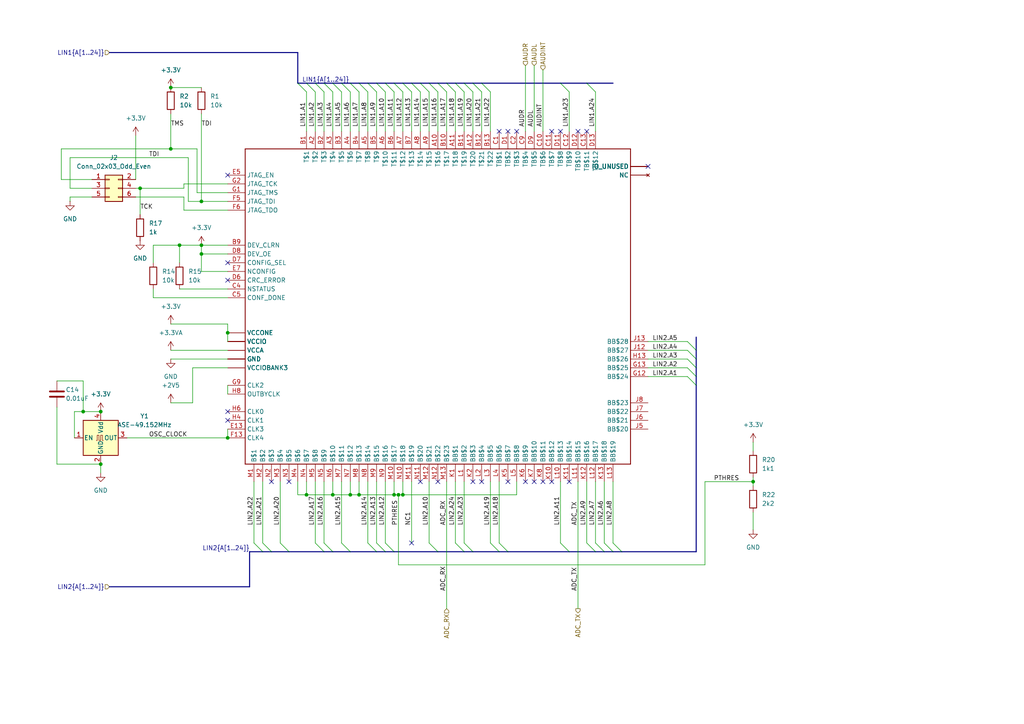
<source format=kicad_sch>
(kicad_sch
	(version 20250114)
	(generator "eeschema")
	(generator_version "9.0")
	(uuid "9c22b006-7b33-46aa-88cf-1f0762795dcd")
	(paper "A4")
	(lib_symbols
		(symbol "Connector_Generic:Conn_02x03_Odd_Even"
			(pin_names
				(offset 1.016)
				(hide yes)
			)
			(exclude_from_sim no)
			(in_bom yes)
			(on_board yes)
			(property "Reference" "J"
				(at 1.27 5.08 0)
				(effects
					(font
						(size 1.27 1.27)
					)
				)
			)
			(property "Value" "Conn_02x03_Odd_Even"
				(at 1.27 -5.08 0)
				(effects
					(font
						(size 1.27 1.27)
					)
				)
			)
			(property "Footprint" ""
				(at 0 0 0)
				(effects
					(font
						(size 1.27 1.27)
					)
					(hide yes)
				)
			)
			(property "Datasheet" "~"
				(at 0 0 0)
				(effects
					(font
						(size 1.27 1.27)
					)
					(hide yes)
				)
			)
			(property "Description" "Generic connector, double row, 02x03, odd/even pin numbering scheme (row 1 odd numbers, row 2 even numbers), script generated (kicad-library-utils/schlib/autogen/connector/)"
				(at 0 0 0)
				(effects
					(font
						(size 1.27 1.27)
					)
					(hide yes)
				)
			)
			(property "ki_keywords" "connector"
				(at 0 0 0)
				(effects
					(font
						(size 1.27 1.27)
					)
					(hide yes)
				)
			)
			(property "ki_fp_filters" "Connector*:*_2x??_*"
				(at 0 0 0)
				(effects
					(font
						(size 1.27 1.27)
					)
					(hide yes)
				)
			)
			(symbol "Conn_02x03_Odd_Even_1_1"
				(rectangle
					(start -1.27 3.81)
					(end 3.81 -3.81)
					(stroke
						(width 0.254)
						(type default)
					)
					(fill
						(type background)
					)
				)
				(rectangle
					(start -1.27 2.667)
					(end 0 2.413)
					(stroke
						(width 0.1524)
						(type default)
					)
					(fill
						(type none)
					)
				)
				(rectangle
					(start -1.27 0.127)
					(end 0 -0.127)
					(stroke
						(width 0.1524)
						(type default)
					)
					(fill
						(type none)
					)
				)
				(rectangle
					(start -1.27 -2.413)
					(end 0 -2.667)
					(stroke
						(width 0.1524)
						(type default)
					)
					(fill
						(type none)
					)
				)
				(rectangle
					(start 3.81 2.667)
					(end 2.54 2.413)
					(stroke
						(width 0.1524)
						(type default)
					)
					(fill
						(type none)
					)
				)
				(rectangle
					(start 3.81 0.127)
					(end 2.54 -0.127)
					(stroke
						(width 0.1524)
						(type default)
					)
					(fill
						(type none)
					)
				)
				(rectangle
					(start 3.81 -2.413)
					(end 2.54 -2.667)
					(stroke
						(width 0.1524)
						(type default)
					)
					(fill
						(type none)
					)
				)
				(pin passive line
					(at -5.08 2.54 0)
					(length 3.81)
					(name "Pin_1"
						(effects
							(font
								(size 1.27 1.27)
							)
						)
					)
					(number "1"
						(effects
							(font
								(size 1.27 1.27)
							)
						)
					)
				)
				(pin passive line
					(at -5.08 0 0)
					(length 3.81)
					(name "Pin_3"
						(effects
							(font
								(size 1.27 1.27)
							)
						)
					)
					(number "3"
						(effects
							(font
								(size 1.27 1.27)
							)
						)
					)
				)
				(pin passive line
					(at -5.08 -2.54 0)
					(length 3.81)
					(name "Pin_5"
						(effects
							(font
								(size 1.27 1.27)
							)
						)
					)
					(number "5"
						(effects
							(font
								(size 1.27 1.27)
							)
						)
					)
				)
				(pin passive line
					(at 7.62 2.54 180)
					(length 3.81)
					(name "Pin_2"
						(effects
							(font
								(size 1.27 1.27)
							)
						)
					)
					(number "2"
						(effects
							(font
								(size 1.27 1.27)
							)
						)
					)
				)
				(pin passive line
					(at 7.62 0 180)
					(length 3.81)
					(name "Pin_4"
						(effects
							(font
								(size 1.27 1.27)
							)
						)
					)
					(number "4"
						(effects
							(font
								(size 1.27 1.27)
							)
						)
					)
				)
				(pin passive line
					(at 7.62 -2.54 180)
					(length 3.81)
					(name "Pin_6"
						(effects
							(font
								(size 1.27 1.27)
							)
						)
					)
					(number "6"
						(effects
							(font
								(size 1.27 1.27)
							)
						)
					)
				)
			)
			(embedded_fonts no)
		)
		(symbol "Device:C"
			(pin_numbers
				(hide yes)
			)
			(pin_names
				(offset 0.254)
			)
			(exclude_from_sim no)
			(in_bom yes)
			(on_board yes)
			(property "Reference" "C"
				(at 0.635 2.54 0)
				(effects
					(font
						(size 1.27 1.27)
					)
					(justify left)
				)
			)
			(property "Value" "C"
				(at 0.635 -2.54 0)
				(effects
					(font
						(size 1.27 1.27)
					)
					(justify left)
				)
			)
			(property "Footprint" ""
				(at 0.9652 -3.81 0)
				(effects
					(font
						(size 1.27 1.27)
					)
					(hide yes)
				)
			)
			(property "Datasheet" "~"
				(at 0 0 0)
				(effects
					(font
						(size 1.27 1.27)
					)
					(hide yes)
				)
			)
			(property "Description" "Unpolarized capacitor"
				(at 0 0 0)
				(effects
					(font
						(size 1.27 1.27)
					)
					(hide yes)
				)
			)
			(property "ki_keywords" "cap capacitor"
				(at 0 0 0)
				(effects
					(font
						(size 1.27 1.27)
					)
					(hide yes)
				)
			)
			(property "ki_fp_filters" "C_*"
				(at 0 0 0)
				(effects
					(font
						(size 1.27 1.27)
					)
					(hide yes)
				)
			)
			(symbol "C_0_1"
				(polyline
					(pts
						(xy -2.032 0.762) (xy 2.032 0.762)
					)
					(stroke
						(width 0.508)
						(type default)
					)
					(fill
						(type none)
					)
				)
				(polyline
					(pts
						(xy -2.032 -0.762) (xy 2.032 -0.762)
					)
					(stroke
						(width 0.508)
						(type default)
					)
					(fill
						(type none)
					)
				)
			)
			(symbol "C_1_1"
				(pin passive line
					(at 0 3.81 270)
					(length 2.794)
					(name "~"
						(effects
							(font
								(size 1.27 1.27)
							)
						)
					)
					(number "1"
						(effects
							(font
								(size 1.27 1.27)
							)
						)
					)
				)
				(pin passive line
					(at 0 -3.81 90)
					(length 2.794)
					(name "~"
						(effects
							(font
								(size 1.27 1.27)
							)
						)
					)
					(number "2"
						(effects
							(font
								(size 1.27 1.27)
							)
						)
					)
				)
			)
			(embedded_fonts no)
		)
		(symbol "Device:R"
			(pin_numbers
				(hide yes)
			)
			(pin_names
				(offset 0)
			)
			(exclude_from_sim no)
			(in_bom yes)
			(on_board yes)
			(property "Reference" "R"
				(at 2.032 0 90)
				(effects
					(font
						(size 1.27 1.27)
					)
				)
			)
			(property "Value" "R"
				(at 0 0 90)
				(effects
					(font
						(size 1.27 1.27)
					)
				)
			)
			(property "Footprint" ""
				(at -1.778 0 90)
				(effects
					(font
						(size 1.27 1.27)
					)
					(hide yes)
				)
			)
			(property "Datasheet" "~"
				(at 0 0 0)
				(effects
					(font
						(size 1.27 1.27)
					)
					(hide yes)
				)
			)
			(property "Description" "Resistor"
				(at 0 0 0)
				(effects
					(font
						(size 1.27 1.27)
					)
					(hide yes)
				)
			)
			(property "ki_keywords" "R res resistor"
				(at 0 0 0)
				(effects
					(font
						(size 1.27 1.27)
					)
					(hide yes)
				)
			)
			(property "ki_fp_filters" "R_*"
				(at 0 0 0)
				(effects
					(font
						(size 1.27 1.27)
					)
					(hide yes)
				)
			)
			(symbol "R_0_1"
				(rectangle
					(start -1.016 -2.54)
					(end 1.016 2.54)
					(stroke
						(width 0.254)
						(type default)
					)
					(fill
						(type none)
					)
				)
			)
			(symbol "R_1_1"
				(pin passive line
					(at 0 3.81 270)
					(length 1.27)
					(name "~"
						(effects
							(font
								(size 1.27 1.27)
							)
						)
					)
					(number "1"
						(effects
							(font
								(size 1.27 1.27)
							)
						)
					)
				)
				(pin passive line
					(at 0 -3.81 90)
					(length 1.27)
					(name "~"
						(effects
							(font
								(size 1.27 1.27)
							)
						)
					)
					(number "2"
						(effects
							(font
								(size 1.27 1.27)
							)
						)
					)
				)
			)
			(embedded_fonts no)
		)
		(symbol "Oscillator:ASE-xxxMHz"
			(pin_names
				(offset 0.254)
			)
			(exclude_from_sim no)
			(in_bom yes)
			(on_board yes)
			(property "Reference" "Y"
				(at -5.08 6.35 0)
				(effects
					(font
						(size 1.27 1.27)
					)
					(justify left)
				)
			)
			(property "Value" "ASE-xxxMHz"
				(at 1.27 -6.35 0)
				(effects
					(font
						(size 1.27 1.27)
					)
					(justify left)
				)
			)
			(property "Footprint" "Oscillator:Oscillator_SMD_Abracon_ASE-4Pin_3.2x2.5mm"
				(at 17.78 -8.89 0)
				(effects
					(font
						(size 1.27 1.27)
					)
					(hide yes)
				)
			)
			(property "Datasheet" "http://www.abracon.com/Oscillators/ASV.pdf"
				(at -2.54 0 0)
				(effects
					(font
						(size 1.27 1.27)
					)
					(hide yes)
				)
			)
			(property "Description" "3.3V CMOS SMD Crystal Clock Oscillator, Abracon"
				(at 0 0 0)
				(effects
					(font
						(size 1.27 1.27)
					)
					(hide yes)
				)
			)
			(property "ki_keywords" "3.3V CMOS SMD Crystal Clock Oscillator"
				(at 0 0 0)
				(effects
					(font
						(size 1.27 1.27)
					)
					(hide yes)
				)
			)
			(property "ki_fp_filters" "Oscillator*SMD*Abracon*ASE*3.2x2.5mm*"
				(at 0 0 0)
				(effects
					(font
						(size 1.27 1.27)
					)
					(hide yes)
				)
			)
			(symbol "ASE-xxxMHz_0_1"
				(rectangle
					(start -5.08 5.08)
					(end 5.08 -5.08)
					(stroke
						(width 0.254)
						(type default)
					)
					(fill
						(type background)
					)
				)
				(polyline
					(pts
						(xy -1.27 -0.762) (xy -1.016 -0.762) (xy -1.016 0.762) (xy -0.508 0.762) (xy -0.508 -0.762) (xy 0 -0.762)
						(xy 0 0.762) (xy 0.508 0.762) (xy 0.508 -0.762) (xy 0.762 -0.762)
					)
					(stroke
						(width 0)
						(type default)
					)
					(fill
						(type none)
					)
				)
			)
			(symbol "ASE-xxxMHz_1_1"
				(pin input line
					(at -7.62 0 0)
					(length 2.54)
					(name "EN"
						(effects
							(font
								(size 1.27 1.27)
							)
						)
					)
					(number "1"
						(effects
							(font
								(size 1.27 1.27)
							)
						)
					)
				)
				(pin power_in line
					(at 0 7.62 270)
					(length 2.54)
					(name "Vdd"
						(effects
							(font
								(size 1.27 1.27)
							)
						)
					)
					(number "4"
						(effects
							(font
								(size 1.27 1.27)
							)
						)
					)
				)
				(pin power_in line
					(at 0 -7.62 90)
					(length 2.54)
					(name "GND"
						(effects
							(font
								(size 1.27 1.27)
							)
						)
					)
					(number "2"
						(effects
							(font
								(size 1.27 1.27)
							)
						)
					)
				)
				(pin output line
					(at 7.62 0 180)
					(length 2.54)
					(name "OUT"
						(effects
							(font
								(size 1.27 1.27)
							)
						)
					)
					(number "3"
						(effects
							(font
								(size 1.27 1.27)
							)
						)
					)
				)
			)
			(embedded_fonts no)
		)
		(symbol "max10u169:MAX10"
			(exclude_from_sim no)
			(in_bom yes)
			(on_board yes)
			(property "Reference" ""
				(at 0 0 0)
				(effects
					(font
						(size 1.27 1.27)
					)
					(hide yes)
				)
			)
			(property "Value" ""
				(at 0 0 0)
				(effects
					(font
						(size 1.27 1.27)
					)
					(hide yes)
				)
			)
			(property "Footprint" "max10:U169SMALL"
				(at 0 0 0)
				(effects
					(font
						(size 1.27 1.27)
					)
					(hide yes)
				)
			)
			(property "Datasheet" ""
				(at 0 0 0)
				(effects
					(font
						(size 1.27 1.27)
					)
					(hide yes)
				)
			)
			(property "Description" ""
				(at 0 0 0)
				(effects
					(font
						(size 1.27 1.27)
					)
					(hide yes)
				)
			)
			(property "ki_locked" ""
				(at 0 0 0)
				(effects
					(font
						(size 1.27 1.27)
					)
				)
			)
			(symbol "MAX10_1_0"
				(polyline
					(pts
						(xy -68.58 38.1) (xy 43.18 38.1)
					)
					(stroke
						(width 0.254)
						(type solid)
					)
					(fill
						(type none)
					)
				)
				(polyline
					(pts
						(xy -68.58 -53.34) (xy -68.58 38.1)
					)
					(stroke
						(width 0.254)
						(type solid)
					)
					(fill
						(type none)
					)
				)
				(polyline
					(pts
						(xy 43.18 38.1) (xy 43.18 -53.34)
					)
					(stroke
						(width 0.254)
						(type solid)
					)
					(fill
						(type none)
					)
				)
				(polyline
					(pts
						(xy 43.18 -53.34) (xy -68.58 -53.34)
					)
					(stroke
						(width 0.254)
						(type solid)
					)
					(fill
						(type none)
					)
				)
				(pin bidirectional line
					(at -73.66 30.48 0)
					(length 5.08)
					(name "JTAG_EN"
						(effects
							(font
								(size 1.27 1.27)
							)
						)
					)
					(number "E5"
						(effects
							(font
								(size 1.27 1.27)
							)
						)
					)
				)
				(pin bidirectional line
					(at -73.66 27.94 0)
					(length 5.08)
					(name "JTAG_TCK"
						(effects
							(font
								(size 1.27 1.27)
							)
						)
					)
					(number "G2"
						(effects
							(font
								(size 1.27 1.27)
							)
						)
					)
				)
				(pin bidirectional line
					(at -73.66 25.4 0)
					(length 5.08)
					(name "JTAG_TMS"
						(effects
							(font
								(size 1.27 1.27)
							)
						)
					)
					(number "G1"
						(effects
							(font
								(size 1.27 1.27)
							)
						)
					)
				)
				(pin bidirectional line
					(at -73.66 22.86 0)
					(length 5.08)
					(name "JTAG_TDI"
						(effects
							(font
								(size 1.27 1.27)
							)
						)
					)
					(number "F5"
						(effects
							(font
								(size 1.27 1.27)
							)
						)
					)
				)
				(pin bidirectional line
					(at -73.66 20.32 0)
					(length 5.08)
					(name "JTAG_TDO"
						(effects
							(font
								(size 1.27 1.27)
							)
						)
					)
					(number "F6"
						(effects
							(font
								(size 1.27 1.27)
							)
						)
					)
				)
				(pin bidirectional line
					(at -73.66 10.16 0)
					(length 5.08)
					(name "DEV_CLRN"
						(effects
							(font
								(size 1.27 1.27)
							)
						)
					)
					(number "B9"
						(effects
							(font
								(size 1.27 1.27)
							)
						)
					)
				)
				(pin bidirectional line
					(at -73.66 7.62 0)
					(length 5.08)
					(name "DEV_OE"
						(effects
							(font
								(size 1.27 1.27)
							)
						)
					)
					(number "D8"
						(effects
							(font
								(size 1.27 1.27)
							)
						)
					)
				)
				(pin bidirectional line
					(at -73.66 5.08 0)
					(length 5.08)
					(name "CONFIG_SEL"
						(effects
							(font
								(size 1.27 1.27)
							)
						)
					)
					(number "D7"
						(effects
							(font
								(size 1.27 1.27)
							)
						)
					)
				)
				(pin bidirectional line
					(at -73.66 2.54 0)
					(length 5.08)
					(name "NCONFIG"
						(effects
							(font
								(size 1.27 1.27)
							)
						)
					)
					(number "E7"
						(effects
							(font
								(size 1.27 1.27)
							)
						)
					)
				)
				(pin bidirectional line
					(at -73.66 0 0)
					(length 5.08)
					(name "CRC_ERROR"
						(effects
							(font
								(size 1.27 1.27)
							)
						)
					)
					(number "D6"
						(effects
							(font
								(size 1.27 1.27)
							)
						)
					)
				)
				(pin bidirectional line
					(at -73.66 -2.54 0)
					(length 5.08)
					(name "NSTATUS"
						(effects
							(font
								(size 1.27 1.27)
							)
						)
					)
					(number "C4"
						(effects
							(font
								(size 1.27 1.27)
							)
						)
					)
				)
				(pin bidirectional line
					(at -73.66 -5.08 0)
					(length 5.08)
					(name "CONF_DONE"
						(effects
							(font
								(size 1.27 1.27)
							)
						)
					)
					(number "C5"
						(effects
							(font
								(size 1.27 1.27)
							)
						)
					)
				)
				(pin power_in line
					(at -73.66 -15.24 0)
					(length 5.08)
					(name "VCCONE"
						(effects
							(font
								(size 1.27 1.27)
							)
						)
					)
					(number "F7"
						(effects
							(font
								(size 0 0)
							)
						)
					)
				)
				(pin power_in line
					(at -73.66 -15.24 0)
					(length 5.08)
					(name "VCCONE"
						(effects
							(font
								(size 1.27 1.27)
							)
						)
					)
					(number "G6"
						(effects
							(font
								(size 0 0)
							)
						)
					)
				)
				(pin power_in line
					(at -73.66 -15.24 0)
					(length 5.08)
					(name "VCCONE"
						(effects
							(font
								(size 1.27 1.27)
							)
						)
					)
					(number "G8"
						(effects
							(font
								(size 0 0)
							)
						)
					)
				)
				(pin power_in line
					(at -73.66 -15.24 0)
					(length 5.08)
					(name "VCCONE"
						(effects
							(font
								(size 1.27 1.27)
							)
						)
					)
					(number "H7"
						(effects
							(font
								(size 0 0)
							)
						)
					)
				)
				(pin power_in line
					(at -73.66 -17.78 0)
					(length 5.08)
					(name "VCCIO"
						(effects
							(font
								(size 1.27 1.27)
							)
						)
					)
					(number "C6"
						(effects
							(font
								(size 0 0)
							)
						)
					)
				)
				(pin power_in line
					(at -73.66 -17.78 0)
					(length 5.08)
					(name "VCCIO"
						(effects
							(font
								(size 1.27 1.27)
							)
						)
					)
					(number "C7"
						(effects
							(font
								(size 0 0)
							)
						)
					)
				)
				(pin power_in line
					(at -73.66 -17.78 0)
					(length 5.08)
					(name "VCCIO"
						(effects
							(font
								(size 1.27 1.27)
							)
						)
					)
					(number "C8"
						(effects
							(font
								(size 0 0)
							)
						)
					)
				)
				(pin power_in line
					(at -73.66 -17.78 0)
					(length 5.08)
					(name "VCCIO"
						(effects
							(font
								(size 1.27 1.27)
							)
						)
					)
					(number "F11"
						(effects
							(font
								(size 0 0)
							)
						)
					)
				)
				(pin power_in line
					(at -73.66 -17.78 0)
					(length 5.08)
					(name "VCCIO"
						(effects
							(font
								(size 1.27 1.27)
							)
						)
					)
					(number "F2"
						(effects
							(font
								(size 0 0)
							)
						)
					)
				)
				(pin power_in line
					(at -73.66 -17.78 0)
					(length 5.08)
					(name "VCCIO"
						(effects
							(font
								(size 1.27 1.27)
							)
						)
					)
					(number "G11"
						(effects
							(font
								(size 0 0)
							)
						)
					)
				)
				(pin power_in line
					(at -73.66 -17.78 0)
					(length 5.08)
					(name "VCCIO"
						(effects
							(font
								(size 1.27 1.27)
							)
						)
					)
					(number "G3"
						(effects
							(font
								(size 0 0)
							)
						)
					)
				)
				(pin power_in line
					(at -73.66 -17.78 0)
					(length 5.08)
					(name "VCCIO"
						(effects
							(font
								(size 1.27 1.27)
							)
						)
					)
					(number "H11"
						(effects
							(font
								(size 0 0)
							)
						)
					)
				)
				(pin power_in line
					(at -73.66 -17.78 0)
					(length 5.08)
					(name "VCCIO"
						(effects
							(font
								(size 1.27 1.27)
							)
						)
					)
					(number "J11"
						(effects
							(font
								(size 0 0)
							)
						)
					)
				)
				(pin power_in line
					(at -73.66 -17.78 0)
					(length 5.08)
					(name "VCCIO"
						(effects
							(font
								(size 1.27 1.27)
							)
						)
					)
					(number "J3"
						(effects
							(font
								(size 0 0)
							)
						)
					)
				)
				(pin power_in line
					(at -73.66 -17.78 0)
					(length 5.08)
					(name "VCCIO"
						(effects
							(font
								(size 1.27 1.27)
							)
						)
					)
					(number "K3"
						(effects
							(font
								(size 0 0)
							)
						)
					)
				)
				(pin power_in line
					(at -73.66 -20.32 0)
					(length 5.08)
					(name "VCCA"
						(effects
							(font
								(size 1.27 1.27)
							)
						)
					)
					(number "D10"
						(effects
							(font
								(size 0 0)
							)
						)
					)
				)
				(pin power_in line
					(at -73.66 -20.32 0)
					(length 5.08)
					(name "VCCA"
						(effects
							(font
								(size 1.27 1.27)
							)
						)
					)
					(number "D4"
						(effects
							(font
								(size 0 0)
							)
						)
					)
				)
				(pin power_in line
					(at -73.66 -20.32 0)
					(length 5.08)
					(name "VCCA"
						(effects
							(font
								(size 1.27 1.27)
							)
						)
					)
					(number "K4"
						(effects
							(font
								(size 0 0)
							)
						)
					)
				)
				(pin power_in line
					(at -73.66 -20.32 0)
					(length 5.08)
					(name "VCCA"
						(effects
							(font
								(size 1.27 1.27)
							)
						)
					)
					(number "K9"
						(effects
							(font
								(size 0 0)
							)
						)
					)
				)
				(pin power_in line
					(at -73.66 -22.86 0)
					(length 5.08)
					(name "GND"
						(effects
							(font
								(size 1.27 1.27)
							)
						)
					)
					(number "A1"
						(effects
							(font
								(size 0 0)
							)
						)
					)
				)
				(pin power_in line
					(at -73.66 -22.86 0)
					(length 5.08)
					(name "GND"
						(effects
							(font
								(size 1.27 1.27)
							)
						)
					)
					(number "A13"
						(effects
							(font
								(size 0 0)
							)
						)
					)
				)
				(pin power_in line
					(at -73.66 -22.86 0)
					(length 5.08)
					(name "GND"
						(effects
							(font
								(size 1.27 1.27)
							)
						)
					)
					(number "B8"
						(effects
							(font
								(size 0 0)
							)
						)
					)
				)
				(pin power_in line
					(at -73.66 -22.86 0)
					(length 5.08)
					(name "GND"
						(effects
							(font
								(size 1.27 1.27)
							)
						)
					)
					(number "C3"
						(effects
							(font
								(size 0 0)
							)
						)
					)
				)
				(pin power_in line
					(at -73.66 -22.86 0)
					(length 5.08)
					(name "GND"
						(effects
							(font
								(size 1.27 1.27)
							)
						)
					)
					(number "D5"
						(effects
							(font
								(size 0 0)
							)
						)
					)
				)
				(pin power_in line
					(at -73.66 -22.86 0)
					(length 5.08)
					(name "GND"
						(effects
							(font
								(size 1.27 1.27)
							)
						)
					)
					(number "E11"
						(effects
							(font
								(size 0 0)
							)
						)
					)
				)
				(pin power_in line
					(at -73.66 -22.86 0)
					(length 5.08)
					(name "GND"
						(effects
							(font
								(size 1.27 1.27)
							)
						)
					)
					(number "F3"
						(effects
							(font
								(size 0 0)
							)
						)
					)
				)
				(pin power_in line
					(at -73.66 -22.86 0)
					(length 5.08)
					(name "GND"
						(effects
							(font
								(size 1.27 1.27)
							)
						)
					)
					(number "G7"
						(effects
							(font
								(size 0 0)
							)
						)
					)
				)
				(pin power_in line
					(at -73.66 -22.86 0)
					(length 5.08)
					(name "GND"
						(effects
							(font
								(size 1.27 1.27)
							)
						)
					)
					(number "H12"
						(effects
							(font
								(size 0 0)
							)
						)
					)
				)
				(pin power_in line
					(at -73.66 -22.86 0)
					(length 5.08)
					(name "GND"
						(effects
							(font
								(size 1.27 1.27)
							)
						)
					)
					(number "J4"
						(effects
							(font
								(size 0 0)
							)
						)
					)
				)
				(pin power_in line
					(at -73.66 -22.86 0)
					(length 5.08)
					(name "GND"
						(effects
							(font
								(size 1.27 1.27)
							)
						)
					)
					(number "L9"
						(effects
							(font
								(size 0 0)
							)
						)
					)
				)
				(pin power_in line
					(at -73.66 -22.86 0)
					(length 5.08)
					(name "GND"
						(effects
							(font
								(size 1.27 1.27)
							)
						)
					)
					(number "M6"
						(effects
							(font
								(size 0 0)
							)
						)
					)
				)
				(pin power_in line
					(at -73.66 -22.86 0)
					(length 5.08)
					(name "GND"
						(effects
							(font
								(size 1.27 1.27)
							)
						)
					)
					(number "N1"
						(effects
							(font
								(size 0 0)
							)
						)
					)
				)
				(pin power_in line
					(at -73.66 -22.86 0)
					(length 5.08)
					(name "GND"
						(effects
							(font
								(size 1.27 1.27)
							)
						)
					)
					(number "N13"
						(effects
							(font
								(size 0 0)
							)
						)
					)
				)
				(pin power_in line
					(at -73.66 -25.4 0)
					(length 5.08)
					(name "VCCIOBANK3"
						(effects
							(font
								(size 1.27 1.27)
							)
						)
					)
					(number "L6"
						(effects
							(font
								(size 0 0)
							)
						)
					)
				)
				(pin power_in line
					(at -73.66 -25.4 0)
					(length 5.08)
					(name "VCCIOBANK3"
						(effects
							(font
								(size 1.27 1.27)
							)
						)
					)
					(number "L7"
						(effects
							(font
								(size 0 0)
							)
						)
					)
				)
				(pin power_in line
					(at -73.66 -25.4 0)
					(length 5.08)
					(name "VCCIOBANK3"
						(effects
							(font
								(size 1.27 1.27)
							)
						)
					)
					(number "L8"
						(effects
							(font
								(size 0 0)
							)
						)
					)
				)
				(pin bidirectional line
					(at -73.66 -30.48 0)
					(length 5.08)
					(name "CLK2"
						(effects
							(font
								(size 1.27 1.27)
							)
						)
					)
					(number "G9"
						(effects
							(font
								(size 1.27 1.27)
							)
						)
					)
				)
				(pin bidirectional line
					(at -73.66 -33.02 0)
					(length 5.08)
					(name "OUTBYCLK"
						(effects
							(font
								(size 1.27 1.27)
							)
						)
					)
					(number "H8"
						(effects
							(font
								(size 1.27 1.27)
							)
						)
					)
				)
				(pin bidirectional line
					(at -73.66 -38.1 0)
					(length 5.08)
					(name "CLK0"
						(effects
							(font
								(size 1.27 1.27)
							)
						)
					)
					(number "H6"
						(effects
							(font
								(size 1.27 1.27)
							)
						)
					)
				)
				(pin bidirectional line
					(at -73.66 -40.64 0)
					(length 5.08)
					(name "CLK1"
						(effects
							(font
								(size 1.27 1.27)
							)
						)
					)
					(number "H4"
						(effects
							(font
								(size 1.27 1.27)
							)
						)
					)
				)
				(pin bidirectional line
					(at -73.66 -43.18 0)
					(length 5.08)
					(name "CLK3"
						(effects
							(font
								(size 1.27 1.27)
							)
						)
					)
					(number "E13"
						(effects
							(font
								(size 1.27 1.27)
							)
						)
					)
				)
				(pin bidirectional line
					(at -73.66 -45.72 0)
					(length 5.08)
					(name "CLK4"
						(effects
							(font
								(size 1.27 1.27)
							)
						)
					)
					(number "F13"
						(effects
							(font
								(size 1.27 1.27)
							)
						)
					)
				)
				(pin bidirectional line
					(at -66.04 -58.42 90)
					(length 5.08)
					(name "B$1"
						(effects
							(font
								(size 1.27 1.27)
							)
						)
					)
					(number "M1"
						(effects
							(font
								(size 1.27 1.27)
							)
						)
					)
				)
				(pin bidirectional line
					(at -63.5 -58.42 90)
					(length 5.08)
					(name "B$2"
						(effects
							(font
								(size 1.27 1.27)
							)
						)
					)
					(number "M2"
						(effects
							(font
								(size 1.27 1.27)
							)
						)
					)
				)
				(pin bidirectional line
					(at -60.96 -58.42 90)
					(length 5.08)
					(name "B$3"
						(effects
							(font
								(size 1.27 1.27)
							)
						)
					)
					(number "N2"
						(effects
							(font
								(size 1.27 1.27)
							)
						)
					)
				)
				(pin bidirectional line
					(at -58.42 -58.42 90)
					(length 5.08)
					(name "B$4"
						(effects
							(font
								(size 1.27 1.27)
							)
						)
					)
					(number "M3"
						(effects
							(font
								(size 1.27 1.27)
							)
						)
					)
				)
				(pin bidirectional line
					(at -55.88 -58.42 90)
					(length 5.08)
					(name "B$5"
						(effects
							(font
								(size 1.27 1.27)
							)
						)
					)
					(number "N3"
						(effects
							(font
								(size 1.27 1.27)
							)
						)
					)
				)
				(pin bidirectional line
					(at -53.34 -58.42 90)
					(length 5.08)
					(name "B$6"
						(effects
							(font
								(size 1.27 1.27)
							)
						)
					)
					(number "M4"
						(effects
							(font
								(size 1.27 1.27)
							)
						)
					)
				)
				(pin bidirectional line
					(at -50.8 43.18 270)
					(length 5.08)
					(name "T$1"
						(effects
							(font
								(size 1.27 1.27)
							)
						)
					)
					(number "B1"
						(effects
							(font
								(size 1.27 1.27)
							)
						)
					)
				)
				(pin bidirectional line
					(at -50.8 -58.42 90)
					(length 5.08)
					(name "B$7"
						(effects
							(font
								(size 1.27 1.27)
							)
						)
					)
					(number "N4"
						(effects
							(font
								(size 1.27 1.27)
							)
						)
					)
				)
				(pin bidirectional line
					(at -48.26 43.18 270)
					(length 5.08)
					(name "T$2"
						(effects
							(font
								(size 1.27 1.27)
							)
						)
					)
					(number "A2"
						(effects
							(font
								(size 1.27 1.27)
							)
						)
					)
				)
				(pin bidirectional line
					(at -48.26 -58.42 90)
					(length 5.08)
					(name "B$8"
						(effects
							(font
								(size 1.27 1.27)
							)
						)
					)
					(number "M5"
						(effects
							(font
								(size 1.27 1.27)
							)
						)
					)
				)
				(pin bidirectional line
					(at -45.72 43.18 270)
					(length 5.08)
					(name "T$3"
						(effects
							(font
								(size 1.27 1.27)
							)
						)
					)
					(number "B2"
						(effects
							(font
								(size 1.27 1.27)
							)
						)
					)
				)
				(pin bidirectional line
					(at -45.72 -58.42 90)
					(length 5.08)
					(name "B$9"
						(effects
							(font
								(size 1.27 1.27)
							)
						)
					)
					(number "N5"
						(effects
							(font
								(size 1.27 1.27)
							)
						)
					)
				)
				(pin bidirectional line
					(at -43.18 43.18 270)
					(length 5.08)
					(name "T$4"
						(effects
							(font
								(size 1.27 1.27)
							)
						)
					)
					(number "A3"
						(effects
							(font
								(size 1.27 1.27)
							)
						)
					)
				)
				(pin bidirectional line
					(at -43.18 -58.42 90)
					(length 5.08)
					(name "B$10"
						(effects
							(font
								(size 1.27 1.27)
							)
						)
					)
					(number "N6"
						(effects
							(font
								(size 1.27 1.27)
							)
						)
					)
				)
				(pin bidirectional line
					(at -40.64 43.18 270)
					(length 5.08)
					(name "T$5"
						(effects
							(font
								(size 1.27 1.27)
							)
						)
					)
					(number "B3"
						(effects
							(font
								(size 1.27 1.27)
							)
						)
					)
				)
				(pin bidirectional line
					(at -40.64 -58.42 90)
					(length 5.08)
					(name "B$11"
						(effects
							(font
								(size 1.27 1.27)
							)
						)
					)
					(number "M7"
						(effects
							(font
								(size 1.27 1.27)
							)
						)
					)
				)
				(pin bidirectional line
					(at -38.1 43.18 270)
					(length 5.08)
					(name "T$6"
						(effects
							(font
								(size 1.27 1.27)
							)
						)
					)
					(number "A4"
						(effects
							(font
								(size 1.27 1.27)
							)
						)
					)
				)
				(pin bidirectional line
					(at -38.1 -58.42 90)
					(length 5.08)
					(name "B$12"
						(effects
							(font
								(size 1.27 1.27)
							)
						)
					)
					(number "N7"
						(effects
							(font
								(size 1.27 1.27)
							)
						)
					)
				)
				(pin bidirectional line
					(at -35.56 43.18 270)
					(length 5.08)
					(name "T$7"
						(effects
							(font
								(size 1.27 1.27)
							)
						)
					)
					(number "B4"
						(effects
							(font
								(size 1.27 1.27)
							)
						)
					)
				)
				(pin bidirectional line
					(at -35.56 -58.42 90)
					(length 5.08)
					(name "B$13"
						(effects
							(font
								(size 1.27 1.27)
							)
						)
					)
					(number "M8"
						(effects
							(font
								(size 1.27 1.27)
							)
						)
					)
				)
				(pin bidirectional line
					(at -33.02 43.18 270)
					(length 5.08)
					(name "T$8"
						(effects
							(font
								(size 1.27 1.27)
							)
						)
					)
					(number "A5"
						(effects
							(font
								(size 1.27 1.27)
							)
						)
					)
				)
				(pin bidirectional line
					(at -33.02 -58.42 90)
					(length 5.08)
					(name "B$14"
						(effects
							(font
								(size 1.27 1.27)
							)
						)
					)
					(number "N8"
						(effects
							(font
								(size 1.27 1.27)
							)
						)
					)
				)
				(pin bidirectional line
					(at -30.48 43.18 270)
					(length 5.08)
					(name "T$9"
						(effects
							(font
								(size 1.27 1.27)
							)
						)
					)
					(number "B5"
						(effects
							(font
								(size 1.27 1.27)
							)
						)
					)
				)
				(pin bidirectional line
					(at -30.48 -58.42 90)
					(length 5.08)
					(name "B$15"
						(effects
							(font
								(size 1.27 1.27)
							)
						)
					)
					(number "M9"
						(effects
							(font
								(size 1.27 1.27)
							)
						)
					)
				)
				(pin bidirectional line
					(at -27.94 43.18 270)
					(length 5.08)
					(name "T$10"
						(effects
							(font
								(size 1.27 1.27)
							)
						)
					)
					(number "A6"
						(effects
							(font
								(size 1.27 1.27)
							)
						)
					)
				)
				(pin bidirectional line
					(at -27.94 -58.42 90)
					(length 5.08)
					(name "B$16"
						(effects
							(font
								(size 1.27 1.27)
							)
						)
					)
					(number "N9"
						(effects
							(font
								(size 1.27 1.27)
							)
						)
					)
				)
				(pin bidirectional line
					(at -25.4 43.18 270)
					(length 5.08)
					(name "T$11"
						(effects
							(font
								(size 1.27 1.27)
							)
						)
					)
					(number "B6"
						(effects
							(font
								(size 1.27 1.27)
							)
						)
					)
				)
				(pin bidirectional line
					(at -25.4 -58.42 90)
					(length 5.08)
					(name "B$17"
						(effects
							(font
								(size 1.27 1.27)
							)
						)
					)
					(number "M10"
						(effects
							(font
								(size 1.27 1.27)
							)
						)
					)
				)
				(pin bidirectional line
					(at -22.86 43.18 270)
					(length 5.08)
					(name "T$12"
						(effects
							(font
								(size 1.27 1.27)
							)
						)
					)
					(number "A7"
						(effects
							(font
								(size 1.27 1.27)
							)
						)
					)
				)
				(pin bidirectional line
					(at -22.86 -58.42 90)
					(length 5.08)
					(name "B$18"
						(effects
							(font
								(size 1.27 1.27)
							)
						)
					)
					(number "N10"
						(effects
							(font
								(size 1.27 1.27)
							)
						)
					)
				)
				(pin bidirectional line
					(at -20.32 43.18 270)
					(length 5.08)
					(name "T$13"
						(effects
							(font
								(size 1.27 1.27)
							)
						)
					)
					(number "B7"
						(effects
							(font
								(size 1.27 1.27)
							)
						)
					)
				)
				(pin bidirectional line
					(at -20.32 -58.42 90)
					(length 5.08)
					(name "B$19"
						(effects
							(font
								(size 1.27 1.27)
							)
						)
					)
					(number "M11"
						(effects
							(font
								(size 1.27 1.27)
							)
						)
					)
				)
				(pin bidirectional line
					(at -17.78 43.18 270)
					(length 5.08)
					(name "T$14"
						(effects
							(font
								(size 1.27 1.27)
							)
						)
					)
					(number "A8"
						(effects
							(font
								(size 1.27 1.27)
							)
						)
					)
				)
				(pin bidirectional line
					(at -17.78 -58.42 90)
					(length 5.08)
					(name "B$20"
						(effects
							(font
								(size 1.27 1.27)
							)
						)
					)
					(number "N11"
						(effects
							(font
								(size 1.27 1.27)
							)
						)
					)
				)
				(pin bidirectional line
					(at -15.24 43.18 270)
					(length 5.08)
					(name "T$15"
						(effects
							(font
								(size 1.27 1.27)
							)
						)
					)
					(number "A9"
						(effects
							(font
								(size 1.27 1.27)
							)
						)
					)
				)
				(pin bidirectional line
					(at -15.24 -58.42 90)
					(length 5.08)
					(name "B$21"
						(effects
							(font
								(size 1.27 1.27)
							)
						)
					)
					(number "M12"
						(effects
							(font
								(size 1.27 1.27)
							)
						)
					)
				)
				(pin bidirectional line
					(at -12.7 43.18 270)
					(length 5.08)
					(name "T$16"
						(effects
							(font
								(size 1.27 1.27)
							)
						)
					)
					(number "A10"
						(effects
							(font
								(size 1.27 1.27)
							)
						)
					)
				)
				(pin bidirectional line
					(at -12.7 -58.42 90)
					(length 5.08)
					(name "B$22"
						(effects
							(font
								(size 1.27 1.27)
							)
						)
					)
					(number "N12"
						(effects
							(font
								(size 1.27 1.27)
							)
						)
					)
				)
				(pin bidirectional line
					(at -10.16 43.18 270)
					(length 5.08)
					(name "T$17"
						(effects
							(font
								(size 1.27 1.27)
							)
						)
					)
					(number "B10"
						(effects
							(font
								(size 1.27 1.27)
							)
						)
					)
				)
				(pin bidirectional line
					(at -10.16 -58.42 90)
					(length 5.08)
					(name "B$23"
						(effects
							(font
								(size 1.27 1.27)
							)
						)
					)
					(number "M13"
						(effects
							(font
								(size 1.27 1.27)
							)
						)
					)
				)
				(pin bidirectional line
					(at -7.62 43.18 270)
					(length 5.08)
					(name "T$18"
						(effects
							(font
								(size 1.27 1.27)
							)
						)
					)
					(number "A11"
						(effects
							(font
								(size 1.27 1.27)
							)
						)
					)
				)
				(pin bidirectional line
					(at -7.62 -58.42 90)
					(length 5.08)
					(name "BB$1"
						(effects
							(font
								(size 1.27 1.27)
							)
						)
					)
					(number "K1"
						(effects
							(font
								(size 1.27 1.27)
							)
						)
					)
				)
				(pin bidirectional line
					(at -5.08 43.18 270)
					(length 5.08)
					(name "T$19"
						(effects
							(font
								(size 1.27 1.27)
							)
						)
					)
					(number "B11"
						(effects
							(font
								(size 1.27 1.27)
							)
						)
					)
				)
				(pin bidirectional line
					(at -5.08 -58.42 90)
					(length 5.08)
					(name "BB$2"
						(effects
							(font
								(size 1.27 1.27)
							)
						)
					)
					(number "L1"
						(effects
							(font
								(size 1.27 1.27)
							)
						)
					)
				)
				(pin bidirectional line
					(at -2.54 43.18 270)
					(length 5.08)
					(name "T$20"
						(effects
							(font
								(size 1.27 1.27)
							)
						)
					)
					(number "A12"
						(effects
							(font
								(size 1.27 1.27)
							)
						)
					)
				)
				(pin bidirectional line
					(at -2.54 -58.42 90)
					(length 5.08)
					(name "BB$3"
						(effects
							(font
								(size 1.27 1.27)
							)
						)
					)
					(number "K2"
						(effects
							(font
								(size 1.27 1.27)
							)
						)
					)
				)
				(pin bidirectional line
					(at 0 43.18 270)
					(length 5.08)
					(name "T$21"
						(effects
							(font
								(size 1.27 1.27)
							)
						)
					)
					(number "B12"
						(effects
							(font
								(size 1.27 1.27)
							)
						)
					)
				)
				(pin bidirectional line
					(at 0 -58.42 90)
					(length 5.08)
					(name "BB$4"
						(effects
							(font
								(size 1.27 1.27)
							)
						)
					)
					(number "L2"
						(effects
							(font
								(size 1.27 1.27)
							)
						)
					)
				)
				(pin bidirectional line
					(at 2.54 43.18 270)
					(length 5.08)
					(name "T$22"
						(effects
							(font
								(size 1.27 1.27)
							)
						)
					)
					(number "B13"
						(effects
							(font
								(size 1.27 1.27)
							)
						)
					)
				)
				(pin bidirectional line
					(at 2.54 -58.42 90)
					(length 5.08)
					(name "BB$5"
						(effects
							(font
								(size 1.27 1.27)
							)
						)
					)
					(number "L3"
						(effects
							(font
								(size 1.27 1.27)
							)
						)
					)
				)
				(pin bidirectional line
					(at 5.08 43.18 270)
					(length 5.08)
					(name "TB$1"
						(effects
							(font
								(size 1.27 1.27)
							)
						)
					)
					(number "C1"
						(effects
							(font
								(size 1.27 1.27)
							)
						)
					)
				)
				(pin bidirectional line
					(at 5.08 -58.42 90)
					(length 5.08)
					(name "BB$6"
						(effects
							(font
								(size 1.27 1.27)
							)
						)
					)
					(number "L4"
						(effects
							(font
								(size 1.27 1.27)
							)
						)
					)
				)
				(pin bidirectional line
					(at 7.62 43.18 270)
					(length 5.08)
					(name "TB$2"
						(effects
							(font
								(size 1.27 1.27)
							)
						)
					)
					(number "D1"
						(effects
							(font
								(size 1.27 1.27)
							)
						)
					)
				)
				(pin bidirectional line
					(at 7.62 -58.42 90)
					(length 5.08)
					(name "BB$7"
						(effects
							(font
								(size 1.27 1.27)
							)
						)
					)
					(number "K5"
						(effects
							(font
								(size 1.27 1.27)
							)
						)
					)
				)
				(pin bidirectional line
					(at 10.16 43.18 270)
					(length 5.08)
					(name "TB$3"
						(effects
							(font
								(size 1.27 1.27)
							)
						)
					)
					(number "C2"
						(effects
							(font
								(size 1.27 1.27)
							)
						)
					)
				)
				(pin bidirectional line
					(at 10.16 -58.42 90)
					(length 5.08)
					(name "BB$8"
						(effects
							(font
								(size 1.27 1.27)
							)
						)
					)
					(number "L5"
						(effects
							(font
								(size 1.27 1.27)
							)
						)
					)
				)
				(pin bidirectional line
					(at 12.7 43.18 270)
					(length 5.08)
					(name "TB$4"
						(effects
							(font
								(size 1.27 1.27)
							)
						)
					)
					(number "C9"
						(effects
							(font
								(size 1.27 1.27)
							)
						)
					)
				)
				(pin bidirectional line
					(at 12.7 -58.42 90)
					(length 5.08)
					(name "BB$9"
						(effects
							(font
								(size 1.27 1.27)
							)
						)
					)
					(number "K6"
						(effects
							(font
								(size 1.27 1.27)
							)
						)
					)
				)
				(pin bidirectional line
					(at 15.24 43.18 270)
					(length 5.08)
					(name "TB$5"
						(effects
							(font
								(size 1.27 1.27)
							)
						)
					)
					(number "D9"
						(effects
							(font
								(size 1.27 1.27)
							)
						)
					)
				)
				(pin bidirectional line
					(at 15.24 -58.42 90)
					(length 5.08)
					(name "BB$10"
						(effects
							(font
								(size 1.27 1.27)
							)
						)
					)
					(number "K7"
						(effects
							(font
								(size 1.27 1.27)
							)
						)
					)
				)
				(pin bidirectional line
					(at 17.78 43.18 270)
					(length 5.08)
					(name "TB$6"
						(effects
							(font
								(size 1.27 1.27)
							)
						)
					)
					(number "C10"
						(effects
							(font
								(size 1.27 1.27)
							)
						)
					)
				)
				(pin bidirectional line
					(at 17.78 -58.42 90)
					(length 5.08)
					(name "BB$11"
						(effects
							(font
								(size 1.27 1.27)
							)
						)
					)
					(number "K8"
						(effects
							(font
								(size 1.27 1.27)
							)
						)
					)
				)
				(pin bidirectional line
					(at 20.32 43.18 270)
					(length 5.08)
					(name "TB$7"
						(effects
							(font
								(size 1.27 1.27)
							)
						)
					)
					(number "C11"
						(effects
							(font
								(size 1.27 1.27)
							)
						)
					)
				)
				(pin bidirectional line
					(at 20.32 -58.42 90)
					(length 5.08)
					(name "BB$12"
						(effects
							(font
								(size 1.27 1.27)
							)
						)
					)
					(number "K10"
						(effects
							(font
								(size 1.27 1.27)
							)
						)
					)
				)
				(pin bidirectional line
					(at 22.86 43.18 270)
					(length 5.08)
					(name "TB$8"
						(effects
							(font
								(size 1.27 1.27)
							)
						)
					)
					(number "D11"
						(effects
							(font
								(size 1.27 1.27)
							)
						)
					)
				)
				(pin bidirectional line
					(at 22.86 -58.42 90)
					(length 5.08)
					(name "BB$13"
						(effects
							(font
								(size 1.27 1.27)
							)
						)
					)
					(number "L10"
						(effects
							(font
								(size 1.27 1.27)
							)
						)
					)
				)
				(pin bidirectional line
					(at 25.4 43.18 270)
					(length 5.08)
					(name "TB$9"
						(effects
							(font
								(size 1.27 1.27)
							)
						)
					)
					(number "C12"
						(effects
							(font
								(size 1.27 1.27)
							)
						)
					)
				)
				(pin bidirectional line
					(at 25.4 -58.42 90)
					(length 5.08)
					(name "BB$14"
						(effects
							(font
								(size 1.27 1.27)
							)
						)
					)
					(number "K11"
						(effects
							(font
								(size 1.27 1.27)
							)
						)
					)
				)
				(pin bidirectional line
					(at 27.94 43.18 270)
					(length 5.08)
					(name "TB$10"
						(effects
							(font
								(size 1.27 1.27)
							)
						)
					)
					(number "D12"
						(effects
							(font
								(size 1.27 1.27)
							)
						)
					)
				)
				(pin bidirectional line
					(at 27.94 -58.42 90)
					(length 5.08)
					(name "BB$15"
						(effects
							(font
								(size 1.27 1.27)
							)
						)
					)
					(number "L11"
						(effects
							(font
								(size 1.27 1.27)
							)
						)
					)
				)
				(pin bidirectional line
					(at 30.48 43.18 270)
					(length 5.08)
					(name "TB$11"
						(effects
							(font
								(size 1.27 1.27)
							)
						)
					)
					(number "C13"
						(effects
							(font
								(size 1.27 1.27)
							)
						)
					)
				)
				(pin bidirectional line
					(at 30.48 -58.42 90)
					(length 5.08)
					(name "BB$16"
						(effects
							(font
								(size 1.27 1.27)
							)
						)
					)
					(number "K12"
						(effects
							(font
								(size 1.27 1.27)
							)
						)
					)
				)
				(pin bidirectional line
					(at 33.02 43.18 270)
					(length 5.08)
					(name "TB$12"
						(effects
							(font
								(size 1.27 1.27)
							)
						)
					)
					(number "D13"
						(effects
							(font
								(size 1.27 1.27)
							)
						)
					)
				)
				(pin bidirectional line
					(at 33.02 -58.42 90)
					(length 5.08)
					(name "BB$17"
						(effects
							(font
								(size 1.27 1.27)
							)
						)
					)
					(number "L12"
						(effects
							(font
								(size 1.27 1.27)
							)
						)
					)
				)
				(pin bidirectional line
					(at 35.56 -58.42 90)
					(length 5.08)
					(name "BB$18"
						(effects
							(font
								(size 1.27 1.27)
							)
						)
					)
					(number "K13"
						(effects
							(font
								(size 1.27 1.27)
							)
						)
					)
				)
				(pin bidirectional line
					(at 38.1 -58.42 90)
					(length 5.08)
					(name "BB$19"
						(effects
							(font
								(size 1.27 1.27)
							)
						)
					)
					(number "L13"
						(effects
							(font
								(size 1.27 1.27)
							)
						)
					)
				)
				(pin bidirectional line
					(at 48.26 33.02 180)
					(length 5.08)
					(name "IO_UNUSED"
						(effects
							(font
								(size 1.27 1.27)
							)
						)
					)
					(number "E1"
						(effects
							(font
								(size 0 0)
							)
						)
					)
				)
				(pin bidirectional line
					(at 48.26 33.02 180)
					(length 5.08)
					(name "IO_UNUSED"
						(effects
							(font
								(size 1.27 1.27)
							)
						)
					)
					(number "E10"
						(effects
							(font
								(size 0 0)
							)
						)
					)
				)
				(pin bidirectional line
					(at 48.26 33.02 180)
					(length 5.08)
					(name "IO_UNUSED"
						(effects
							(font
								(size 1.27 1.27)
							)
						)
					)
					(number "E12"
						(effects
							(font
								(size 0 0)
							)
						)
					)
				)
				(pin bidirectional line
					(at 48.26 33.02 180)
					(length 5.08)
					(name "IO_UNUSED"
						(effects
							(font
								(size 1.27 1.27)
							)
						)
					)
					(number "E3"
						(effects
							(font
								(size 0 0)
							)
						)
					)
				)
				(pin bidirectional line
					(at 48.26 33.02 180)
					(length 5.08)
					(name "IO_UNUSED"
						(effects
							(font
								(size 1.27 1.27)
							)
						)
					)
					(number "E4"
						(effects
							(font
								(size 0 0)
							)
						)
					)
				)
				(pin bidirectional line
					(at 48.26 33.02 180)
					(length 5.08)
					(name "IO_UNUSED"
						(effects
							(font
								(size 1.27 1.27)
							)
						)
					)
					(number "E6"
						(effects
							(font
								(size 0 0)
							)
						)
					)
				)
				(pin bidirectional line
					(at 48.26 33.02 180)
					(length 5.08)
					(name "IO_UNUSED"
						(effects
							(font
								(size 1.27 1.27)
							)
						)
					)
					(number "E8"
						(effects
							(font
								(size 0 0)
							)
						)
					)
				)
				(pin bidirectional line
					(at 48.26 33.02 180)
					(length 5.08)
					(name "IO_UNUSED"
						(effects
							(font
								(size 1.27 1.27)
							)
						)
					)
					(number "E9"
						(effects
							(font
								(size 0 0)
							)
						)
					)
				)
				(pin bidirectional line
					(at 48.26 33.02 180)
					(length 5.08)
					(name "IO_UNUSED"
						(effects
							(font
								(size 1.27 1.27)
							)
						)
					)
					(number "F1"
						(effects
							(font
								(size 0 0)
							)
						)
					)
				)
				(pin bidirectional line
					(at 48.26 33.02 180)
					(length 5.08)
					(name "IO_UNUSED"
						(effects
							(font
								(size 1.27 1.27)
							)
						)
					)
					(number "F10"
						(effects
							(font
								(size 0 0)
							)
						)
					)
				)
				(pin bidirectional line
					(at 48.26 33.02 180)
					(length 5.08)
					(name "IO_UNUSED"
						(effects
							(font
								(size 1.27 1.27)
							)
						)
					)
					(number "F12"
						(effects
							(font
								(size 0 0)
							)
						)
					)
				)
				(pin bidirectional line
					(at 48.26 33.02 180)
					(length 5.08)
					(name "IO_UNUSED"
						(effects
							(font
								(size 1.27 1.27)
							)
						)
					)
					(number "F4"
						(effects
							(font
								(size 0 0)
							)
						)
					)
				)
				(pin bidirectional line
					(at 48.26 33.02 180)
					(length 5.08)
					(name "IO_UNUSED"
						(effects
							(font
								(size 1.27 1.27)
							)
						)
					)
					(number "F8"
						(effects
							(font
								(size 0 0)
							)
						)
					)
				)
				(pin bidirectional line
					(at 48.26 33.02 180)
					(length 5.08)
					(name "IO_UNUSED"
						(effects
							(font
								(size 1.27 1.27)
							)
						)
					)
					(number "F9"
						(effects
							(font
								(size 0 0)
							)
						)
					)
				)
				(pin bidirectional line
					(at 48.26 33.02 180)
					(length 5.08)
					(name "IO_UNUSED"
						(effects
							(font
								(size 1.27 1.27)
							)
						)
					)
					(number "G10"
						(effects
							(font
								(size 0 0)
							)
						)
					)
				)
				(pin bidirectional line
					(at 48.26 33.02 180)
					(length 5.08)
					(name "IO_UNUSED"
						(effects
							(font
								(size 1.27 1.27)
							)
						)
					)
					(number "G4"
						(effects
							(font
								(size 0 0)
							)
						)
					)
				)
				(pin bidirectional line
					(at 48.26 33.02 180)
					(length 5.08)
					(name "IO_UNUSED"
						(effects
							(font
								(size 1.27 1.27)
							)
						)
					)
					(number "G5"
						(effects
							(font
								(size 0 0)
							)
						)
					)
				)
				(pin bidirectional line
					(at 48.26 33.02 180)
					(length 5.08)
					(name "IO_UNUSED"
						(effects
							(font
								(size 1.27 1.27)
							)
						)
					)
					(number "H1"
						(effects
							(font
								(size 0 0)
							)
						)
					)
				)
				(pin bidirectional line
					(at 48.26 33.02 180)
					(length 5.08)
					(name "IO_UNUSED"
						(effects
							(font
								(size 1.27 1.27)
							)
						)
					)
					(number "H10"
						(effects
							(font
								(size 0 0)
							)
						)
					)
				)
				(pin bidirectional line
					(at 48.26 33.02 180)
					(length 5.08)
					(name "IO_UNUSED"
						(effects
							(font
								(size 1.27 1.27)
							)
						)
					)
					(number "H2"
						(effects
							(font
								(size 0 0)
							)
						)
					)
				)
				(pin bidirectional line
					(at 48.26 33.02 180)
					(length 5.08)
					(name "IO_UNUSED"
						(effects
							(font
								(size 1.27 1.27)
							)
						)
					)
					(number "H3"
						(effects
							(font
								(size 0 0)
							)
						)
					)
				)
				(pin bidirectional line
					(at 48.26 33.02 180)
					(length 5.08)
					(name "IO_UNUSED"
						(effects
							(font
								(size 1.27 1.27)
							)
						)
					)
					(number "H5"
						(effects
							(font
								(size 0 0)
							)
						)
					)
				)
				(pin bidirectional line
					(at 48.26 33.02 180)
					(length 5.08)
					(name "IO_UNUSED"
						(effects
							(font
								(size 1.27 1.27)
							)
						)
					)
					(number "H9"
						(effects
							(font
								(size 0 0)
							)
						)
					)
				)
				(pin bidirectional line
					(at 48.26 33.02 180)
					(length 5.08)
					(name "IO_UNUSED"
						(effects
							(font
								(size 1.27 1.27)
							)
						)
					)
					(number "J1"
						(effects
							(font
								(size 0 0)
							)
						)
					)
				)
				(pin bidirectional line
					(at 48.26 33.02 180)
					(length 5.08)
					(name "IO_UNUSED"
						(effects
							(font
								(size 1.27 1.27)
							)
						)
					)
					(number "J10"
						(effects
							(font
								(size 0 0)
							)
						)
					)
				)
				(pin bidirectional line
					(at 48.26 33.02 180)
					(length 5.08)
					(name "IO_UNUSED"
						(effects
							(font
								(size 1.27 1.27)
							)
						)
					)
					(number "J2"
						(effects
							(font
								(size 0 0)
							)
						)
					)
				)
				(pin bidirectional line
					(at 48.26 33.02 180)
					(length 5.08)
					(name "IO_UNUSED"
						(effects
							(font
								(size 1.27 1.27)
							)
						)
					)
					(number "J9"
						(effects
							(font
								(size 0 0)
							)
						)
					)
				)
				(pin no_connect line
					(at 48.26 30.48 180)
					(length 5.08)
					(name "NC"
						(effects
							(font
								(size 1.27 1.27)
							)
						)
					)
					(number "D2"
						(effects
							(font
								(size 0 0)
							)
						)
					)
				)
				(pin no_connect line
					(at 48.26 30.48 180)
					(length 5.08)
					(name "NC"
						(effects
							(font
								(size 1.27 1.27)
							)
						)
					)
					(number "D3"
						(effects
							(font
								(size 0 0)
							)
						)
					)
				)
				(pin no_connect line
					(at 48.26 30.48 180)
					(length 5.08)
					(name "NC"
						(effects
							(font
								(size 1.27 1.27)
							)
						)
					)
					(number "E2"
						(effects
							(font
								(size 0 0)
							)
						)
					)
				)
				(pin bidirectional line
					(at 48.26 -17.78 180)
					(length 5.08)
					(name "BB$28"
						(effects
							(font
								(size 1.27 1.27)
							)
						)
					)
					(number "J13"
						(effects
							(font
								(size 1.27 1.27)
							)
						)
					)
				)
				(pin bidirectional line
					(at 48.26 -20.32 180)
					(length 5.08)
					(name "BB$27"
						(effects
							(font
								(size 1.27 1.27)
							)
						)
					)
					(number "J12"
						(effects
							(font
								(size 1.27 1.27)
							)
						)
					)
				)
				(pin bidirectional line
					(at 48.26 -22.86 180)
					(length 5.08)
					(name "BB$26"
						(effects
							(font
								(size 1.27 1.27)
							)
						)
					)
					(number "H13"
						(effects
							(font
								(size 1.27 1.27)
							)
						)
					)
				)
				(pin bidirectional line
					(at 48.26 -25.4 180)
					(length 5.08)
					(name "BB$25"
						(effects
							(font
								(size 1.27 1.27)
							)
						)
					)
					(number "G13"
						(effects
							(font
								(size 1.27 1.27)
							)
						)
					)
				)
				(pin bidirectional line
					(at 48.26 -27.94 180)
					(length 5.08)
					(name "BB$24"
						(effects
							(font
								(size 1.27 1.27)
							)
						)
					)
					(number "G12"
						(effects
							(font
								(size 1.27 1.27)
							)
						)
					)
				)
				(pin bidirectional line
					(at 48.26 -35.56 180)
					(length 5.08)
					(name "BB$23"
						(effects
							(font
								(size 1.27 1.27)
							)
						)
					)
					(number "J8"
						(effects
							(font
								(size 1.27 1.27)
							)
						)
					)
				)
				(pin bidirectional line
					(at 48.26 -38.1 180)
					(length 5.08)
					(name "BB$22"
						(effects
							(font
								(size 1.27 1.27)
							)
						)
					)
					(number "J7"
						(effects
							(font
								(size 1.27 1.27)
							)
						)
					)
				)
				(pin bidirectional line
					(at 48.26 -40.64 180)
					(length 5.08)
					(name "BB$21"
						(effects
							(font
								(size 1.27 1.27)
							)
						)
					)
					(number "J6"
						(effects
							(font
								(size 1.27 1.27)
							)
						)
					)
				)
				(pin bidirectional line
					(at 48.26 -43.18 180)
					(length 5.08)
					(name "BB$20"
						(effects
							(font
								(size 1.27 1.27)
							)
						)
					)
					(number "J5"
						(effects
							(font
								(size 1.27 1.27)
							)
						)
					)
				)
			)
			(embedded_fonts no)
		)
		(symbol "power:+2V5"
			(power)
			(pin_numbers
				(hide yes)
			)
			(pin_names
				(offset 0)
				(hide yes)
			)
			(exclude_from_sim no)
			(in_bom yes)
			(on_board yes)
			(property "Reference" "#PWR"
				(at 0 -3.81 0)
				(effects
					(font
						(size 1.27 1.27)
					)
					(hide yes)
				)
			)
			(property "Value" "+2V5"
				(at 0 3.556 0)
				(effects
					(font
						(size 1.27 1.27)
					)
				)
			)
			(property "Footprint" ""
				(at 0 0 0)
				(effects
					(font
						(size 1.27 1.27)
					)
					(hide yes)
				)
			)
			(property "Datasheet" ""
				(at 0 0 0)
				(effects
					(font
						(size 1.27 1.27)
					)
					(hide yes)
				)
			)
			(property "Description" "Power symbol creates a global label with name \"+2V5\""
				(at 0 0 0)
				(effects
					(font
						(size 1.27 1.27)
					)
					(hide yes)
				)
			)
			(property "ki_keywords" "global power"
				(at 0 0 0)
				(effects
					(font
						(size 1.27 1.27)
					)
					(hide yes)
				)
			)
			(symbol "+2V5_0_1"
				(polyline
					(pts
						(xy -0.762 1.27) (xy 0 2.54)
					)
					(stroke
						(width 0)
						(type default)
					)
					(fill
						(type none)
					)
				)
				(polyline
					(pts
						(xy 0 2.54) (xy 0.762 1.27)
					)
					(stroke
						(width 0)
						(type default)
					)
					(fill
						(type none)
					)
				)
				(polyline
					(pts
						(xy 0 0) (xy 0 2.54)
					)
					(stroke
						(width 0)
						(type default)
					)
					(fill
						(type none)
					)
				)
			)
			(symbol "+2V5_1_1"
				(pin power_in line
					(at 0 0 90)
					(length 0)
					(name "~"
						(effects
							(font
								(size 1.27 1.27)
							)
						)
					)
					(number "1"
						(effects
							(font
								(size 1.27 1.27)
							)
						)
					)
				)
			)
			(embedded_fonts no)
		)
		(symbol "power:+3.3V"
			(power)
			(pin_numbers
				(hide yes)
			)
			(pin_names
				(offset 0)
				(hide yes)
			)
			(exclude_from_sim no)
			(in_bom yes)
			(on_board yes)
			(property "Reference" "#PWR"
				(at 0 -3.81 0)
				(effects
					(font
						(size 1.27 1.27)
					)
					(hide yes)
				)
			)
			(property "Value" "+3.3V"
				(at 0 3.556 0)
				(effects
					(font
						(size 1.27 1.27)
					)
				)
			)
			(property "Footprint" ""
				(at 0 0 0)
				(effects
					(font
						(size 1.27 1.27)
					)
					(hide yes)
				)
			)
			(property "Datasheet" ""
				(at 0 0 0)
				(effects
					(font
						(size 1.27 1.27)
					)
					(hide yes)
				)
			)
			(property "Description" "Power symbol creates a global label with name \"+3.3V\""
				(at 0 0 0)
				(effects
					(font
						(size 1.27 1.27)
					)
					(hide yes)
				)
			)
			(property "ki_keywords" "global power"
				(at 0 0 0)
				(effects
					(font
						(size 1.27 1.27)
					)
					(hide yes)
				)
			)
			(symbol "+3.3V_0_1"
				(polyline
					(pts
						(xy -0.762 1.27) (xy 0 2.54)
					)
					(stroke
						(width 0)
						(type default)
					)
					(fill
						(type none)
					)
				)
				(polyline
					(pts
						(xy 0 2.54) (xy 0.762 1.27)
					)
					(stroke
						(width 0)
						(type default)
					)
					(fill
						(type none)
					)
				)
				(polyline
					(pts
						(xy 0 0) (xy 0 2.54)
					)
					(stroke
						(width 0)
						(type default)
					)
					(fill
						(type none)
					)
				)
			)
			(symbol "+3.3V_1_1"
				(pin power_in line
					(at 0 0 90)
					(length 0)
					(name "~"
						(effects
							(font
								(size 1.27 1.27)
							)
						)
					)
					(number "1"
						(effects
							(font
								(size 1.27 1.27)
							)
						)
					)
				)
			)
			(embedded_fonts no)
		)
		(symbol "power:+3.3VA"
			(power)
			(pin_numbers
				(hide yes)
			)
			(pin_names
				(offset 0)
				(hide yes)
			)
			(exclude_from_sim no)
			(in_bom yes)
			(on_board yes)
			(property "Reference" "#PWR"
				(at 0 -3.81 0)
				(effects
					(font
						(size 1.27 1.27)
					)
					(hide yes)
				)
			)
			(property "Value" "+3.3VA"
				(at 0 3.556 0)
				(effects
					(font
						(size 1.27 1.27)
					)
				)
			)
			(property "Footprint" ""
				(at 0 0 0)
				(effects
					(font
						(size 1.27 1.27)
					)
					(hide yes)
				)
			)
			(property "Datasheet" ""
				(at 0 0 0)
				(effects
					(font
						(size 1.27 1.27)
					)
					(hide yes)
				)
			)
			(property "Description" "Power symbol creates a global label with name \"+3.3VA\""
				(at 0 0 0)
				(effects
					(font
						(size 1.27 1.27)
					)
					(hide yes)
				)
			)
			(property "ki_keywords" "global power"
				(at 0 0 0)
				(effects
					(font
						(size 1.27 1.27)
					)
					(hide yes)
				)
			)
			(symbol "+3.3VA_0_1"
				(polyline
					(pts
						(xy -0.762 1.27) (xy 0 2.54)
					)
					(stroke
						(width 0)
						(type default)
					)
					(fill
						(type none)
					)
				)
				(polyline
					(pts
						(xy 0 2.54) (xy 0.762 1.27)
					)
					(stroke
						(width 0)
						(type default)
					)
					(fill
						(type none)
					)
				)
				(polyline
					(pts
						(xy 0 0) (xy 0 2.54)
					)
					(stroke
						(width 0)
						(type default)
					)
					(fill
						(type none)
					)
				)
			)
			(symbol "+3.3VA_1_1"
				(pin power_in line
					(at 0 0 90)
					(length 0)
					(name "~"
						(effects
							(font
								(size 1.27 1.27)
							)
						)
					)
					(number "1"
						(effects
							(font
								(size 1.27 1.27)
							)
						)
					)
				)
			)
			(embedded_fonts no)
		)
		(symbol "power:GND"
			(power)
			(pin_numbers
				(hide yes)
			)
			(pin_names
				(offset 0)
				(hide yes)
			)
			(exclude_from_sim no)
			(in_bom yes)
			(on_board yes)
			(property "Reference" "#PWR"
				(at 0 -6.35 0)
				(effects
					(font
						(size 1.27 1.27)
					)
					(hide yes)
				)
			)
			(property "Value" "GND"
				(at 0 -3.81 0)
				(effects
					(font
						(size 1.27 1.27)
					)
				)
			)
			(property "Footprint" ""
				(at 0 0 0)
				(effects
					(font
						(size 1.27 1.27)
					)
					(hide yes)
				)
			)
			(property "Datasheet" ""
				(at 0 0 0)
				(effects
					(font
						(size 1.27 1.27)
					)
					(hide yes)
				)
			)
			(property "Description" "Power symbol creates a global label with name \"GND\" , ground"
				(at 0 0 0)
				(effects
					(font
						(size 1.27 1.27)
					)
					(hide yes)
				)
			)
			(property "ki_keywords" "global power"
				(at 0 0 0)
				(effects
					(font
						(size 1.27 1.27)
					)
					(hide yes)
				)
			)
			(symbol "GND_0_1"
				(polyline
					(pts
						(xy 0 0) (xy 0 -1.27) (xy 1.27 -1.27) (xy 0 -2.54) (xy -1.27 -1.27) (xy 0 -1.27)
					)
					(stroke
						(width 0)
						(type default)
					)
					(fill
						(type none)
					)
				)
			)
			(symbol "GND_1_1"
				(pin power_in line
					(at 0 0 270)
					(length 0)
					(name "~"
						(effects
							(font
								(size 1.27 1.27)
							)
						)
					)
					(number "1"
						(effects
							(font
								(size 1.27 1.27)
							)
						)
					)
				)
			)
			(embedded_fonts no)
		)
	)
	(junction
		(at 218.44 139.7)
		(diameter 0)
		(color 0 0 0 0)
		(uuid "01ea951a-1287-4afe-8760-4fb9023c4be5")
	)
	(junction
		(at 114.3 143.51)
		(diameter 0)
		(color 0 0 0 0)
		(uuid "0313b383-7375-47f7-a8b3-8e8dee03188c")
	)
	(junction
		(at 52.07 71.12)
		(diameter 0)
		(color 0 0 0 0)
		(uuid "21b31cae-592b-440b-a42c-a3de0489396e")
	)
	(junction
		(at 49.53 43.18)
		(diameter 0)
		(color 0 0 0 0)
		(uuid "2207fe76-a285-41d8-9c50-1ca0a965b583")
	)
	(junction
		(at 66.04 96.52)
		(diameter 0)
		(color 0 0 0 0)
		(uuid "283568dc-d73b-4a39-99d1-592188559401")
	)
	(junction
		(at 104.14 143.51)
		(diameter 0)
		(color 0 0 0 0)
		(uuid "2fab4ab0-2627-42e4-976a-9d61619972d4")
	)
	(junction
		(at 29.21 134.62)
		(diameter 0)
		(color 0 0 0 0)
		(uuid "441bc8af-256e-4182-a72b-e3631baa3e6b")
	)
	(junction
		(at 66.04 127)
		(diameter 0)
		(color 0 0 0 0)
		(uuid "48b4c329-e1b8-428c-b2c9-935f438a0809")
	)
	(junction
		(at 96.52 143.51)
		(diameter 0)
		(color 0 0 0 0)
		(uuid "54028bc0-1c8c-4556-9aa2-c24a89eb5ad4")
	)
	(junction
		(at 29.21 119.38)
		(diameter 0)
		(color 0 0 0 0)
		(uuid "56752811-554b-4388-a87a-bd636fbbf40f")
	)
	(junction
		(at 40.64 54.61)
		(diameter 0)
		(color 0 0 0 0)
		(uuid "5b11aa8c-2196-461a-ac6a-cd7debde5e66")
	)
	(junction
		(at 24.13 119.38)
		(diameter 0)
		(color 0 0 0 0)
		(uuid "5c346193-af86-4979-be1b-5df6845e7309")
	)
	(junction
		(at 58.42 73.66)
		(diameter 0)
		(color 0 0 0 0)
		(uuid "74402b9d-9acf-4a15-8d46-194af9f97ee3")
	)
	(junction
		(at 49.53 25.4)
		(diameter 0)
		(color 0 0 0 0)
		(uuid "902e06b1-179c-497b-8399-750ae55bb84a")
	)
	(junction
		(at 115.57 143.51)
		(diameter 0)
		(color 0 0 0 0)
		(uuid "a042ba13-05c8-4625-85b0-6d033dffd63b")
	)
	(junction
		(at 116.84 143.51)
		(diameter 0)
		(color 0 0 0 0)
		(uuid "adefd350-3e19-410f-a3ab-c0f85f4ca359")
	)
	(junction
		(at 58.42 58.42)
		(diameter 0)
		(color 0 0 0 0)
		(uuid "b39c3d37-db7d-4f02-affb-1db1cd8f12a9")
	)
	(junction
		(at 88.9 143.51)
		(diameter 0)
		(color 0 0 0 0)
		(uuid "baf5ebfc-1462-4572-8e10-cde52b770b55")
	)
	(junction
		(at 101.6 143.51)
		(diameter 0)
		(color 0 0 0 0)
		(uuid "c293b8c7-4e63-4aa9-b196-7e42b61713e5")
	)
	(junction
		(at 58.42 71.12)
		(diameter 0)
		(color 0 0 0 0)
		(uuid "eadbef2a-18bd-4038-8b15-fa1a4eb727a2")
	)
	(no_connect
		(at 66.04 50.8)
		(uuid "00be2800-c909-468f-92ef-eb0a7eb85c8a")
	)
	(no_connect
		(at 137.16 139.7)
		(uuid "021244c5-99cd-41c0-b12a-3e53e0519563")
	)
	(no_connect
		(at 119.38 157.48)
		(uuid "0a948a9d-d0da-4164-ae9c-827e68c1b36e")
	)
	(no_connect
		(at 127 139.7)
		(uuid "152cc881-3254-443b-82a1-5ff807930182")
	)
	(no_connect
		(at 170.18 38.1)
		(uuid "2385a556-7237-4a02-9b54-3538fd3ad2de")
	)
	(no_connect
		(at 165.1 139.7)
		(uuid "2a31bf66-8030-42a0-8c86-6ab12f61fc86")
	)
	(no_connect
		(at 66.04 121.92)
		(uuid "308fad5d-8880-4b4e-804a-793d2d13ec38")
	)
	(no_connect
		(at 147.32 139.7)
		(uuid "41dd8422-f903-4df9-b9f5-1656ef13a7e3")
	)
	(no_connect
		(at 154.94 139.7)
		(uuid "457a9036-f3de-4e05-a215-9c7a6764505c")
	)
	(no_connect
		(at 147.32 38.1)
		(uuid "50d1a373-e83a-4c78-a459-7c4d4edf8c2b")
	)
	(no_connect
		(at 66.04 76.2)
		(uuid "5872f3c7-3bd2-43e1-9845-654bd0389fbb")
	)
	(no_connect
		(at 139.7 139.7)
		(uuid "5e694059-ccf8-49a4-be69-4c9007371b7e")
	)
	(no_connect
		(at 144.78 38.1)
		(uuid "60a3a044-a796-4b0a-825e-72bbfde7ed7d")
	)
	(no_connect
		(at 157.48 139.7)
		(uuid "615a8c82-4473-4010-b1c7-3db7f7eff96d")
	)
	(no_connect
		(at 83.82 139.7)
		(uuid "7468e0ac-6924-4322-ae28-92751ae2aeb3")
	)
	(no_connect
		(at 162.56 38.1)
		(uuid "7b910e9c-499b-4ce5-bf4c-1ca2fbb991cc")
	)
	(no_connect
		(at 149.86 38.1)
		(uuid "7e9233ef-8ee3-47b6-840b-87d283b96f10")
	)
	(no_connect
		(at 160.02 139.7)
		(uuid "7ed14933-8e61-4256-b6da-f6dff9645993")
	)
	(no_connect
		(at 167.64 38.1)
		(uuid "97b33664-2478-4f51-a28a-3f154fea2246")
	)
	(no_connect
		(at 78.74 139.7)
		(uuid "afdf660f-66c6-45f7-8e33-6b0b321526cd")
	)
	(no_connect
		(at 66.04 81.28)
		(uuid "be9f172e-a8f5-4641-ac16-be27a40687c4")
	)
	(no_connect
		(at 160.02 38.1)
		(uuid "c72e5807-965b-41bd-b4f6-01365bb9e23d")
	)
	(no_connect
		(at 66.04 119.38)
		(uuid "c9641b98-d36d-48d4-8cea-29d72ad689de")
	)
	(no_connect
		(at 121.92 139.7)
		(uuid "d0d5dc0d-9daf-4e03-bcff-f2b6cea266c2")
	)
	(no_connect
		(at 187.96 48.26)
		(uuid "dcbdb091-09c2-454f-993d-99bb7b4c7fd2")
	)
	(no_connect
		(at 152.4 139.7)
		(uuid "f76258b1-fbe5-41ef-af4d-b3cf3de32fca")
	)
	(bus_entry
		(at 101.6 24.13)
		(size 2.54 2.54)
		(stroke
			(width 0)
			(type default)
		)
		(uuid "004cf599-6f1a-4ec3-959a-74c2457fc5a0")
	)
	(bus_entry
		(at 172.72 157.48)
		(size 2.54 2.54)
		(stroke
			(width 0)
			(type default)
		)
		(uuid "07a631fe-33fb-40e1-a2ce-e42bf12a0829")
	)
	(bus_entry
		(at 199.39 101.6)
		(size 2.54 2.54)
		(stroke
			(width 0)
			(type default)
		)
		(uuid "1ae5dfe0-bec5-46e3-b2cb-b62c707711a2")
	)
	(bus_entry
		(at 199.39 99.06)
		(size 2.54 2.54)
		(stroke
			(width 0)
			(type default)
		)
		(uuid "1b57b06e-e2b0-4af9-b809-262f3d28d602")
	)
	(bus_entry
		(at 199.39 109.22)
		(size 2.54 2.54)
		(stroke
			(width 0)
			(type default)
		)
		(uuid "1bd73672-160a-4200-a891-bba4a2f8db8f")
	)
	(bus_entry
		(at 109.22 157.48)
		(size 2.54 2.54)
		(stroke
			(width 0)
			(type default)
		)
		(uuid "211e2403-6b5b-4a09-89a7-3c44dde24926")
	)
	(bus_entry
		(at 199.39 104.14)
		(size 2.54 2.54)
		(stroke
			(width 0)
			(type default)
		)
		(uuid "2ff139e9-0ad5-4701-b5be-b7d1e3c3bfe5")
	)
	(bus_entry
		(at 127 24.13)
		(size 2.54 2.54)
		(stroke
			(width 0)
			(type default)
		)
		(uuid "3a1a5e80-9ea5-401d-9564-77a736e5c810")
	)
	(bus_entry
		(at 137.16 24.13)
		(size 2.54 2.54)
		(stroke
			(width 0)
			(type default)
		)
		(uuid "3cae16df-32b3-489c-8f68-aeb16ab8c882")
	)
	(bus_entry
		(at 91.44 157.48)
		(size 2.54 2.54)
		(stroke
			(width 0)
			(type default)
		)
		(uuid "3df345f1-3e5a-4dca-a5f3-d7b66441cf54")
	)
	(bus_entry
		(at 199.39 106.68)
		(size 2.54 2.54)
		(stroke
			(width 0)
			(type default)
		)
		(uuid "3fe8dc13-a4a3-4315-b7d0-f7b999baa1c7")
	)
	(bus_entry
		(at 88.9 24.13)
		(size 2.54 2.54)
		(stroke
			(width 0)
			(type default)
		)
		(uuid "4348f217-d491-433c-9739-a47b0a2a04e1")
	)
	(bus_entry
		(at 99.06 24.13)
		(size 2.54 2.54)
		(stroke
			(width 0)
			(type default)
		)
		(uuid "450adcbb-fc0a-4f94-b42f-e380ba7bb8ec")
	)
	(bus_entry
		(at 121.92 24.13)
		(size 2.54 2.54)
		(stroke
			(width 0)
			(type default)
		)
		(uuid "4b91fcdd-e325-48f3-baf8-f18881b7d97b")
	)
	(bus_entry
		(at 177.8 157.48)
		(size 2.54 2.54)
		(stroke
			(width 0)
			(type default)
		)
		(uuid "4e927131-5dea-4acc-a248-78aaff2a0771")
	)
	(bus_entry
		(at 170.18 157.48)
		(size 2.54 2.54)
		(stroke
			(width 0)
			(type default)
		)
		(uuid "518522c8-27e1-49bb-aff0-93aa040ab96d")
	)
	(bus_entry
		(at 134.62 24.13)
		(size 2.54 2.54)
		(stroke
			(width 0)
			(type default)
		)
		(uuid "57607154-87e9-43ff-ace0-89941db7abd8")
	)
	(bus_entry
		(at 144.78 157.48)
		(size 2.54 2.54)
		(stroke
			(width 0)
			(type default)
		)
		(uuid "5e57e84b-0e5d-4bde-a42b-f8a899e3f427")
	)
	(bus_entry
		(at 81.28 157.48)
		(size 2.54 2.54)
		(stroke
			(width 0)
			(type default)
		)
		(uuid "66d4c85c-bdf1-47b0-84ef-c9ad7854e7cb")
	)
	(bus_entry
		(at 106.68 157.48)
		(size 2.54 2.54)
		(stroke
			(width 0)
			(type default)
		)
		(uuid "7082808e-e4a2-439d-8fea-1dc6f0057cf3")
	)
	(bus_entry
		(at 93.98 157.48)
		(size 2.54 2.54)
		(stroke
			(width 0)
			(type default)
		)
		(uuid "741243be-c232-4d0f-b3f6-8fd6d9dcfe92")
	)
	(bus_entry
		(at 106.68 24.13)
		(size 2.54 2.54)
		(stroke
			(width 0)
			(type default)
		)
		(uuid "766c6e37-6a95-4bfb-ad77-73d3bcaa1d74")
	)
	(bus_entry
		(at 96.52 24.13)
		(size 2.54 2.54)
		(stroke
			(width 0)
			(type default)
		)
		(uuid "7a17311c-b968-49fe-a893-79c5431c3fa3")
	)
	(bus_entry
		(at 124.46 157.48)
		(size 2.54 2.54)
		(stroke
			(width 0)
			(type default)
		)
		(uuid "7aeabad1-6ace-4191-9ddd-7555a17d6726")
	)
	(bus_entry
		(at 99.06 157.48)
		(size 2.54 2.54)
		(stroke
			(width 0)
			(type default)
		)
		(uuid "7f9e1263-64a3-4ff2-83b3-59d5e8a57c19")
	)
	(bus_entry
		(at 86.36 24.13)
		(size 2.54 2.54)
		(stroke
			(width 0)
			(type default)
		)
		(uuid "8aadda01-467b-4c05-8d58-460ac5569d86")
	)
	(bus_entry
		(at 124.46 24.13)
		(size 2.54 2.54)
		(stroke
			(width 0)
			(type default)
		)
		(uuid "8ae6e57e-c49a-49b2-89e5-c65e0e713c59")
	)
	(bus_entry
		(at 162.56 157.48)
		(size 2.54 2.54)
		(stroke
			(width 0)
			(type default)
		)
		(uuid "8ee35401-a078-4e80-abeb-792e4fb289b3")
	)
	(bus_entry
		(at 109.22 24.13)
		(size 2.54 2.54)
		(stroke
			(width 0)
			(type default)
		)
		(uuid "906ec08f-3037-4543-9f85-45726e3a6143")
	)
	(bus_entry
		(at 76.2 157.48)
		(size 2.54 2.54)
		(stroke
			(width 0)
			(type default)
		)
		(uuid "977aa518-3137-4c02-b318-a3481ed10ad7")
	)
	(bus_entry
		(at 116.84 24.13)
		(size 2.54 2.54)
		(stroke
			(width 0)
			(type default)
		)
		(uuid "a198f918-31a4-4fd3-bb63-05f3318b60f3")
	)
	(bus_entry
		(at 93.98 24.13)
		(size 2.54 2.54)
		(stroke
			(width 0)
			(type default)
		)
		(uuid "a1d750c9-3925-4d9d-9d09-9413f018254b")
	)
	(bus_entry
		(at 132.08 157.48)
		(size 2.54 2.54)
		(stroke
			(width 0)
			(type default)
		)
		(uuid "a26a0cb7-5e61-4e5c-b3f0-6a05d434e2fa")
	)
	(bus_entry
		(at 73.66 157.48)
		(size 2.54 2.54)
		(stroke
			(width 0)
			(type default)
		)
		(uuid "b45d2a8b-d91f-47b9-a0e2-3db5b2e6d484")
	)
	(bus_entry
		(at 114.3 24.13)
		(size 2.54 2.54)
		(stroke
			(width 0)
			(type default)
		)
		(uuid "bb375f49-a69f-4805-ae23-3ebf0f346b77")
	)
	(bus_entry
		(at 119.38 24.13)
		(size 2.54 2.54)
		(stroke
			(width 0)
			(type default)
		)
		(uuid "bb3df913-7ad0-4b20-b367-fa0fb38d9274")
	)
	(bus_entry
		(at 142.24 157.48)
		(size 2.54 2.54)
		(stroke
			(width 0)
			(type default)
		)
		(uuid "beb37ebb-d5e5-449f-96d3-22e26f0c73ad")
	)
	(bus_entry
		(at 162.56 24.13)
		(size 2.54 2.54)
		(stroke
			(width 0)
			(type default)
		)
		(uuid "c05f2d4c-d18b-47a2-ae7f-1b1fa490dc86")
	)
	(bus_entry
		(at 170.18 24.13)
		(size 2.54 2.54)
		(stroke
			(width 0)
			(type default)
		)
		(uuid "c425fb83-aed6-47f1-b1b3-4729a8f3f36b")
	)
	(bus_entry
		(at 129.54 24.13)
		(size 2.54 2.54)
		(stroke
			(width 0)
			(type default)
		)
		(uuid "c67b2b44-c3fc-4ff0-b4a0-a5ac8dd3ed0e")
	)
	(bus_entry
		(at 132.08 24.13)
		(size 2.54 2.54)
		(stroke
			(width 0)
			(type default)
		)
		(uuid "d7923f0a-ae49-4945-ad59-9b7a66fc119d")
	)
	(bus_entry
		(at 91.44 24.13)
		(size 2.54 2.54)
		(stroke
			(width 0)
			(type default)
		)
		(uuid "dcb60a61-9559-41a8-a185-9941abd77a7e")
	)
	(bus_entry
		(at 111.76 24.13)
		(size 2.54 2.54)
		(stroke
			(width 0)
			(type default)
		)
		(uuid "e8d98647-ad2b-46f1-9dea-ac6bcdab738a")
	)
	(bus_entry
		(at 139.7 24.13)
		(size 2.54 2.54)
		(stroke
			(width 0)
			(type default)
		)
		(uuid "ea379971-58eb-420b-952f-f5b17bf6804d")
	)
	(bus_entry
		(at 104.14 24.13)
		(size 2.54 2.54)
		(stroke
			(width 0)
			(type default)
		)
		(uuid "ea5cdd2b-c343-4cb9-8397-f70db2aeee00")
	)
	(bus_entry
		(at 134.62 157.48)
		(size 2.54 2.54)
		(stroke
			(width 0)
			(type default)
		)
		(uuid "ebd985f8-c879-45c3-84d2-5052bb0a70ef")
	)
	(bus_entry
		(at 111.76 157.48)
		(size 2.54 2.54)
		(stroke
			(width 0)
			(type default)
		)
		(uuid "ee21c57e-8065-4ac7-9402-7d74c83ed42f")
	)
	(bus_entry
		(at 175.26 157.48)
		(size 2.54 2.54)
		(stroke
			(width 0)
			(type default)
		)
		(uuid "f0bd9851-6924-48cf-ae45-de77808adfc7")
	)
	(wire
		(pts
			(xy 187.96 99.06) (xy 199.39 99.06)
		)
		(stroke
			(width 0)
			(type default)
		)
		(uuid "001dd896-8401-4ecf-b2a6-9c049ca785a6")
	)
	(wire
		(pts
			(xy 53.34 57.15) (xy 39.37 57.15)
		)
		(stroke
			(width 0)
			(type default)
		)
		(uuid "00b68bae-5167-4d0e-83db-17ff23a40345")
	)
	(wire
		(pts
			(xy 115.57 143.51) (xy 115.57 163.83)
		)
		(stroke
			(width 0)
			(type default)
		)
		(uuid "05e8f75d-8dfa-40dc-a9a1-d6a363e4787e")
	)
	(bus
		(pts
			(xy 111.76 24.13) (xy 114.3 24.13)
		)
		(stroke
			(width 0)
			(type default)
		)
		(uuid "0805daea-61a3-450e-b68b-fe371e07aea5")
	)
	(bus
		(pts
			(xy 127 24.13) (xy 129.54 24.13)
		)
		(stroke
			(width 0)
			(type default)
		)
		(uuid "08620763-dd59-4bea-91fd-5a68756ffe3a")
	)
	(wire
		(pts
			(xy 52.07 76.2) (xy 52.07 71.12)
		)
		(stroke
			(width 0)
			(type default)
		)
		(uuid "0869e76a-c3b3-4fed-b431-e8edfe713a6c")
	)
	(bus
		(pts
			(xy 72.39 170.18) (xy 72.39 160.02)
		)
		(stroke
			(width 0)
			(type default)
		)
		(uuid "08d3e52e-e357-48de-b3ee-7706f8ef5be5")
	)
	(bus
		(pts
			(xy 91.44 24.13) (xy 93.98 24.13)
		)
		(stroke
			(width 0)
			(type default)
		)
		(uuid "08ee19f7-56a9-40cd-9031-04e063258302")
	)
	(bus
		(pts
			(xy 180.34 160.02) (xy 201.93 160.02)
		)
		(stroke
			(width 0)
			(type default)
		)
		(uuid "0a92aed6-252e-454d-83d4-89821b0eead8")
	)
	(wire
		(pts
			(xy 21.59 119.38) (xy 24.13 119.38)
		)
		(stroke
			(width 0)
			(type default)
		)
		(uuid "0b199ded-8958-4d6e-96db-23cf02a108ac")
	)
	(bus
		(pts
			(xy 93.98 160.02) (xy 96.52 160.02)
		)
		(stroke
			(width 0)
			(type default)
		)
		(uuid "0edf78d4-d1d4-44fd-b8c8-510d9f058f8d")
	)
	(wire
		(pts
			(xy 88.9 143.51) (xy 96.52 143.51)
		)
		(stroke
			(width 0)
			(type default)
		)
		(uuid "104cc926-9be5-4aae-ad75-6f13b91d722f")
	)
	(bus
		(pts
			(xy 72.39 160.02) (xy 76.2 160.02)
		)
		(stroke
			(width 0)
			(type default)
		)
		(uuid "12e9dba6-fc31-49e2-ae7a-dbd1141d1f39")
	)
	(wire
		(pts
			(xy 49.53 25.4) (xy 58.42 25.4)
		)
		(stroke
			(width 0)
			(type default)
		)
		(uuid "13050e7c-1d76-4dac-b6f5-a70467e21a58")
	)
	(wire
		(pts
			(xy 104.14 139.7) (xy 104.14 143.51)
		)
		(stroke
			(width 0)
			(type default)
		)
		(uuid "168e5b92-7444-49f2-8308-8964c80c6a99")
	)
	(wire
		(pts
			(xy 44.45 86.36) (xy 44.45 83.82)
		)
		(stroke
			(width 0)
			(type default)
		)
		(uuid "17dd4efb-e4fc-493d-bcfa-c403832a096e")
	)
	(wire
		(pts
			(xy 114.3 26.67) (xy 114.3 38.1)
		)
		(stroke
			(width 0)
			(type default)
		)
		(uuid "1988ceae-7922-41b3-8fb0-2e32b0a8ce0c")
	)
	(bus
		(pts
			(xy 172.72 160.02) (xy 175.26 160.02)
		)
		(stroke
			(width 0)
			(type default)
		)
		(uuid "1a7ac596-ca6e-433e-a6a7-53223fa667f4")
	)
	(bus
		(pts
			(xy 127 160.02) (xy 134.62 160.02)
		)
		(stroke
			(width 0)
			(type default)
		)
		(uuid "1aa4baea-a931-4d90-b893-93df09050182")
	)
	(wire
		(pts
			(xy 88.9 26.67) (xy 88.9 38.1)
		)
		(stroke
			(width 0)
			(type default)
		)
		(uuid "1b3a8e07-d706-43df-9d33-9793f0335795")
	)
	(wire
		(pts
			(xy 20.32 45.72) (xy 20.32 54.61)
		)
		(stroke
			(width 0)
			(type default)
		)
		(uuid "1be0d4b8-8506-4586-b1f2-8c5aaffa3640")
	)
	(wire
		(pts
			(xy 52.07 83.82) (xy 66.04 83.82)
		)
		(stroke
			(width 0)
			(type default)
		)
		(uuid "1c06e715-8a92-4b51-a0bd-c389d7609b55")
	)
	(wire
		(pts
			(xy 101.6 143.51) (xy 104.14 143.51)
		)
		(stroke
			(width 0)
			(type default)
		)
		(uuid "20574ac3-8e54-43aa-a5bd-ea0a4c89f973")
	)
	(wire
		(pts
			(xy 116.84 143.51) (xy 149.86 143.51)
		)
		(stroke
			(width 0)
			(type default)
		)
		(uuid "205aef92-8e96-4441-9da6-c0d2f9d7cc4a")
	)
	(wire
		(pts
			(xy 114.3 139.7) (xy 114.3 143.51)
		)
		(stroke
			(width 0)
			(type default)
		)
		(uuid "20810a75-4664-408c-827e-dee34bbfb6f6")
	)
	(bus
		(pts
			(xy 129.54 24.13) (xy 132.08 24.13)
		)
		(stroke
			(width 0)
			(type default)
		)
		(uuid "22b1220d-1993-4b4e-817e-fc0eb7c7b672")
	)
	(wire
		(pts
			(xy 119.38 139.7) (xy 119.38 157.48)
		)
		(stroke
			(width 0)
			(type default)
		)
		(uuid "24426fe2-cec3-49d9-91c0-1e51f2fdf6b7")
	)
	(wire
		(pts
			(xy 172.72 139.7) (xy 172.72 157.48)
		)
		(stroke
			(width 0)
			(type default)
		)
		(uuid "244416b5-e7ee-441a-85b6-9fbd898d82fb")
	)
	(wire
		(pts
			(xy 134.62 139.7) (xy 134.62 157.48)
		)
		(stroke
			(width 0)
			(type default)
		)
		(uuid "24b8449f-50c8-4c1d-a4f5-0424b74f4211")
	)
	(wire
		(pts
			(xy 58.42 33.02) (xy 58.42 58.42)
		)
		(stroke
			(width 0)
			(type default)
		)
		(uuid "24c5f233-891d-4317-b038-c6c3db4886d6")
	)
	(wire
		(pts
			(xy 121.92 26.67) (xy 121.92 38.1)
		)
		(stroke
			(width 0)
			(type default)
		)
		(uuid "253c0edf-7878-43ea-ac46-8a33e7e12e29")
	)
	(wire
		(pts
			(xy 24.13 119.38) (xy 29.21 119.38)
		)
		(stroke
			(width 0)
			(type default)
		)
		(uuid "29e50b1e-88a3-47a3-9e8f-488d130ecd48")
	)
	(wire
		(pts
			(xy 187.96 106.68) (xy 199.39 106.68)
		)
		(stroke
			(width 0)
			(type default)
		)
		(uuid "2ecb4a1d-77ca-406c-9651-658fb984548f")
	)
	(wire
		(pts
			(xy 172.72 26.67) (xy 172.72 38.1)
		)
		(stroke
			(width 0)
			(type default)
		)
		(uuid "2f8889da-ca29-4a09-a6df-7db2a582c765")
	)
	(wire
		(pts
			(xy 152.4 19.05) (xy 152.4 38.1)
		)
		(stroke
			(width 0)
			(type default)
		)
		(uuid "323af7f1-f505-4dde-9580-b9f94abf9e2d")
	)
	(wire
		(pts
			(xy 29.21 134.62) (xy 29.21 137.16)
		)
		(stroke
			(width 0)
			(type default)
		)
		(uuid "33483edb-808f-45d8-91c8-81272e56fd0c")
	)
	(wire
		(pts
			(xy 106.68 139.7) (xy 106.68 157.48)
		)
		(stroke
			(width 0)
			(type default)
		)
		(uuid "34f452b2-d32f-49ad-a0e9-3944d0b6d03e")
	)
	(wire
		(pts
			(xy 101.6 139.7) (xy 101.6 143.51)
		)
		(stroke
			(width 0)
			(type default)
		)
		(uuid "36605f10-5fb9-4a8d-bcb3-2c8e8e9fd543")
	)
	(wire
		(pts
			(xy 187.96 109.22) (xy 199.39 109.22)
		)
		(stroke
			(width 0)
			(type default)
		)
		(uuid "3677b2b7-5ef6-45ef-98cc-8a33ac69b4ad")
	)
	(wire
		(pts
			(xy 115.57 143.51) (xy 116.84 143.51)
		)
		(stroke
			(width 0)
			(type default)
		)
		(uuid "37c13d0c-5416-4ac5-b840-e7d78c66a965")
	)
	(bus
		(pts
			(xy 201.93 104.14) (xy 201.93 106.68)
		)
		(stroke
			(width 0)
			(type default)
		)
		(uuid "3a7338d3-50f3-4979-982a-5691a3dd6371")
	)
	(wire
		(pts
			(xy 66.04 53.34) (xy 53.34 53.34)
		)
		(stroke
			(width 0)
			(type default)
		)
		(uuid "3bb6cb34-e21e-43e2-b350-beda9eed8bac")
	)
	(bus
		(pts
			(xy 86.36 24.13) (xy 88.9 24.13)
		)
		(stroke
			(width 0)
			(type default)
		)
		(uuid "3cc0e8a8-2e26-4530-8b3a-2ee1f1a65073")
	)
	(wire
		(pts
			(xy 127 26.67) (xy 127 38.1)
		)
		(stroke
			(width 0)
			(type default)
		)
		(uuid "3fcdeb91-6090-4d83-b2bb-c435786fca42")
	)
	(wire
		(pts
			(xy 106.68 26.67) (xy 106.68 38.1)
		)
		(stroke
			(width 0)
			(type default)
		)
		(uuid "412f344c-4149-4b15-b7df-e8ad931c80bb")
	)
	(wire
		(pts
			(xy 86.36 143.51) (xy 88.9 143.51)
		)
		(stroke
			(width 0)
			(type default)
		)
		(uuid "4169c15c-d51d-4bec-8aea-a750f4aef5fb")
	)
	(wire
		(pts
			(xy 99.06 139.7) (xy 99.06 157.48)
		)
		(stroke
			(width 0)
			(type default)
		)
		(uuid "4228d56e-62e4-4803-98e4-6b4cc393ef8c")
	)
	(wire
		(pts
			(xy 54.61 58.42) (xy 54.61 45.72)
		)
		(stroke
			(width 0)
			(type default)
		)
		(uuid "42921027-2f45-4a0d-bb49-5cfd144d644d")
	)
	(wire
		(pts
			(xy 66.04 60.96) (xy 53.34 60.96)
		)
		(stroke
			(width 0)
			(type default)
		)
		(uuid "45ce69e6-fff8-43e7-b7e3-79fb2d74a756")
	)
	(wire
		(pts
			(xy 162.56 139.7) (xy 162.56 157.48)
		)
		(stroke
			(width 0)
			(type default)
		)
		(uuid "488bb844-d531-47d0-8cf7-e166b9b98afc")
	)
	(bus
		(pts
			(xy 201.93 109.22) (xy 201.93 111.76)
		)
		(stroke
			(width 0)
			(type default)
		)
		(uuid "48a69d38-df86-40c7-b58e-5b4f29304f52")
	)
	(wire
		(pts
			(xy 109.22 139.7) (xy 109.22 157.48)
		)
		(stroke
			(width 0)
			(type default)
		)
		(uuid "48ee41fe-4e4c-472c-8e05-b90dab0d95ae")
	)
	(wire
		(pts
			(xy 109.22 26.67) (xy 109.22 38.1)
		)
		(stroke
			(width 0)
			(type default)
		)
		(uuid "4aa79dc3-17d7-4621-a361-86c7b64cde2f")
	)
	(wire
		(pts
			(xy 144.78 139.7) (xy 144.78 157.48)
		)
		(stroke
			(width 0)
			(type default)
		)
		(uuid "4bfc58b0-72f0-4141-8fa9-dcaf3da11dde")
	)
	(bus
		(pts
			(xy 114.3 24.13) (xy 116.84 24.13)
		)
		(stroke
			(width 0)
			(type default)
		)
		(uuid "4c1f3e95-a1e1-4561-87fa-b2e84780d9f7")
	)
	(wire
		(pts
			(xy 20.32 54.61) (xy 26.67 54.61)
		)
		(stroke
			(width 0)
			(type default)
		)
		(uuid "4e056a5e-31c1-4c66-bb2a-d49835f23d51")
	)
	(wire
		(pts
			(xy 57.15 55.88) (xy 66.04 55.88)
		)
		(stroke
			(width 0)
			(type default)
		)
		(uuid "4ecbbc83-d6f0-4b44-af39-df361438f44e")
	)
	(wire
		(pts
			(xy 132.08 26.67) (xy 132.08 38.1)
		)
		(stroke
			(width 0)
			(type default)
		)
		(uuid "51323671-168e-47d7-8e8a-9228bf6830c4")
	)
	(wire
		(pts
			(xy 55.88 116.84) (xy 55.88 106.68)
		)
		(stroke
			(width 0)
			(type default)
		)
		(uuid "51fd53d9-09e6-4b91-bbd7-cee50701a16b")
	)
	(wire
		(pts
			(xy 52.07 71.12) (xy 58.42 71.12)
		)
		(stroke
			(width 0)
			(type default)
		)
		(uuid "52321884-6032-449f-8f32-7d680616f567")
	)
	(bus
		(pts
			(xy 134.62 24.13) (xy 137.16 24.13)
		)
		(stroke
			(width 0)
			(type default)
		)
		(uuid "527cbf9d-ed1e-43cf-8ea4-4f4ad38e30d6")
	)
	(wire
		(pts
			(xy 93.98 26.67) (xy 93.98 38.1)
		)
		(stroke
			(width 0)
			(type default)
		)
		(uuid "52872f8f-92c1-48a5-a454-29a250d14398")
	)
	(wire
		(pts
			(xy 88.9 139.7) (xy 88.9 143.51)
		)
		(stroke
			(width 0)
			(type default)
		)
		(uuid "545b46e8-3ed2-4fd2-b3d8-7ccd545420ba")
	)
	(wire
		(pts
			(xy 157.48 20.32) (xy 157.48 38.1)
		)
		(stroke
			(width 0)
			(type default)
		)
		(uuid "5484f410-5f74-4c51-b90d-ef3bc9efe431")
	)
	(bus
		(pts
			(xy 96.52 24.13) (xy 99.06 24.13)
		)
		(stroke
			(width 0)
			(type default)
		)
		(uuid "57ca4bc2-51ce-4cb1-a0a2-229769d5efd1")
	)
	(wire
		(pts
			(xy 116.84 139.7) (xy 116.84 143.51)
		)
		(stroke
			(width 0)
			(type default)
		)
		(uuid "590900f5-9985-4eef-9ee9-b9860430052a")
	)
	(bus
		(pts
			(xy 106.68 24.13) (xy 109.22 24.13)
		)
		(stroke
			(width 0)
			(type default)
		)
		(uuid "5c9a1fb1-dc8c-4d1c-a258-98202b0b1b39")
	)
	(wire
		(pts
			(xy 49.53 43.18) (xy 57.15 43.18)
		)
		(stroke
			(width 0)
			(type default)
		)
		(uuid "5d0edf22-8a24-4423-9286-1e3135771e09")
	)
	(wire
		(pts
			(xy 49.53 104.14) (xy 66.04 104.14)
		)
		(stroke
			(width 0)
			(type default)
		)
		(uuid "5dd7b8d3-ff0e-47f9-9364-8c8b84386c5f")
	)
	(bus
		(pts
			(xy 114.3 160.02) (xy 127 160.02)
		)
		(stroke
			(width 0)
			(type default)
		)
		(uuid "60f72367-6732-4763-8635-333c518634b8")
	)
	(bus
		(pts
			(xy 124.46 24.13) (xy 127 24.13)
		)
		(stroke
			(width 0)
			(type default)
		)
		(uuid "63010c9c-6b0b-44f0-a898-d19d5ecf9c7a")
	)
	(bus
		(pts
			(xy 31.75 170.18) (xy 72.39 170.18)
		)
		(stroke
			(width 0)
			(type default)
		)
		(uuid "63c1af35-b2bf-4409-9b2b-3ff2198d73a3")
	)
	(wire
		(pts
			(xy 134.62 26.67) (xy 134.62 38.1)
		)
		(stroke
			(width 0)
			(type default)
		)
		(uuid "655dc291-d65f-4762-b8c6-303351f01eac")
	)
	(wire
		(pts
			(xy 17.78 52.07) (xy 17.78 43.18)
		)
		(stroke
			(width 0)
			(type default)
		)
		(uuid "65f24363-dfb6-46aa-89bd-e636f2a448bb")
	)
	(wire
		(pts
			(xy 99.06 26.67) (xy 99.06 38.1)
		)
		(stroke
			(width 0)
			(type default)
		)
		(uuid "673a5ad4-c97f-4298-9a69-85e514cf81d9")
	)
	(wire
		(pts
			(xy 165.1 26.67) (xy 165.1 38.1)
		)
		(stroke
			(width 0)
			(type default)
		)
		(uuid "67481ca3-b315-4723-8e7a-b44074839a8d")
	)
	(wire
		(pts
			(xy 96.52 26.67) (xy 96.52 38.1)
		)
		(stroke
			(width 0)
			(type default)
		)
		(uuid "68458e93-d310-40d1-a4b7-4c0da5ff1f5b")
	)
	(bus
		(pts
			(xy 93.98 24.13) (xy 96.52 24.13)
		)
		(stroke
			(width 0)
			(type default)
		)
		(uuid "687264a8-fba7-4969-a45a-380bcfab0556")
	)
	(wire
		(pts
			(xy 58.42 78.74) (xy 58.42 73.66)
		)
		(stroke
			(width 0)
			(type default)
		)
		(uuid "6a64fe58-5828-4b26-9346-eb9a4e46d95e")
	)
	(wire
		(pts
			(xy 58.42 73.66) (xy 58.42 71.12)
		)
		(stroke
			(width 0)
			(type default)
		)
		(uuid "6b1ad96b-ea06-44e0-9c0c-6fb773ec5c23")
	)
	(wire
		(pts
			(xy 204.47 163.83) (xy 204.47 139.7)
		)
		(stroke
			(width 0)
			(type default)
		)
		(uuid "6cf68962-55e3-4c8d-83ec-a7b2c8c8c5ce")
	)
	(bus
		(pts
			(xy 137.16 160.02) (xy 144.78 160.02)
		)
		(stroke
			(width 0)
			(type default)
		)
		(uuid "6d5aa208-6d44-4b85-afc4-957e3e50beca")
	)
	(bus
		(pts
			(xy 137.16 24.13) (xy 139.7 24.13)
		)
		(stroke
			(width 0)
			(type default)
		)
		(uuid "6dab67d4-c4ff-48ad-9042-f925d543eb0a")
	)
	(wire
		(pts
			(xy 104.14 143.51) (xy 114.3 143.51)
		)
		(stroke
			(width 0)
			(type default)
		)
		(uuid "70a465ab-1d00-40db-8066-4c73e5ab655b")
	)
	(wire
		(pts
			(xy 124.46 26.67) (xy 124.46 38.1)
		)
		(stroke
			(width 0)
			(type default)
		)
		(uuid "71f10c32-0f0f-44e2-be62-771dcb5570f5")
	)
	(wire
		(pts
			(xy 204.47 139.7) (xy 218.44 139.7)
		)
		(stroke
			(width 0)
			(type default)
		)
		(uuid "72cc6a38-9145-4e62-a560-632babb092f0")
	)
	(wire
		(pts
			(xy 218.44 148.59) (xy 218.44 153.67)
		)
		(stroke
			(width 0)
			(type default)
		)
		(uuid "73834723-db00-4128-a24d-4d234c7c0c13")
	)
	(wire
		(pts
			(xy 21.59 127) (xy 21.59 119.38)
		)
		(stroke
			(width 0)
			(type default)
		)
		(uuid "73cbd9b9-d100-4139-a088-df187de002c8")
	)
	(bus
		(pts
			(xy 78.74 160.02) (xy 83.82 160.02)
		)
		(stroke
			(width 0)
			(type default)
		)
		(uuid "751ce5da-4030-4f18-9820-47c66067de14")
	)
	(wire
		(pts
			(xy 16.51 110.49) (xy 24.13 110.49)
		)
		(stroke
			(width 0)
			(type default)
		)
		(uuid "7562d599-d6f7-4f68-b1cd-c00ef7fe7523")
	)
	(bus
		(pts
			(xy 201.93 97.79) (xy 201.93 101.6)
		)
		(stroke
			(width 0)
			(type default)
		)
		(uuid "79fae665-d215-4e4f-96ac-37bdd46323bf")
	)
	(wire
		(pts
			(xy 53.34 53.34) (xy 53.34 54.61)
		)
		(stroke
			(width 0)
			(type default)
		)
		(uuid "7d08ff67-4840-4567-a93f-e22c023db144")
	)
	(wire
		(pts
			(xy 66.04 93.98) (xy 66.04 96.52)
		)
		(stroke
			(width 0)
			(type default)
		)
		(uuid "7d7311c4-0e14-4a2a-8ec1-6fcc17ceda44")
	)
	(wire
		(pts
			(xy 154.94 19.05) (xy 154.94 38.1)
		)
		(stroke
			(width 0)
			(type default)
		)
		(uuid "7e6b9dc9-6e95-4d47-ac0e-a97c26ff6640")
	)
	(wire
		(pts
			(xy 49.53 116.84) (xy 55.88 116.84)
		)
		(stroke
			(width 0)
			(type default)
		)
		(uuid "7f06791c-19fc-4b88-a12e-5bdbb7771dc8")
	)
	(bus
		(pts
			(xy 101.6 160.02) (xy 109.22 160.02)
		)
		(stroke
			(width 0)
			(type default)
		)
		(uuid "7fa8b656-def8-44ce-a1a4-8f8381be9bdd")
	)
	(wire
		(pts
			(xy 66.04 124.46) (xy 66.04 127)
		)
		(stroke
			(width 0)
			(type default)
		)
		(uuid "818b7809-bb05-41d0-a943-4bd9d3df825a")
	)
	(wire
		(pts
			(xy 119.38 26.67) (xy 119.38 38.1)
		)
		(stroke
			(width 0)
			(type default)
		)
		(uuid "83bc4974-a780-4fc7-a706-6f96f4867320")
	)
	(wire
		(pts
			(xy 16.51 118.11) (xy 16.51 134.62)
		)
		(stroke
			(width 0)
			(type default)
		)
		(uuid "84a47124-58c6-49f8-91c3-97abeae45e5e")
	)
	(bus
		(pts
			(xy 201.93 101.6) (xy 201.93 104.14)
		)
		(stroke
			(width 0)
			(type default)
		)
		(uuid "84ef3072-674b-48e8-9c24-ae642bd2e62e")
	)
	(bus
		(pts
			(xy 170.18 24.13) (xy 177.8 24.13)
		)
		(stroke
			(width 0)
			(type default)
		)
		(uuid "87e9688b-f143-43a1-b7c8-7047f1a9e60c")
	)
	(wire
		(pts
			(xy 53.34 60.96) (xy 53.34 57.15)
		)
		(stroke
			(width 0)
			(type default)
		)
		(uuid "881d27f8-8000-4bad-8f9e-3238138ad761")
	)
	(bus
		(pts
			(xy 104.14 24.13) (xy 106.68 24.13)
		)
		(stroke
			(width 0)
			(type default)
		)
		(uuid "8a4265e1-25dd-4da6-ba16-942ed6f358ae")
	)
	(bus
		(pts
			(xy 175.26 160.02) (xy 177.8 160.02)
		)
		(stroke
			(width 0)
			(type default)
		)
		(uuid "8a9504f2-e498-49b1-b94b-fd23baad0040")
	)
	(wire
		(pts
			(xy 49.53 93.98) (xy 66.04 93.98)
		)
		(stroke
			(width 0)
			(type default)
		)
		(uuid "8afb89c9-b67a-4f88-bc28-8579908c2dd9")
	)
	(wire
		(pts
			(xy 96.52 139.7) (xy 96.52 143.51)
		)
		(stroke
			(width 0)
			(type default)
		)
		(uuid "8c11bf23-6e8c-4cd0-a3b3-636791f18602")
	)
	(bus
		(pts
			(xy 116.84 24.13) (xy 119.38 24.13)
		)
		(stroke
			(width 0)
			(type default)
		)
		(uuid "8e1bc360-dd94-43f5-a25a-7984243b3d4f")
	)
	(wire
		(pts
			(xy 44.45 76.2) (xy 44.45 71.12)
		)
		(stroke
			(width 0)
			(type default)
		)
		(uuid "8fba1981-2b18-4ea6-a634-a47bcc6b4a98")
	)
	(wire
		(pts
			(xy 187.96 101.6) (xy 199.39 101.6)
		)
		(stroke
			(width 0)
			(type default)
		)
		(uuid "91eb5686-7382-45b6-88b4-c53dea4bd141")
	)
	(wire
		(pts
			(xy 58.42 58.42) (xy 54.61 58.42)
		)
		(stroke
			(width 0)
			(type default)
		)
		(uuid "93013178-c550-4e82-bfa1-ca5a0a3702b5")
	)
	(wire
		(pts
			(xy 40.64 62.23) (xy 40.64 54.61)
		)
		(stroke
			(width 0)
			(type default)
		)
		(uuid "95bde6f9-8b6f-482f-b466-c972ac4e725d")
	)
	(bus
		(pts
			(xy 134.62 160.02) (xy 137.16 160.02)
		)
		(stroke
			(width 0)
			(type default)
		)
		(uuid "964c8901-3636-464a-9cae-55d04c851f25")
	)
	(wire
		(pts
			(xy 218.44 128.27) (xy 218.44 130.81)
		)
		(stroke
			(width 0)
			(type default)
		)
		(uuid "96e56728-8e43-44ad-b78a-796c0be4f27f")
	)
	(bus
		(pts
			(xy 162.56 24.13) (xy 170.18 24.13)
		)
		(stroke
			(width 0)
			(type default)
		)
		(uuid "998538ad-663e-4417-b907-9306bc3f53de")
	)
	(wire
		(pts
			(xy 49.53 33.02) (xy 49.53 43.18)
		)
		(stroke
			(width 0)
			(type default)
		)
		(uuid "9b997e43-71d4-40cb-924e-56c1cdd5e3b3")
	)
	(wire
		(pts
			(xy 124.46 139.7) (xy 124.46 157.48)
		)
		(stroke
			(width 0)
			(type default)
		)
		(uuid "9d5ab950-0ce3-4448-9a0c-a5f52bee8b58")
	)
	(bus
		(pts
			(xy 165.1 160.02) (xy 172.72 160.02)
		)
		(stroke
			(width 0)
			(type default)
		)
		(uuid "9e7134ea-6774-4ade-9ffc-379f5425d85b")
	)
	(bus
		(pts
			(xy 31.75 15.24) (xy 86.36 15.24)
		)
		(stroke
			(width 0)
			(type default)
		)
		(uuid "a0d0f1bb-54be-4abb-b895-f4dc89201599")
	)
	(wire
		(pts
			(xy 29.21 134.62) (xy 16.51 134.62)
		)
		(stroke
			(width 0)
			(type default)
		)
		(uuid "a0d885f4-38ec-4b12-8245-25f67659bb16")
	)
	(bus
		(pts
			(xy 111.76 160.02) (xy 114.3 160.02)
		)
		(stroke
			(width 0)
			(type default)
		)
		(uuid "a21ced01-ae54-4c3d-bbcc-637207c35be3")
	)
	(wire
		(pts
			(xy 66.04 111.76) (xy 66.04 114.3)
		)
		(stroke
			(width 0)
			(type default)
		)
		(uuid "a317149a-3da5-4741-9696-b03dc83edb8b")
	)
	(wire
		(pts
			(xy 57.15 43.18) (xy 57.15 55.88)
		)
		(stroke
			(width 0)
			(type default)
		)
		(uuid "a434a03a-10b0-43f8-b55d-64fe6c9e91aa")
	)
	(wire
		(pts
			(xy 96.52 143.51) (xy 101.6 143.51)
		)
		(stroke
			(width 0)
			(type default)
		)
		(uuid "a5a5562f-9259-4bdd-ae09-8747bf4ee00f")
	)
	(wire
		(pts
			(xy 137.16 26.67) (xy 137.16 38.1)
		)
		(stroke
			(width 0)
			(type default)
		)
		(uuid "a714ef12-8fa2-44b6-b7de-257ea7377120")
	)
	(bus
		(pts
			(xy 96.52 160.02) (xy 101.6 160.02)
		)
		(stroke
			(width 0)
			(type default)
		)
		(uuid "ab195649-8553-49ea-b599-9bc38480777b")
	)
	(wire
		(pts
			(xy 26.67 52.07) (xy 17.78 52.07)
		)
		(stroke
			(width 0)
			(type default)
		)
		(uuid "ada3e41c-1699-4e27-abb1-0773a241a215")
	)
	(wire
		(pts
			(xy 73.66 139.7) (xy 73.66 157.48)
		)
		(stroke
			(width 0)
			(type default)
		)
		(uuid "b045a68f-0a98-4ada-ba36-781fd93796a6")
	)
	(wire
		(pts
			(xy 91.44 26.67) (xy 91.44 38.1)
		)
		(stroke
			(width 0)
			(type default)
		)
		(uuid "b0668c85-3ae6-428a-8c07-6dcbbf69e0be")
	)
	(wire
		(pts
			(xy 177.8 139.7) (xy 177.8 157.48)
		)
		(stroke
			(width 0)
			(type default)
		)
		(uuid "b6526fe7-2160-4c90-b9ec-6017b434569e")
	)
	(wire
		(pts
			(xy 93.98 139.7) (xy 93.98 157.48)
		)
		(stroke
			(width 0)
			(type default)
		)
		(uuid "ba0dbcea-40db-4ffe-a55e-2fc402d4cb88")
	)
	(wire
		(pts
			(xy 40.64 54.61) (xy 53.34 54.61)
		)
		(stroke
			(width 0)
			(type default)
		)
		(uuid "bb8d7809-bcab-4888-a96a-4143dfe8963a")
	)
	(wire
		(pts
			(xy 142.24 26.67) (xy 142.24 38.1)
		)
		(stroke
			(width 0)
			(type default)
		)
		(uuid "bd659fa7-d2f9-41f6-af8f-043794a779f6")
	)
	(wire
		(pts
			(xy 116.84 26.67) (xy 116.84 38.1)
		)
		(stroke
			(width 0)
			(type default)
		)
		(uuid "bf726c45-f6da-48d3-a3c8-57d822ecd412")
	)
	(wire
		(pts
			(xy 86.36 139.7) (xy 86.36 143.51)
		)
		(stroke
			(width 0)
			(type default)
		)
		(uuid "c0f3335f-9dc9-48f4-ae3a-33381404a24c")
	)
	(wire
		(pts
			(xy 54.61 45.72) (xy 20.32 45.72)
		)
		(stroke
			(width 0)
			(type default)
		)
		(uuid "c1671202-44bc-4492-b800-b66cb94a76c8")
	)
	(bus
		(pts
			(xy 201.93 106.68) (xy 201.93 109.22)
		)
		(stroke
			(width 0)
			(type default)
		)
		(uuid "c2014038-9129-46c6-abc9-0a1d829e6179")
	)
	(bus
		(pts
			(xy 86.36 15.24) (xy 86.36 24.13)
		)
		(stroke
			(width 0)
			(type default)
		)
		(uuid "c292c4cf-4f14-452d-adc8-29eba66ba23f")
	)
	(wire
		(pts
			(xy 39.37 54.61) (xy 40.64 54.61)
		)
		(stroke
			(width 0)
			(type default)
		)
		(uuid "c4d4dbe6-8422-4ac0-a19e-9c02bac8d7a8")
	)
	(wire
		(pts
			(xy 132.08 139.7) (xy 132.08 157.48)
		)
		(stroke
			(width 0)
			(type default)
		)
		(uuid "c650fe72-6d71-4f2b-981c-ae07c17c7e12")
	)
	(bus
		(pts
			(xy 201.93 111.76) (xy 201.93 160.02)
		)
		(stroke
			(width 0)
			(type default)
		)
		(uuid "c755613e-31dc-43ac-bec5-fc539923ed90")
	)
	(wire
		(pts
			(xy 104.14 26.67) (xy 104.14 38.1)
		)
		(stroke
			(width 0)
			(type default)
		)
		(uuid "cab004e6-e072-4869-b860-7cf8d06b17e8")
	)
	(wire
		(pts
			(xy 218.44 139.7) (xy 218.44 140.97)
		)
		(stroke
			(width 0)
			(type default)
		)
		(uuid "cccfa63a-9d29-4318-b3a5-f5e8bcc22f6b")
	)
	(wire
		(pts
			(xy 66.04 78.74) (xy 58.42 78.74)
		)
		(stroke
			(width 0)
			(type default)
		)
		(uuid "ce0e0690-b7fc-4026-8454-7fc548d50ecb")
	)
	(wire
		(pts
			(xy 39.37 39.37) (xy 39.37 52.07)
		)
		(stroke
			(width 0)
			(type default)
		)
		(uuid "cea45f93-86c7-4f2b-887c-f0782d738d6f")
	)
	(wire
		(pts
			(xy 66.04 86.36) (xy 44.45 86.36)
		)
		(stroke
			(width 0)
			(type default)
		)
		(uuid "cfa7b34e-4622-4922-97c3-d186c15aa567")
	)
	(bus
		(pts
			(xy 144.78 160.02) (xy 147.32 160.02)
		)
		(stroke
			(width 0)
			(type default)
		)
		(uuid "cfba8a84-61d2-4f24-87ce-70720ea7c39b")
	)
	(wire
		(pts
			(xy 55.88 106.68) (xy 66.04 106.68)
		)
		(stroke
			(width 0)
			(type default)
		)
		(uuid "d0573262-7bf6-4f88-8f14-64f6466a5ec0")
	)
	(bus
		(pts
			(xy 119.38 24.13) (xy 121.92 24.13)
		)
		(stroke
			(width 0)
			(type default)
		)
		(uuid "d2eb0807-5220-4e96-b628-94121682b3df")
	)
	(wire
		(pts
			(xy 66.04 73.66) (xy 58.42 73.66)
		)
		(stroke
			(width 0)
			(type default)
		)
		(uuid "d3fdd7df-475f-464a-941a-5638b32e6340")
	)
	(bus
		(pts
			(xy 177.8 160.02) (xy 180.34 160.02)
		)
		(stroke
			(width 0)
			(type default)
		)
		(uuid "d4ca80ea-f8fb-4855-8d7a-44ba9ddfad9d")
	)
	(wire
		(pts
			(xy 114.3 143.51) (xy 115.57 143.51)
		)
		(stroke
			(width 0)
			(type default)
		)
		(uuid "d5076802-cc7b-46ad-be35-5f04b8f21dba")
	)
	(wire
		(pts
			(xy 17.78 43.18) (xy 49.53 43.18)
		)
		(stroke
			(width 0)
			(type default)
		)
		(uuid "d7fb110a-e5d0-4078-bdc1-38f879f93fcc")
	)
	(bus
		(pts
			(xy 109.22 160.02) (xy 111.76 160.02)
		)
		(stroke
			(width 0)
			(type default)
		)
		(uuid "d9152851-5dd5-473a-9027-40966e236a6e")
	)
	(wire
		(pts
			(xy 24.13 110.49) (xy 24.13 119.38)
		)
		(stroke
			(width 0)
			(type default)
		)
		(uuid "da247b1d-f82e-4373-b2a3-02398f535bde")
	)
	(wire
		(pts
			(xy 218.44 138.43) (xy 218.44 139.7)
		)
		(stroke
			(width 0)
			(type default)
		)
		(uuid "dcd48144-40c3-458f-856a-2f4498b8f76d")
	)
	(bus
		(pts
			(xy 83.82 160.02) (xy 93.98 160.02)
		)
		(stroke
			(width 0)
			(type default)
		)
		(uuid "de1381fe-ad4e-4df3-964a-9b89e3280365")
	)
	(wire
		(pts
			(xy 142.24 139.7) (xy 142.24 157.48)
		)
		(stroke
			(width 0)
			(type default)
		)
		(uuid "df0c27f2-c548-4c59-a2b9-6a4971d2468f")
	)
	(bus
		(pts
			(xy 139.7 24.13) (xy 162.56 24.13)
		)
		(stroke
			(width 0)
			(type default)
		)
		(uuid "e0f863f3-43a7-45c9-9da3-4ea612fb5202")
	)
	(wire
		(pts
			(xy 58.42 71.12) (xy 66.04 71.12)
		)
		(stroke
			(width 0)
			(type default)
		)
		(uuid "e19390d3-8acf-4d56-8451-1b2712917655")
	)
	(wire
		(pts
			(xy 170.18 139.7) (xy 170.18 157.48)
		)
		(stroke
			(width 0)
			(type default)
		)
		(uuid "e257d035-af8d-40ba-bfc8-fbb0b77aa426")
	)
	(bus
		(pts
			(xy 109.22 24.13) (xy 111.76 24.13)
		)
		(stroke
			(width 0)
			(type default)
		)
		(uuid "e2b201c4-ba4b-40f8-9ecc-65188b23b7b4")
	)
	(wire
		(pts
			(xy 204.47 163.83) (xy 115.57 163.83)
		)
		(stroke
			(width 0)
			(type default)
		)
		(uuid "e51ee571-c8f6-4c55-88d2-7583612272a4")
	)
	(wire
		(pts
			(xy 167.64 139.7) (xy 167.64 176.53)
		)
		(stroke
			(width 0)
			(type default)
		)
		(uuid "e6896426-44d8-410d-b4a8-3ca6f3cb7c05")
	)
	(wire
		(pts
			(xy 76.2 139.7) (xy 76.2 157.48)
		)
		(stroke
			(width 0)
			(type default)
		)
		(uuid "e6c305b3-ba5a-4c03-b87d-7017a95dd071")
	)
	(wire
		(pts
			(xy 26.67 57.15) (xy 20.32 57.15)
		)
		(stroke
			(width 0)
			(type default)
		)
		(uuid "e86d9805-0147-43d3-b63c-1059887cc06b")
	)
	(bus
		(pts
			(xy 121.92 24.13) (xy 124.46 24.13)
		)
		(stroke
			(width 0)
			(type default)
		)
		(uuid "e8ba6c88-23e2-4dfc-b065-af8bbb0f294c")
	)
	(wire
		(pts
			(xy 129.54 139.7) (xy 129.54 176.53)
		)
		(stroke
			(width 0)
			(type default)
		)
		(uuid "e9122a2d-4eb6-4580-95c0-de41b1ce80cf")
	)
	(wire
		(pts
			(xy 36.83 127) (xy 66.04 127)
		)
		(stroke
			(width 0)
			(type default)
		)
		(uuid "e9bf301c-b0cd-4251-b90b-329b2d571ec2")
	)
	(wire
		(pts
			(xy 101.6 26.67) (xy 101.6 38.1)
		)
		(stroke
			(width 0)
			(type default)
		)
		(uuid "eb9b9dce-a821-425d-9a34-27531337ef0e")
	)
	(wire
		(pts
			(xy 66.04 58.42) (xy 58.42 58.42)
		)
		(stroke
			(width 0)
			(type default)
		)
		(uuid "ec11b2d9-92c8-4491-a0f8-4973b228c236")
	)
	(wire
		(pts
			(xy 44.45 71.12) (xy 52.07 71.12)
		)
		(stroke
			(width 0)
			(type default)
		)
		(uuid "ed63f20e-b4b3-4900-ab4b-1b204e27a2f2")
	)
	(wire
		(pts
			(xy 111.76 26.67) (xy 111.76 38.1)
		)
		(stroke
			(width 0)
			(type default)
		)
		(uuid "edce9494-d394-4915-a24a-2cefe50ddcdd")
	)
	(wire
		(pts
			(xy 139.7 26.67) (xy 139.7 38.1)
		)
		(stroke
			(width 0)
			(type default)
		)
		(uuid "ef24406b-c9ef-4954-8774-8009d337101b")
	)
	(bus
		(pts
			(xy 147.32 160.02) (xy 165.1 160.02)
		)
		(stroke
			(width 0)
			(type default)
		)
		(uuid "ef9d97f7-f50f-4d9a-9334-a58ddc11d376")
	)
	(wire
		(pts
			(xy 129.54 26.67) (xy 129.54 38.1)
		)
		(stroke
			(width 0)
			(type default)
		)
		(uuid "f173791c-cf67-4a3d-8f83-38edf439af85")
	)
	(wire
		(pts
			(xy 149.86 139.7) (xy 149.86 143.51)
		)
		(stroke
			(width 0)
			(type default)
		)
		(uuid "f29b064f-f4c5-4ff2-a550-0ed90f0a2af0")
	)
	(bus
		(pts
			(xy 132.08 24.13) (xy 134.62 24.13)
		)
		(stroke
			(width 0)
			(type default)
		)
		(uuid "f377c72a-483e-468d-94e0-39f9eccec27c")
	)
	(wire
		(pts
			(xy 81.28 139.7) (xy 81.28 157.48)
		)
		(stroke
			(width 0)
			(type default)
		)
		(uuid "f42c12a6-83b9-4a44-b19b-c83f89a3c3c3")
	)
	(wire
		(pts
			(xy 66.04 96.52) (xy 66.04 99.06)
		)
		(stroke
			(width 0)
			(type default)
		)
		(uuid "f7535c13-bcbe-4bc3-9f0b-3eff68f49452")
	)
	(wire
		(pts
			(xy 91.44 139.7) (xy 91.44 157.48)
		)
		(stroke
			(width 0)
			(type default)
		)
		(uuid "f819a967-c9d9-44cb-8582-889a366adfd6")
	)
	(bus
		(pts
			(xy 101.6 24.13) (xy 104.14 24.13)
		)
		(stroke
			(width 0)
			(type default)
		)
		(uuid "f8b8847b-b0de-4f25-b184-fa292cc07d17")
	)
	(wire
		(pts
			(xy 187.96 104.14) (xy 199.39 104.14)
		)
		(stroke
			(width 0)
			(type default)
		)
		(uuid "f8f2a33e-11ce-4c2d-a47a-2c7d41597a9d")
	)
	(bus
		(pts
			(xy 99.06 24.13) (xy 101.6 24.13)
		)
		(stroke
			(width 0)
			(type default)
		)
		(uuid "f9b49605-81de-4e39-8bfb-91f26ba45608")
	)
	(bus
		(pts
			(xy 88.9 24.13) (xy 91.44 24.13)
		)
		(stroke
			(width 0)
			(type default)
		)
		(uuid "f9e809f3-724f-46be-900d-7d4a8bd10be8")
	)
	(bus
		(pts
			(xy 76.2 160.02) (xy 78.74 160.02)
		)
		(stroke
			(width 0)
			(type default)
		)
		(uuid "fb3c6906-1663-469e-9e95-431f464fd9dd")
	)
	(wire
		(pts
			(xy 49.53 101.6) (xy 66.04 101.6)
		)
		(stroke
			(width 0)
			(type default)
		)
		(uuid "fbc335d9-6ca5-45da-8335-99359c2575a9")
	)
	(wire
		(pts
			(xy 175.26 139.7) (xy 175.26 157.48)
		)
		(stroke
			(width 0)
			(type default)
		)
		(uuid "fc294df0-6dbc-4ea0-a79f-0e8a0ece1aed")
	)
	(wire
		(pts
			(xy 20.32 57.15) (xy 20.32 58.42)
		)
		(stroke
			(width 0)
			(type default)
		)
		(uuid "fef567e6-aad3-446c-b35f-2490a0130da6")
	)
	(wire
		(pts
			(xy 111.76 139.7) (xy 111.76 157.48)
		)
		(stroke
			(width 0)
			(type default)
		)
		(uuid "ff48531e-2341-4ae0-9528-169fafabcd10")
	)
	(label "AUDL"
		(at 154.94 36.83 90)
		(effects
			(font
				(size 1.27 1.27)
			)
			(justify left bottom)
		)
		(uuid "02921282-d5dd-4dcb-abf3-686e04515f7b")
	)
	(label "LIN2.A19"
		(at 142.24 152.4 90)
		(effects
			(font
				(size 1.27 1.27)
			)
			(justify left bottom)
		)
		(uuid "02cd52d3-fe71-4b5b-9e9e-39cd320f6333")
	)
	(label "LIN2.A20"
		(at 81.28 152.4 90)
		(effects
			(font
				(size 1.27 1.27)
			)
			(justify left bottom)
		)
		(uuid "067f2b71-abcb-47f9-a8c0-dea41d2a3aed")
	)
	(label "LIN1.A23"
		(at 165.1 36.83 90)
		(effects
			(font
				(size 1.27 1.27)
			)
			(justify left bottom)
		)
		(uuid "0f51cf02-cc3c-42de-b935-46f29eba31a9")
	)
	(label "LIN1.A17"
		(at 129.54 36.83 90)
		(effects
			(font
				(size 1.27 1.27)
			)
			(justify left bottom)
		)
		(uuid "17a8b6b6-d648-420e-9487-106f8c8be2f4")
	)
	(label "LIN1.A21"
		(at 139.7 36.83 90)
		(effects
			(font
				(size 1.27 1.27)
			)
			(justify left bottom)
		)
		(uuid "1d25d4d3-846d-4787-b6c8-34301a621ce8")
	)
	(label "LIN1.A10"
		(at 111.76 36.83 90)
		(effects
			(font
				(size 1.27 1.27)
			)
			(justify left bottom)
		)
		(uuid "201df5bf-e2e2-4ccd-936e-5fca151a2c5b")
	)
	(label "LIN1.A24"
		(at 172.72 36.83 90)
		(effects
			(font
				(size 1.27 1.27)
			)
			(justify left bottom)
		)
		(uuid "2b06d3b9-5b33-4caf-9bd4-32487c074d98")
	)
	(label "LIN2.A6"
		(at 175.26 152.4 90)
		(effects
			(font
				(size 1.27 1.27)
			)
			(justify left bottom)
		)
		(uuid "2bb4ef39-afdd-46e3-937b-5b4172c22208")
	)
	(label "LIN2.A14"
		(at 106.68 152.4 90)
		(effects
			(font
				(size 1.27 1.27)
			)
			(justify left bottom)
		)
		(uuid "2d0502ab-845a-4b3b-9c18-780a8f6f2226")
	)
	(label "LIN2.A9"
		(at 170.18 152.4 90)
		(effects
			(font
				(size 1.27 1.27)
			)
			(justify left bottom)
		)
		(uuid "32cae2f5-1c76-4809-bcec-a52a7fac6f3c")
	)
	(label "ADC_TX"
		(at 167.64 171.45 90)
		(effects
			(font
				(size 1.27 1.27)
			)
			(justify left bottom)
		)
		(uuid "3400cad9-2535-48b0-b8c9-b0e294ded2b6")
	)
	(label "TCK"
		(at 40.64 60.96 0)
		(effects
			(font
				(size 1.27 1.27)
			)
			(justify left bottom)
		)
		(uuid "3fe2c2ec-6f14-4296-a689-4d53f86247d2")
	)
	(label "LIN1.A1"
		(at 88.9 36.83 90)
		(effects
			(font
				(size 1.27 1.27)
			)
			(justify left bottom)
		)
		(uuid "43e5a177-8064-4c20-bbb1-bda96e75ae47")
	)
	(label "LIN2.A16"
		(at 93.98 152.4 90)
		(effects
			(font
				(size 1.27 1.27)
			)
			(justify left bottom)
		)
		(uuid "43ed62e8-d26a-4eb4-8eb0-26d8312537e8")
	)
	(label "ADC_RX"
		(at 129.54 171.45 90)
		(effects
			(font
				(size 1.27 1.27)
			)
			(justify left bottom)
		)
		(uuid "44e896e3-0ef0-4f55-8bf6-fd6398dd7630")
	)
	(label "LIN1.A4"
		(at 96.52 36.83 90)
		(effects
			(font
				(size 1.27 1.27)
			)
			(justify left bottom)
		)
		(uuid "4564ed37-c217-4553-aec4-5a42b5a8883e")
	)
	(label "LIN1.A2"
		(at 91.44 36.83 90)
		(effects
			(font
				(size 1.27 1.27)
			)
			(justify left bottom)
		)
		(uuid "573a787e-99be-42e3-843a-3754f2b929eb")
	)
	(label "LIN1.A7"
		(at 104.14 36.83 90)
		(effects
			(font
				(size 1.27 1.27)
			)
			(justify left bottom)
		)
		(uuid "5811bafd-9a4c-43cb-9809-0e3961b4e1eb")
	)
	(label "LIN1.A22"
		(at 142.24 36.83 90)
		(effects
			(font
				(size 1.27 1.27)
			)
			(justify left bottom)
		)
		(uuid "59cdabfb-e646-4530-a27a-09b3a4e8574c")
	)
	(label "PTHRES"
		(at 207.01 139.7 0)
		(effects
			(font
				(size 1.27 1.27)
			)
			(justify left bottom)
		)
		(uuid "61d74e91-d65d-4f85-b7e5-ecb56ef53314")
	)
	(label "LIN2.A15"
		(at 99.06 152.4 90)
		(effects
			(font
				(size 1.27 1.27)
			)
			(justify left bottom)
		)
		(uuid "62fafbdc-e4f3-4886-b9a6-fba2a292d6a0")
	)
	(label "LIN2.A24"
		(at 132.08 152.4 90)
		(effects
			(font
				(size 1.27 1.27)
			)
			(justify left bottom)
		)
		(uuid "684cffdd-cdaa-45c9-82cd-140388f0e7fb")
	)
	(label "TDI"
		(at 43.18 45.72 0)
		(effects
			(font
				(size 1.27 1.27)
			)
			(justify left bottom)
		)
		(uuid "692f675e-468a-4fc3-8dac-50ee70cecda2")
	)
	(label "LIN1.A20"
		(at 137.16 36.83 90)
		(effects
			(font
				(size 1.27 1.27)
			)
			(justify left bottom)
		)
		(uuid "6ac60cb9-ded0-477f-b539-2bfd4ee37032")
	)
	(label "AUDINT"
		(at 157.48 36.83 90)
		(effects
			(font
				(size 1.27 1.27)
			)
			(justify left bottom)
		)
		(uuid "6dfd4fa2-b9c5-4358-b0bc-5e9f09252078")
	)
	(label "LIN2.A12"
		(at 111.76 152.4 90)
		(effects
			(font
				(size 1.27 1.27)
			)
			(justify left bottom)
		)
		(uuid "6e15f503-1e1b-4933-8505-38901e4e1a45")
	)
	(label "LIN1.A13"
		(at 119.38 36.83 90)
		(effects
			(font
				(size 1.27 1.27)
			)
			(justify left bottom)
		)
		(uuid "72a59ffa-519e-4180-9ff8-e876bddba20d")
	)
	(label "LIN2.A3"
		(at 189.23 104.14 0)
		(effects
			(font
				(size 1.27 1.27)
			)
			(justify left bottom)
		)
		(uuid "72a8d91c-a1af-4cf7-b277-f2cdcda61220")
	)
	(label "LIN2.A5"
		(at 189.23 99.06 0)
		(effects
			(font
				(size 1.27 1.27)
			)
			(justify left bottom)
		)
		(uuid "819de79d-dce9-4612-90e0-3028eb254c7a")
	)
	(label "LIN1.A18"
		(at 132.08 36.83 90)
		(effects
			(font
				(size 1.27 1.27)
			)
			(justify left bottom)
		)
		(uuid "8217d5ce-cda4-4bc4-8e76-4b35423a8700")
	)
	(label "TDI"
		(at 58.42 36.83 0)
		(effects
			(font
				(size 1.27 1.27)
			)
			(justify left bottom)
		)
		(uuid "842c4dc9-c328-4906-9eef-fd6a1f85fe2d")
	)
	(label "LIN2{A[1..24]}"
		(at 72.39 160.02 180)
		(effects
			(font
				(size 1.27 1.27)
			)
			(justify right bottom)
		)
		(uuid "84800920-c4b9-4138-8da8-ca2b1470f9d8")
	)
	(label "LIN1.A16"
		(at 127 36.83 90)
		(effects
			(font
				(size 1.27 1.27)
			)
			(justify left bottom)
		)
		(uuid "8644d598-a4e4-4bca-a92f-3b3f9a01c351")
	)
	(label "LIN2.A10"
		(at 124.46 152.4 90)
		(effects
			(font
				(size 1.27 1.27)
			)
			(justify left bottom)
		)
		(uuid "8b7b139a-2827-4488-8810-4305f4ca70f8")
	)
	(label "LIN2.A23"
		(at 134.62 152.4 90)
		(effects
			(font
				(size 1.27 1.27)
			)
			(justify left bottom)
		)
		(uuid "8c98b1d3-e1a8-4080-bfed-16c7a675a42f")
	)
	(label "LIN1{A[1..24]}"
		(at 87.63 24.13 0)
		(effects
			(font
				(size 1.27 1.27)
			)
			(justify left bottom)
		)
		(uuid "8e716f8d-1c93-4d5b-b5fc-e9b102f10ddd")
	)
	(label "LIN1.A9"
		(at 109.22 36.83 90)
		(effects
			(font
				(size 1.27 1.27)
			)
			(justify left bottom)
		)
		(uuid "8ed8c7cc-6ac6-4956-a2a8-9aad3ca8e392")
	)
	(label "LIN2.A4"
		(at 189.23 101.6 0)
		(effects
			(font
				(size 1.27 1.27)
			)
			(justify left bottom)
		)
		(uuid "918eae1e-d146-4e91-b0c2-aaf11d15bee0")
	)
	(label "LIN1.A19"
		(at 134.62 36.83 90)
		(effects
			(font
				(size 1.27 1.27)
			)
			(justify left bottom)
		)
		(uuid "92af0f7c-1deb-4891-8580-426b74f7e6ef")
	)
	(label "LIN2.A13"
		(at 109.22 152.4 90)
		(effects
			(font
				(size 1.27 1.27)
			)
			(justify left bottom)
		)
		(uuid "92c96736-3286-4de1-aa96-9e60343be6b7")
	)
	(label "LIN1.A5"
		(at 99.06 36.83 90)
		(effects
			(font
				(size 1.27 1.27)
			)
			(justify left bottom)
		)
		(uuid "948aa09e-a378-492c-a8d6-f3451c55b066")
	)
	(label "LIN2.A22"
		(at 73.66 152.4 90)
		(effects
			(font
				(size 1.27 1.27)
			)
			(justify left bottom)
		)
		(uuid "9753970c-0dc1-4195-a5d5-e0d90c40073c")
	)
	(label "LIN2.A2"
		(at 189.23 106.68 0)
		(effects
			(font
				(size 1.27 1.27)
			)
			(justify left bottom)
		)
		(uuid "97990eae-e72c-4c13-b215-68a4c84b8dfd")
	)
	(label "NC1"
		(at 119.38 152.4 90)
		(effects
			(font
				(size 1.27 1.27)
			)
			(justify left bottom)
		)
		(uuid "99bfdc41-985a-4c28-8df4-c4db89dacd71")
	)
	(label "OSC_CLOCK"
		(at 43.18 127 0)
		(effects
			(font
				(size 1.27 1.27)
			)
			(justify left bottom)
		)
		(uuid "a3b171b6-1d08-4a1e-a9f4-dc00fc72df39")
	)
	(label "LIN2.A21"
		(at 76.2 152.4 90)
		(effects
			(font
				(size 1.27 1.27)
			)
			(justify left bottom)
		)
		(uuid "a77aff5b-57fb-4496-a01e-b7037aa66577")
	)
	(label "AUDR"
		(at 152.4 36.83 90)
		(effects
			(font
				(size 1.27 1.27)
			)
			(justify left bottom)
		)
		(uuid "ac424575-685b-4fa2-9178-4f8954e3a786")
	)
	(label "LIN2.A17"
		(at 91.44 152.4 90)
		(effects
			(font
				(size 1.27 1.27)
			)
			(justify left bottom)
		)
		(uuid "b039cf2f-75bf-412d-a424-944475eb4d92")
	)
	(label "LIN1.A15"
		(at 124.46 36.83 90)
		(effects
			(font
				(size 1.27 1.27)
			)
			(justify left bottom)
		)
		(uuid "b1c02ec3-6811-4e9d-b1f3-8bd54ffe931d")
	)
	(label "PTHRES"
		(at 115.57 152.4 90)
		(effects
			(font
				(size 1.27 1.27)
			)
			(justify left bottom)
		)
		(uuid "b2be6ce9-5ef0-40f7-bf1e-6968852aeb0f")
	)
	(label "LIN1.A12"
		(at 116.84 36.83 90)
		(effects
			(font
				(size 1.27 1.27)
			)
			(justify left bottom)
		)
		(uuid "b3febfe5-d4e4-45b3-bc08-289476ee942d")
	)
	(label "LIN1.A3"
		(at 93.98 36.83 90)
		(effects
			(font
				(size 1.27 1.27)
			)
			(justify left bottom)
		)
		(uuid "b486f4bb-3a49-4dc0-ad80-dbe65a00cb73")
	)
	(label "ADC_TX"
		(at 167.64 152.4 90)
		(effects
			(font
				(size 1.27 1.27)
			)
			(justify left bottom)
		)
		(uuid "b9e96aab-ce69-49f9-a8d8-dbcce52a1330")
	)
	(label "LIN1.A6"
		(at 101.6 36.83 90)
		(effects
			(font
				(size 1.27 1.27)
			)
			(justify left bottom)
		)
		(uuid "c897f2d7-3d2e-4b6a-a37e-8c8133201ef1")
	)
	(label "LIN2.A18"
		(at 144.78 152.4 90)
		(effects
			(font
				(size 1.27 1.27)
			)
			(justify left bottom)
		)
		(uuid "d22bbe06-5fdc-4dd3-9ebb-1b0a36ad7a9b")
	)
	(label "LIN1.A11"
		(at 114.3 36.83 90)
		(effects
			(font
				(size 1.27 1.27)
			)
			(justify left bottom)
		)
		(uuid "d247de5a-82e9-4e71-b589-5febe03335aa")
	)
	(label "LIN2.A8"
		(at 177.8 152.4 90)
		(effects
			(font
				(size 1.27 1.27)
			)
			(justify left bottom)
		)
		(uuid "d4cb42b5-bc6e-44d2-a3b4-dee7782a4865")
	)
	(label "ADC_RX"
		(at 129.54 152.4 90)
		(effects
			(font
				(size 1.27 1.27)
			)
			(justify left bottom)
		)
		(uuid "de044603-9b53-40c9-805b-b6ebbbced8e8")
	)
	(label "TMS"
		(at 49.53 36.83 0)
		(effects
			(font
				(size 1.27 1.27)
			)
			(justify left bottom)
		)
		(uuid "de4ab37a-a36c-4fba-aeaa-1ddbfbc22e6e")
	)
	(label "LIN2.A1"
		(at 189.23 109.22 0)
		(effects
			(font
				(size 1.27 1.27)
			)
			(justify left bottom)
		)
		(uuid "e5b61943-2f83-4ee6-a146-0a6429f68a69")
	)
	(label "LIN2.A11"
		(at 162.56 152.4 90)
		(effects
			(font
				(size 1.27 1.27)
			)
			(justify left bottom)
		)
		(uuid "e5bfc63c-9d42-422a-914c-27c9c1dd3f2f")
	)
	(label "LIN2.A7"
		(at 172.72 152.4 90)
		(effects
			(font
				(size 1.27 1.27)
			)
			(justify left bottom)
		)
		(uuid "ed123290-8b4e-4f8c-8785-9c32c12aa4b5")
	)
	(label "LIN1.A14"
		(at 121.92 36.83 90)
		(effects
			(font
				(size 1.27 1.27)
			)
			(justify left bottom)
		)
		(uuid "ef023fbf-c5e6-4895-b675-ba26767ed0a4")
	)
	(label "LIN1.A8"
		(at 106.68 36.83 90)
		(effects
			(font
				(size 1.27 1.27)
			)
			(justify left bottom)
		)
		(uuid "f7ae8c75-c3f8-46bf-b67e-e77d6e97ee07")
	)
	(hierarchical_label "ADC_RX"
		(shape input)
		(at 129.54 176.53 270)
		(effects
			(font
				(size 1.27 1.27)
			)
			(justify right)
		)
		(uuid "10820317-4a77-4884-8e0c-d57ad7046ab3")
	)
	(hierarchical_label "AUDR"
		(shape input)
		(at 152.4 19.05 90)
		(effects
			(font
				(size 1.27 1.27)
			)
			(justify left)
		)
		(uuid "1a41710c-8fba-4658-b03f-884308191e1b")
	)
	(hierarchical_label "LIN2{A[1..24]}"
		(shape input)
		(at 31.75 170.18 180)
		(effects
			(font
				(size 1.27 1.27)
			)
			(justify right)
		)
		(uuid "376b8468-e4c5-450f-942e-20c729062704")
	)
	(hierarchical_label "AUDINT"
		(shape input)
		(at 157.48 20.32 90)
		(effects
			(font
				(size 1.27 1.27)
			)
			(justify left)
		)
		(uuid "6ef13dca-de35-4031-8ec2-6f37d53ca252")
	)
	(hierarchical_label "ADC_TX"
		(shape output)
		(at 167.64 176.53 270)
		(effects
			(font
				(size 1.27 1.27)
			)
			(justify right)
		)
		(uuid "ab560cd0-4038-4e21-8c97-6d7a7fd8150d")
	)
	(hierarchical_label "LIN1{A[1..24]}"
		(shape input)
		(at 31.75 15.24 180)
		(effects
			(font
				(size 1.27 1.27)
			)
			(justify right)
		)
		(uuid "e1c67d15-0773-419f-8f68-4d13c807d96a")
	)
	(hierarchical_label "AUDL"
		(shape input)
		(at 154.94 19.05 90)
		(effects
			(font
				(size 1.27 1.27)
			)
			(justify left)
		)
		(uuid "e69a4a0f-e8bb-4ecc-a755-969a81f1b77c")
	)
	(symbol
		(lib_id "max10u169:MAX10")
		(at 139.7 81.28 0)
		(unit 1)
		(exclude_from_sim no)
		(in_bom yes)
		(on_board yes)
		(dnp no)
		(fields_autoplaced yes)
		(uuid "158568ae-6403-4701-b6fd-00d4a4c5e360")
		(property "Reference" "U3"
			(at 139.7 81.28 0)
			(effects
				(font
					(size 1.27 1.27)
				)
				(hide yes)
			)
		)
		(property "Value" "~"
			(at 139.7 81.28 0)
			(effects
				(font
					(size 1.27 1.27)
				)
				(hide yes)
			)
		)
		(property "Footprint" "max10:U169SMALL"
			(at 139.7 81.28 0)
			(effects
				(font
					(size 1.27 1.27)
				)
				(hide yes)
			)
		)
		(property "Datasheet" ""
			(at 139.7 81.28 0)
			(effects
				(font
					(size 1.27 1.27)
				)
				(hide yes)
			)
		)
		(property "Description" ""
			(at 139.7 81.28 0)
			(effects
				(font
					(size 1.27 1.27)
				)
				(hide yes)
			)
		)
		(pin "M9"
			(uuid "d5b4ce1b-0fe1-4fe2-97a4-80c422f29eb8")
		)
		(pin "M2"
			(uuid "b4b8f7f5-1f70-441b-8ddd-1da1c113bfd8")
		)
		(pin "M5"
			(uuid "fb3fe897-24b2-46e0-9cbf-8bd470636012")
		)
		(pin "K1"
			(uuid "70d957fe-7daa-4040-90ea-3ff0f6c70dc9")
		)
		(pin "N7"
			(uuid "9a8924b3-4de2-4971-954b-99a7b7f3904a")
		)
		(pin "N8"
			(uuid "016dc42d-369c-4c09-bd42-19993506bb08")
		)
		(pin "N5"
			(uuid "fd73cde1-82e2-4966-9c98-50622474e329")
		)
		(pin "N9"
			(uuid "d380a83b-1799-4e50-88c1-b2e6fb51d2b5")
		)
		(pin "N6"
			(uuid "623eae1f-a690-4862-b85c-91ed9df13584")
		)
		(pin "M4"
			(uuid "16f7fbfb-74f0-48bd-86be-eddfb1a2b34c")
		)
		(pin "L13"
			(uuid "acd2bc59-72a3-48bb-bbdd-baa18d35b38e")
		)
		(pin "K7"
			(uuid "4f60297c-a40d-4e16-96ce-2cf90c1d6627")
		)
		(pin "M6"
			(uuid "22cda7a5-b71b-485e-a6ef-cc7a532a4efa")
		)
		(pin "N12"
			(uuid "6e40c1b9-8746-48fd-8f97-efd10b0423c2")
		)
		(pin "N13"
			(uuid "b61b2555-953a-4255-bae8-21eeb287ec16")
		)
		(pin "L7"
			(uuid "acb50b0b-43a0-40a8-bdfb-94fe4acd4e7d")
		)
		(pin "L12"
			(uuid "e93420b9-05ae-4b7a-b891-4a4cf25a0703")
		)
		(pin "M1"
			(uuid "c7cc2f64-0745-4960-8dbb-7cc62294d3d7")
		)
		(pin "K8"
			(uuid "4c5c1691-735f-4880-abd8-f57e92191b74")
		)
		(pin "L5"
			(uuid "5ab6434f-cc26-469c-84f4-9b4f2115fd23")
		)
		(pin "L11"
			(uuid "aa21df95-7938-49be-a53a-b20282c42587")
		)
		(pin "M13"
			(uuid "2b4cb234-a91e-4c4a-b9b5-c1c3362fcbdc")
		)
		(pin "K13"
			(uuid "4baae131-0570-473b-9fe2-251e46d076ad")
		)
		(pin "L2"
			(uuid "a00ab1e3-8e3c-4b05-add6-e369d4349f7a")
		)
		(pin "M8"
			(uuid "0637564c-bdf0-4bae-8028-3f245b18f897")
		)
		(pin "K2"
			(uuid "2e22cfff-988c-4dcd-8d2b-e275a73c9078")
		)
		(pin "J8"
			(uuid "87cfc20a-ebf6-454d-ba76-b172cb316e75")
		)
		(pin "L6"
			(uuid "3ed7ac04-fa9d-4ff9-a482-f4a0f4fb29cb")
		)
		(pin "K3"
			(uuid "088459cd-07bf-4bfe-8f3b-8f8285c54fab")
		)
		(pin "N1"
			(uuid "fd53eb79-a535-4497-b611-dedf14ba26ce")
		)
		(pin "L10"
			(uuid "0bc25af3-c872-434f-8d1b-154e7b92faad")
		)
		(pin "N2"
			(uuid "e1b3fa09-8cde-4703-a04d-804f29e25c7f")
		)
		(pin "N4"
			(uuid "2006d8c0-1bf1-4d0c-8881-45bd91e4ca4c")
		)
		(pin "K5"
			(uuid "eb5f3be2-c486-4026-8971-07041f3d4db8")
		)
		(pin "L1"
			(uuid "1794a64a-3a88-4e34-a7d4-fe462ec4521b")
		)
		(pin "L3"
			(uuid "e181b5b9-49ff-408f-a70c-1a35825430dd")
		)
		(pin "L9"
			(uuid "66cab3fc-ee1e-47ba-a813-f8df64061f2c")
		)
		(pin "N11"
			(uuid "9541d9da-b962-4ad0-8fbe-45ef2bff6ff3")
		)
		(pin "L4"
			(uuid "8ff3cdc3-b75d-4849-a14c-452979a25aec")
		)
		(pin "M3"
			(uuid "08ce3c6c-fa75-4a2f-9989-59895d16c4e8")
		)
		(pin "M12"
			(uuid "bbe3f86a-db49-4d9e-834e-6326fcd07555")
		)
		(pin "N10"
			(uuid "839292f4-a74b-4128-a336-27b26fc3e9ee")
		)
		(pin "K9"
			(uuid "1a2d7830-5b22-4a9d-8179-6bc7938af64d")
		)
		(pin "K6"
			(uuid "e582e938-fa99-4ba3-8e48-316d138a1bb3")
		)
		(pin "M10"
			(uuid "c9d50855-2c75-453a-965b-9cdd1127cec5")
		)
		(pin "K10"
			(uuid "3580a981-9ea6-4b98-8578-c8c045ee8f0f")
		)
		(pin "M7"
			(uuid "df64e23b-5085-4bac-8a14-c79ea272de79")
		)
		(pin "N3"
			(uuid "96c351df-ee09-4a79-b2d1-c64efa6ddddc")
		)
		(pin "K11"
			(uuid "0391e348-fa4f-451d-9c95-a95fec931451")
		)
		(pin "K12"
			(uuid "51b4f90f-44b8-4d14-b8aa-452e25cd1d61")
		)
		(pin "L8"
			(uuid "3eabd71f-ff53-4730-8a3b-0580e354fc64")
		)
		(pin "J9"
			(uuid "62e37209-418a-456a-b0e5-0d8fab05f79b")
		)
		(pin "K4"
			(uuid "9174a4f3-3ea5-4108-a5ce-1dca14fb1eb9")
		)
		(pin "M11"
			(uuid "831a5c3b-bdc1-4c50-99ca-ec67eb4bf01c")
		)
		(pin "A4"
			(uuid "b4c7a5c4-4730-4d44-83ef-01e6128b63c7")
		)
		(pin "A1"
			(uuid "8a2bfa76-7d11-4664-96b2-29f59ab55d3f")
		)
		(pin "B11"
			(uuid "14d31a7f-e8f7-4592-a4e8-e81831b1c738")
		)
		(pin "B1"
			(uuid "e8d181c0-a605-48f7-ae30-369f66419e42")
		)
		(pin "C10"
			(uuid "f4824cc0-f19c-411f-8a81-21e377502dfc")
		)
		(pin "D2"
			(uuid "d31ac32d-74b1-401a-86b9-924f6c50b707")
		)
		(pin "E10"
			(uuid "80659da3-09c7-4f0d-8143-c207569b862e")
		)
		(pin "E12"
			(uuid "7e37e575-ea93-44aa-a946-22bcc38b9b98")
		)
		(pin "E13"
			(uuid "a84838c8-771d-4cb4-9b75-da432cdeb8bf")
		)
		(pin "E2"
			(uuid "58c98e9f-edd2-4bbe-97e7-f3bf7391b176")
		)
		(pin "C12"
			(uuid "98391bd6-6f08-4a1d-8008-694e466801be")
		)
		(pin "C4"
			(uuid "0b8ff57c-36a3-402a-80d0-e5da92a07a39")
		)
		(pin "D6"
			(uuid "3d947727-de39-4c88-b7b6-44e38f975e49")
		)
		(pin "E3"
			(uuid "0fb8487f-416f-480c-8bd6-e1151017f8c6")
		)
		(pin "E4"
			(uuid "8f0b6d6b-c17d-4bed-b78d-e04df956205c")
		)
		(pin "A11"
			(uuid "3bae6bf6-58b1-43cc-9b5c-2f4644b18d4d")
		)
		(pin "E6"
			(uuid "0c90ff2d-9d2a-4cd2-a94f-8d08e64b26bf")
		)
		(pin "C7"
			(uuid "a1656c78-5419-4c61-b819-31e3afcbc190")
		)
		(pin "E7"
			(uuid "cf496acf-9b34-4cfe-82e0-0d0ae255812a")
		)
		(pin "E5"
			(uuid "1d5d9ce9-920e-46e1-867e-9cf4110b59fc")
		)
		(pin "E8"
			(uuid "af1ddba0-6e03-482c-81e3-a4fc727a16fd")
		)
		(pin "B6"
			(uuid "5e7078a4-60da-4fdc-b0d9-b7a37e5d0c25")
		)
		(pin "D4"
			(uuid "f9acbed5-2304-4a2a-aef5-06c46f95aa2d")
		)
		(pin "B5"
			(uuid "f009c64d-924d-4614-b515-822a35d5da21")
		)
		(pin "C3"
			(uuid "ae0573bd-046d-4923-a7c3-b0a555502fad")
		)
		(pin "B4"
			(uuid "bf8a67e2-6eb2-4868-abc1-1ca17202f963")
		)
		(pin "B10"
			(uuid "eb72dc4e-2a4f-4454-8215-11231620ddb9")
		)
		(pin "C6"
			(uuid "b3e3ab80-40d8-48cf-b729-66f7f7fcb2f4")
		)
		(pin "B9"
			(uuid "677de11c-2a8a-48eb-93f1-56a67ab08837")
		)
		(pin "A9"
			(uuid "828a3fc1-69e1-4d53-9e5e-9faf60e7e70d")
		)
		(pin "A5"
			(uuid "6649ab10-c0a7-46c4-8f43-5153c1e44cdf")
		)
		(pin "A2"
			(uuid "535eb144-b80d-4dfa-9cdf-788804b9282d")
		)
		(pin "A7"
			(uuid "70fa414b-88aa-4cd8-95f0-49ffed6340d6")
		)
		(pin "B12"
			(uuid "dbef6793-7307-4cb1-9412-10899974ae7a")
		)
		(pin "A13"
			(uuid "f426180c-28ce-46b4-8b08-7e56baaf38e6")
		)
		(pin "A10"
			(uuid "7d47e92d-e9a5-4cc7-ac19-50fb80150447")
		)
		(pin "A6"
			(uuid "265b10aa-d3be-40d4-b63e-87f6954a9d2c")
		)
		(pin "B2"
			(uuid "b1071023-2e32-4264-9305-9db0c416908e")
		)
		(pin "C1"
			(uuid "be2d5fbf-13f3-4a70-9bae-bb677cca999c")
		)
		(pin "C13"
			(uuid "e79b9de2-7c7f-404f-af1a-78951ea813dc")
		)
		(pin "C11"
			(uuid "e4b3bd38-1f83-4559-be0d-e8bfc1db177b")
		)
		(pin "A3"
			(uuid "65c1c1da-3d6c-4d04-a5b9-7d6ee00bdc08")
		)
		(pin "C2"
			(uuid "45073763-0b97-416e-8996-b5c8d1d945ad")
		)
		(pin "A8"
			(uuid "278923bf-e4fd-4dd4-b882-af692de94ff1")
		)
		(pin "C8"
			(uuid "e356a87e-cd40-4690-b8f9-b9be5bf76d35")
		)
		(pin "B8"
			(uuid "479cb197-89a6-4eb1-8ecd-3525260fb710")
		)
		(pin "C9"
			(uuid "208e7a3c-022b-4c35-aa13-302e98dff9eb")
		)
		(pin "D1"
			(uuid "1910f9ee-0015-4a52-a1d6-9d4285463d0f")
		)
		(pin "D10"
			(uuid "7592e80c-8724-4d0a-8185-3834435a9b0f")
		)
		(pin "D11"
			(uuid "0d05ef2c-df05-4de7-bdce-677c770bf423")
		)
		(pin "D12"
			(uuid "b67149aa-5500-45e4-8a7e-623c60795350")
		)
		(pin "D3"
			(uuid "76aeb572-f42b-4d0a-b6a3-0501cca99baa")
		)
		(pin "B13"
			(uuid "4d6e7e48-3da7-4342-9067-611ce0cb45fe")
		)
		(pin "D13"
			(uuid "e5ee6ff2-b9c6-48fd-b1d8-b6d68b250613")
		)
		(pin "C5"
			(uuid "20eb6b0c-367d-44bc-9f41-3071cd08fd68")
		)
		(pin "D5"
			(uuid "f71d6869-c096-4573-ba52-2b502c8edf9c")
		)
		(pin "D7"
			(uuid "44c7ca89-bdf3-4752-adbf-a833216f5c4c")
		)
		(pin "D8"
			(uuid "e2441491-25af-4318-91ec-bc5c2ccdd5e0")
		)
		(pin "D9"
			(uuid "c7b8cc6d-8bc4-4719-9d13-285a01fd4fb8")
		)
		(pin "E1"
			(uuid "2753884e-6833-414c-b289-92e64569985f")
		)
		(pin "E11"
			(uuid "9e5ed9b3-8a50-45d0-a51b-5f9a2d65eb27")
		)
		(pin "A12"
			(uuid "30a2e17e-3fdb-49be-81a6-14ce9f6063a6")
		)
		(pin "B3"
			(uuid "60a68c5a-ae0f-45e5-9c19-a1ac6e7958f9")
		)
		(pin "B7"
			(uuid "5ae8a056-72f1-4d64-912d-08feebc0a2e0")
		)
		(pin "G12"
			(uuid "c0566d74-c82b-4eef-873b-a93f68a02dbe")
		)
		(pin "H4"
			(uuid "20786a05-16dc-4091-92cb-a2aa0ad4d15d")
		)
		(pin "F3"
			(uuid "2305d8a5-6027-4daf-b29c-8ba29672467b")
		)
		(pin "F1"
			(uuid "8669f4d9-5bb2-48d4-815d-6ba4b851af0f")
		)
		(pin "H6"
			(uuid "f862731c-38ac-4459-adcd-a7dc75ff0303")
		)
		(pin "H7"
			(uuid "919c064c-b03f-4bdd-9188-4e2944513e3f")
		)
		(pin "F10"
			(uuid "f93f02f2-3f47-4b54-9879-7b8ed9c83772")
		)
		(pin "F6"
			(uuid "7efdc561-886b-44f8-8167-5f4cda15490f")
		)
		(pin "J1"
			(uuid "6d543dec-e40e-49a1-9cad-205ca6f93812")
		)
		(pin "F4"
			(uuid "903ea07c-6590-45c9-986a-7244b4ae3290")
		)
		(pin "J13"
			(uuid "da40f50f-b503-483f-8acd-c5215d9f032a")
		)
		(pin "F8"
			(uuid "57922984-c860-4480-b2b4-5d6e9b5fe57b")
		)
		(pin "H12"
			(uuid "fb0b58eb-f44e-4fb0-a899-0a988993ca7b")
		)
		(pin "G2"
			(uuid "4133cb63-4fce-444e-9e12-d5999d8e998b")
		)
		(pin "H3"
			(uuid "6f62a226-e3c6-4c3c-ab4c-97d1b6cd35cb")
		)
		(pin "H5"
			(uuid "7b09433a-bc6f-439b-baa5-7a6dba82c168")
		)
		(pin "G4"
			(uuid "faa45075-9241-4f11-9ec9-df5d635425ea")
		)
		(pin "F2"
			(uuid "94dd152d-9e4f-4bdc-aadd-b416a03b923b")
		)
		(pin "H11"
			(uuid "f0ba733a-6a7d-4f89-bd8f-ffa9f1e5b362")
		)
		(pin "H9"
			(uuid "a128e1b0-1732-459a-9be0-d9ee6c4a876b")
		)
		(pin "F13"
			(uuid "65d559ec-64e1-431f-916f-58166f995bd9")
		)
		(pin "J10"
			(uuid "355e68fb-cfa0-44ce-9960-7586ebe83724")
		)
		(pin "J12"
			(uuid "424fc202-dcf8-4f4f-b0e4-46ead106cca5")
		)
		(pin "J2"
			(uuid "ea54dad8-f487-4e47-8bc8-f4dee72743e7")
		)
		(pin "G6"
			(uuid "39f99243-51cf-489e-9fe0-2cdebff2a584")
		)
		(pin "J3"
			(uuid "f94ca79b-6c98-48dd-a047-8ae0b61dedb4")
		)
		(pin "H8"
			(uuid "7ca2e528-9f88-4bfa-99fc-1c538f8ee5cf")
		)
		(pin "J4"
			(uuid "1f14f507-acd8-4249-ba6b-2c748d09e1b4")
		)
		(pin "J5"
			(uuid "425e6ae6-30e5-4312-b796-cda3c0070c5f")
		)
		(pin "J6"
			(uuid "56fabb80-da3b-48d4-89ef-95022ba829f3")
		)
		(pin "J7"
			(uuid "b0ede306-d543-499a-a7b6-2bf3edafd99d")
		)
		(pin "F7"
			(uuid "3f87afa1-77d7-4064-bf3c-7abb3ffae23f")
		)
		(pin "H13"
			(uuid "c674b597-c77b-4776-83f8-7ae6612dc019")
		)
		(pin "F9"
			(uuid "39075ce4-cbbd-4525-b8dd-96e1abf67fc1")
		)
		(pin "G10"
			(uuid "fdeb46bc-0904-4ddf-a702-0f7f21cfc63f")
		)
		(pin "F12"
			(uuid "8d1b8d11-d503-4a9a-971d-8fd19b9aa154")
		)
		(pin "G1"
			(uuid "1708b6db-eca6-4961-9189-6c409edf5a49")
		)
		(pin "G3"
			(uuid "9d0a90e6-10ce-41b7-933f-6d8eb91320bf")
		)
		(pin "G5"
			(uuid "c3fc898a-1413-47d7-9d62-5398f4f39ed4")
		)
		(pin "H10"
			(uuid "38ed6c43-1283-4686-a8f9-c0890ef0808e")
		)
		(pin "E9"
			(uuid "7c6cf226-98fc-40dc-b712-25718798cdda")
		)
		(pin "H2"
			(uuid "f655ab6a-7c45-428e-bdee-080233c796e8")
		)
		(pin "J11"
			(uuid "21e38303-0a55-4fe5-9bd2-47429d9020c7")
		)
		(pin "G8"
			(uuid "ec926f02-6b3c-4559-a135-45af3eb1af4b")
		)
		(pin "G9"
			(uuid "9556fc7c-dcfd-4db9-bb37-fd7aeb129417")
		)
		(pin "F5"
			(uuid "1e86a7d8-741c-4ba6-a1c5-5f3a1255853a")
		)
		(pin "H1"
			(uuid "e18e33d8-2ae3-4435-aa02-87ea678d83b3")
		)
		(pin "G7"
			(uuid "d27cc207-dfd9-4975-b483-2133b556e68e")
		)
		(pin "G13"
			(uuid "3eae5f1b-8051-4be2-a2f7-81a1631bddc2")
		)
		(pin "F11"
			(uuid "59e54b9e-23fc-4b89-a28c-dde8676db069")
		)
		(pin "G11"
			(uuid "b9a658b3-09e4-470a-abcb-4a10e51e7b3f")
		)
		(instances
			(project ""
				(path "/f8f92944-710a-49a0-a698-f840e5f20e15/ca19021e-142b-41f4-aacf-17c21d0aabf5"
					(reference "U3")
					(unit 1)
				)
			)
		)
	)
	(symbol
		(lib_id "Device:R")
		(at 218.44 134.62 0)
		(unit 1)
		(exclude_from_sim no)
		(in_bom yes)
		(on_board yes)
		(dnp no)
		(fields_autoplaced yes)
		(uuid "346dee74-7023-4967-91ce-7233ef566a25")
		(property "Reference" "R20"
			(at 220.98 133.3499 0)
			(effects
				(font
					(size 1.27 1.27)
				)
				(justify left)
			)
		)
		(property "Value" "1k1"
			(at 220.98 135.8899 0)
			(effects
				(font
					(size 1.27 1.27)
				)
				(justify left)
			)
		)
		(property "Footprint" "Resistor_SMD:R_0603_1608Metric"
			(at 216.662 134.62 90)
			(effects
				(font
					(size 1.27 1.27)
				)
				(hide yes)
			)
		)
		(property "Datasheet" "~"
			(at 218.44 134.62 0)
			(effects
				(font
					(size 1.27 1.27)
				)
				(hide yes)
			)
		)
		(property "Description" "Resistor"
			(at 218.44 134.62 0)
			(effects
				(font
					(size 1.27 1.27)
				)
				(hide yes)
			)
		)
		(pin "2"
			(uuid "e5b6e53e-4b97-440e-beee-6ea2b82c61c1")
		)
		(pin "1"
			(uuid "6a2f8f28-9bd6-433c-afe0-29bd10ab5cd7")
		)
		(instances
			(project ""
				(path "/f8f92944-710a-49a0-a698-f840e5f20e15/ca19021e-142b-41f4-aacf-17c21d0aabf5"
					(reference "R20")
					(unit 1)
				)
			)
		)
	)
	(symbol
		(lib_id "power:+3.3V")
		(at 58.42 71.12 0)
		(unit 1)
		(exclude_from_sim no)
		(in_bom yes)
		(on_board yes)
		(dnp no)
		(fields_autoplaced yes)
		(uuid "36320e10-0afe-4a8f-9722-08e2e411f0af")
		(property "Reference" "#PWR013"
			(at 58.42 74.93 0)
			(effects
				(font
					(size 1.27 1.27)
				)
				(hide yes)
			)
		)
		(property "Value" "+3.3V"
			(at 58.42 66.04 0)
			(effects
				(font
					(size 1.27 1.27)
				)
			)
		)
		(property "Footprint" ""
			(at 58.42 71.12 0)
			(effects
				(font
					(size 1.27 1.27)
				)
				(hide yes)
			)
		)
		(property "Datasheet" ""
			(at 58.42 71.12 0)
			(effects
				(font
					(size 1.27 1.27)
				)
				(hide yes)
			)
		)
		(property "Description" "Power symbol creates a global label with name \"+3.3V\""
			(at 58.42 71.12 0)
			(effects
				(font
					(size 1.27 1.27)
				)
				(hide yes)
			)
		)
		(pin "1"
			(uuid "e07aab06-f3bd-4362-a652-b6c1599e7796")
		)
		(instances
			(project ""
				(path "/f8f92944-710a-49a0-a698-f840e5f20e15/ca19021e-142b-41f4-aacf-17c21d0aabf5"
					(reference "#PWR013")
					(unit 1)
				)
			)
		)
	)
	(symbol
		(lib_id "Device:R")
		(at 49.53 29.21 0)
		(unit 1)
		(exclude_from_sim no)
		(in_bom yes)
		(on_board yes)
		(dnp no)
		(fields_autoplaced yes)
		(uuid "4709b24c-59b8-4b90-a84e-3da602cef6ce")
		(property "Reference" "R2"
			(at 52.07 27.9399 0)
			(effects
				(font
					(size 1.27 1.27)
				)
				(justify left)
			)
		)
		(property "Value" "10k"
			(at 52.07 30.4799 0)
			(effects
				(font
					(size 1.27 1.27)
				)
				(justify left)
			)
		)
		(property "Footprint" "Resistor_SMD:R_0603_1608Metric"
			(at 47.752 29.21 90)
			(effects
				(font
					(size 1.27 1.27)
				)
				(hide yes)
			)
		)
		(property "Datasheet" "~"
			(at 49.53 29.21 0)
			(effects
				(font
					(size 1.27 1.27)
				)
				(hide yes)
			)
		)
		(property "Description" "Resistor"
			(at 49.53 29.21 0)
			(effects
				(font
					(size 1.27 1.27)
				)
				(hide yes)
			)
		)
		(pin "1"
			(uuid "49226294-384d-411e-8edc-19149cfe2932")
		)
		(pin "2"
			(uuid "e91d0a90-4757-41af-aa79-62355d0b172f")
		)
		(instances
			(project "pokeymax4b"
				(path "/f8f92944-710a-49a0-a698-f840e5f20e15/ca19021e-142b-41f4-aacf-17c21d0aabf5"
					(reference "R2")
					(unit 1)
				)
			)
		)
	)
	(symbol
		(lib_id "power:+3.3V")
		(at 49.53 25.4 0)
		(unit 1)
		(exclude_from_sim no)
		(in_bom yes)
		(on_board yes)
		(dnp no)
		(fields_autoplaced yes)
		(uuid "492c21f1-7c6b-4d8d-bd27-75f516540367")
		(property "Reference" "#PWR012"
			(at 49.53 29.21 0)
			(effects
				(font
					(size 1.27 1.27)
				)
				(hide yes)
			)
		)
		(property "Value" "+3.3V"
			(at 49.53 20.32 0)
			(effects
				(font
					(size 1.27 1.27)
				)
			)
		)
		(property "Footprint" ""
			(at 49.53 25.4 0)
			(effects
				(font
					(size 1.27 1.27)
				)
				(hide yes)
			)
		)
		(property "Datasheet" ""
			(at 49.53 25.4 0)
			(effects
				(font
					(size 1.27 1.27)
				)
				(hide yes)
			)
		)
		(property "Description" "Power symbol creates a global label with name \"+3.3V\""
			(at 49.53 25.4 0)
			(effects
				(font
					(size 1.27 1.27)
				)
				(hide yes)
			)
		)
		(pin "1"
			(uuid "caae53e8-b8aa-4c6d-97f8-cb3c3029875b")
		)
		(instances
			(project ""
				(path "/f8f92944-710a-49a0-a698-f840e5f20e15/ca19021e-142b-41f4-aacf-17c21d0aabf5"
					(reference "#PWR012")
					(unit 1)
				)
			)
		)
	)
	(symbol
		(lib_id "Device:R")
		(at 58.42 29.21 0)
		(unit 1)
		(exclude_from_sim no)
		(in_bom yes)
		(on_board yes)
		(dnp no)
		(fields_autoplaced yes)
		(uuid "4fe78307-b1c0-48d5-88aa-bd0bf80d3418")
		(property "Reference" "R1"
			(at 60.96 27.9399 0)
			(effects
				(font
					(size 1.27 1.27)
				)
				(justify left)
			)
		)
		(property "Value" "10k"
			(at 60.96 30.4799 0)
			(effects
				(font
					(size 1.27 1.27)
				)
				(justify left)
			)
		)
		(property "Footprint" "Resistor_SMD:R_0603_1608Metric"
			(at 56.642 29.21 90)
			(effects
				(font
					(size 1.27 1.27)
				)
				(hide yes)
			)
		)
		(property "Datasheet" "~"
			(at 58.42 29.21 0)
			(effects
				(font
					(size 1.27 1.27)
				)
				(hide yes)
			)
		)
		(property "Description" "Resistor"
			(at 58.42 29.21 0)
			(effects
				(font
					(size 1.27 1.27)
				)
				(hide yes)
			)
		)
		(pin "1"
			(uuid "26d1ce2f-4fab-456e-a454-ec0d9ec674b8")
		)
		(pin "2"
			(uuid "35fd624f-bc98-45c8-abde-40ab08decafd")
		)
		(instances
			(project ""
				(path "/f8f92944-710a-49a0-a698-f840e5f20e15/ca19021e-142b-41f4-aacf-17c21d0aabf5"
					(reference "R1")
					(unit 1)
				)
			)
		)
	)
	(symbol
		(lib_id "Device:R")
		(at 52.07 80.01 0)
		(unit 1)
		(exclude_from_sim no)
		(in_bom yes)
		(on_board yes)
		(dnp no)
		(fields_autoplaced yes)
		(uuid "51123a6f-6ebb-490c-8fc4-cb27c2352f22")
		(property "Reference" "R15"
			(at 54.61 78.7399 0)
			(effects
				(font
					(size 1.27 1.27)
				)
				(justify left)
			)
		)
		(property "Value" "10k"
			(at 54.61 81.2799 0)
			(effects
				(font
					(size 1.27 1.27)
				)
				(justify left)
			)
		)
		(property "Footprint" "Resistor_SMD:R_0603_1608Metric"
			(at 50.292 80.01 90)
			(effects
				(font
					(size 1.27 1.27)
				)
				(hide yes)
			)
		)
		(property "Datasheet" "~"
			(at 52.07 80.01 0)
			(effects
				(font
					(size 1.27 1.27)
				)
				(hide yes)
			)
		)
		(property "Description" "Resistor"
			(at 52.07 80.01 0)
			(effects
				(font
					(size 1.27 1.27)
				)
				(hide yes)
			)
		)
		(pin "1"
			(uuid "14e4e8b7-abfa-4f3a-8c5b-3bd76ef58c9b")
		)
		(pin "2"
			(uuid "d1f9d36c-d27c-43c5-86a9-f66b270d2ec5")
		)
		(instances
			(project "pokeymax4b"
				(path "/f8f92944-710a-49a0-a698-f840e5f20e15/ca19021e-142b-41f4-aacf-17c21d0aabf5"
					(reference "R15")
					(unit 1)
				)
			)
		)
	)
	(symbol
		(lib_id "Device:R")
		(at 218.44 144.78 0)
		(unit 1)
		(exclude_from_sim no)
		(in_bom yes)
		(on_board yes)
		(dnp no)
		(fields_autoplaced yes)
		(uuid "69d60abd-a166-47f6-8afa-08a97888d5e7")
		(property "Reference" "R22"
			(at 220.98 143.5099 0)
			(effects
				(font
					(size 1.27 1.27)
				)
				(justify left)
			)
		)
		(property "Value" "2k2"
			(at 220.98 146.0499 0)
			(effects
				(font
					(size 1.27 1.27)
				)
				(justify left)
			)
		)
		(property "Footprint" "Resistor_SMD:R_0603_1608Metric"
			(at 216.662 144.78 90)
			(effects
				(font
					(size 1.27 1.27)
				)
				(hide yes)
			)
		)
		(property "Datasheet" "~"
			(at 218.44 144.78 0)
			(effects
				(font
					(size 1.27 1.27)
				)
				(hide yes)
			)
		)
		(property "Description" "Resistor"
			(at 218.44 144.78 0)
			(effects
				(font
					(size 1.27 1.27)
				)
				(hide yes)
			)
		)
		(pin "2"
			(uuid "95c579bc-4268-4ba3-9b4c-4dd8cdec3dcb")
		)
		(pin "1"
			(uuid "2ed60af3-9f33-4b06-b30c-29ea59078985")
		)
		(instances
			(project "pokeymax4b"
				(path "/f8f92944-710a-49a0-a698-f840e5f20e15/ca19021e-142b-41f4-aacf-17c21d0aabf5"
					(reference "R22")
					(unit 1)
				)
			)
		)
	)
	(symbol
		(lib_id "Oscillator:ASE-xxxMHz")
		(at 29.21 127 0)
		(unit 1)
		(exclude_from_sim no)
		(in_bom yes)
		(on_board yes)
		(dnp no)
		(fields_autoplaced yes)
		(uuid "7254cc80-dba7-40e4-a26a-761701a7d382")
		(property "Reference" "Y1"
			(at 41.91 120.6814 0)
			(effects
				(font
					(size 1.27 1.27)
				)
			)
		)
		(property "Value" "ASE-49.152MHz"
			(at 41.91 123.2214 0)
			(effects
				(font
					(size 1.27 1.27)
				)
			)
		)
		(property "Footprint" "Oscillator:Oscillator_SMD_Abracon_ASE-4Pin_3.2x2.5mm"
			(at 46.99 135.89 0)
			(effects
				(font
					(size 1.27 1.27)
				)
				(hide yes)
			)
		)
		(property "Datasheet" "http://www.abracon.com/Oscillators/ASV.pdf"
			(at 26.67 127 0)
			(effects
				(font
					(size 1.27 1.27)
				)
				(hide yes)
			)
		)
		(property "Description" "3.3V CMOS SMD Crystal Clock Oscillator, Abracon"
			(at 29.21 127 0)
			(effects
				(font
					(size 1.27 1.27)
				)
				(hide yes)
			)
		)
		(pin "2"
			(uuid "6760d6db-8766-4ff6-a8cf-b1bd329c26db")
		)
		(pin "4"
			(uuid "4a371788-5875-46fe-97a6-93b370942c0f")
		)
		(pin "1"
			(uuid "5b21f4c7-7fa7-4fa4-98c5-3dc1b6e30b35")
		)
		(pin "3"
			(uuid "c85fda22-467e-4172-a777-7f62cffb549b")
		)
		(instances
			(project ""
				(path "/f8f92944-710a-49a0-a698-f840e5f20e15/ca19021e-142b-41f4-aacf-17c21d0aabf5"
					(reference "Y1")
					(unit 1)
				)
			)
		)
	)
	(symbol
		(lib_id "power:+2V5")
		(at 49.53 116.84 0)
		(unit 1)
		(exclude_from_sim no)
		(in_bom yes)
		(on_board yes)
		(dnp no)
		(fields_autoplaced yes)
		(uuid "7660b913-6f82-4d74-9304-24f4e61673de")
		(property "Reference" "#PWR017"
			(at 49.53 120.65 0)
			(effects
				(font
					(size 1.27 1.27)
				)
				(hide yes)
			)
		)
		(property "Value" "+2V5"
			(at 49.53 111.76 0)
			(effects
				(font
					(size 1.27 1.27)
				)
			)
		)
		(property "Footprint" ""
			(at 49.53 116.84 0)
			(effects
				(font
					(size 1.27 1.27)
				)
				(hide yes)
			)
		)
		(property "Datasheet" ""
			(at 49.53 116.84 0)
			(effects
				(font
					(size 1.27 1.27)
				)
				(hide yes)
			)
		)
		(property "Description" "Power symbol creates a global label with name \"+2V5\""
			(at 49.53 116.84 0)
			(effects
				(font
					(size 1.27 1.27)
				)
				(hide yes)
			)
		)
		(pin "1"
			(uuid "a5e224cb-27d3-4bfd-90db-d88a3dc3f6ee")
		)
		(instances
			(project "pokeymax4b"
				(path "/f8f92944-710a-49a0-a698-f840e5f20e15/ca19021e-142b-41f4-aacf-17c21d0aabf5"
					(reference "#PWR017")
					(unit 1)
				)
			)
		)
	)
	(symbol
		(lib_id "power:+3.3V")
		(at 49.53 93.98 0)
		(unit 1)
		(exclude_from_sim no)
		(in_bom yes)
		(on_board yes)
		(dnp no)
		(fields_autoplaced yes)
		(uuid "811e662e-4ae5-4feb-abf8-9a7f1f2956c7")
		(property "Reference" "#PWR014"
			(at 49.53 97.79 0)
			(effects
				(font
					(size 1.27 1.27)
				)
				(hide yes)
			)
		)
		(property "Value" "+3.3V"
			(at 49.53 88.9 0)
			(effects
				(font
					(size 1.27 1.27)
				)
			)
		)
		(property "Footprint" ""
			(at 49.53 93.98 0)
			(effects
				(font
					(size 1.27 1.27)
				)
				(hide yes)
			)
		)
		(property "Datasheet" ""
			(at 49.53 93.98 0)
			(effects
				(font
					(size 1.27 1.27)
				)
				(hide yes)
			)
		)
		(property "Description" "Power symbol creates a global label with name \"+3.3V\""
			(at 49.53 93.98 0)
			(effects
				(font
					(size 1.27 1.27)
				)
				(hide yes)
			)
		)
		(pin "1"
			(uuid "777188d9-4eba-4161-8a7f-9cbf22af5312")
		)
		(instances
			(project ""
				(path "/f8f92944-710a-49a0-a698-f840e5f20e15/ca19021e-142b-41f4-aacf-17c21d0aabf5"
					(reference "#PWR014")
					(unit 1)
				)
			)
		)
	)
	(symbol
		(lib_id "power:+3.3VA")
		(at 49.53 101.6 0)
		(unit 1)
		(exclude_from_sim no)
		(in_bom yes)
		(on_board yes)
		(dnp no)
		(fields_autoplaced yes)
		(uuid "8b6f67b8-7500-4898-8785-2d797fa4598f")
		(property "Reference" "#PWR015"
			(at 49.53 105.41 0)
			(effects
				(font
					(size 1.27 1.27)
				)
				(hide yes)
			)
		)
		(property "Value" "+3.3VA"
			(at 49.53 96.52 0)
			(effects
				(font
					(size 1.27 1.27)
				)
			)
		)
		(property "Footprint" ""
			(at 49.53 101.6 0)
			(effects
				(font
					(size 1.27 1.27)
				)
				(hide yes)
			)
		)
		(property "Datasheet" ""
			(at 49.53 101.6 0)
			(effects
				(font
					(size 1.27 1.27)
				)
				(hide yes)
			)
		)
		(property "Description" "Power symbol creates a global label with name \"+3.3VA\""
			(at 49.53 101.6 0)
			(effects
				(font
					(size 1.27 1.27)
				)
				(hide yes)
			)
		)
		(pin "1"
			(uuid "a91453dd-b910-480a-bc55-3395d1974b8b")
		)
		(instances
			(project ""
				(path "/f8f92944-710a-49a0-a698-f840e5f20e15/ca19021e-142b-41f4-aacf-17c21d0aabf5"
					(reference "#PWR015")
					(unit 1)
				)
			)
		)
	)
	(symbol
		(lib_id "power:GND")
		(at 40.64 69.85 0)
		(unit 1)
		(exclude_from_sim no)
		(in_bom yes)
		(on_board yes)
		(dnp no)
		(fields_autoplaced yes)
		(uuid "8ba59030-0169-40f6-8802-55fb06ccb4ac")
		(property "Reference" "#PWR011"
			(at 40.64 76.2 0)
			(effects
				(font
					(size 1.27 1.27)
				)
				(hide yes)
			)
		)
		(property "Value" "GND"
			(at 40.64 74.93 0)
			(effects
				(font
					(size 1.27 1.27)
				)
			)
		)
		(property "Footprint" ""
			(at 40.64 69.85 0)
			(effects
				(font
					(size 1.27 1.27)
				)
				(hide yes)
			)
		)
		(property "Datasheet" ""
			(at 40.64 69.85 0)
			(effects
				(font
					(size 1.27 1.27)
				)
				(hide yes)
			)
		)
		(property "Description" "Power symbol creates a global label with name \"GND\" , ground"
			(at 40.64 69.85 0)
			(effects
				(font
					(size 1.27 1.27)
				)
				(hide yes)
			)
		)
		(pin "1"
			(uuid "8cd3bccb-82f7-49bf-acc8-ed3f2ba0ff87")
		)
		(instances
			(project ""
				(path "/f8f92944-710a-49a0-a698-f840e5f20e15/ca19021e-142b-41f4-aacf-17c21d0aabf5"
					(reference "#PWR011")
					(unit 1)
				)
			)
		)
	)
	(symbol
		(lib_id "Device:R")
		(at 40.64 66.04 0)
		(unit 1)
		(exclude_from_sim no)
		(in_bom yes)
		(on_board yes)
		(dnp no)
		(fields_autoplaced yes)
		(uuid "925e0295-8f5a-43ef-9cc1-fbd19d9ab9f9")
		(property "Reference" "R17"
			(at 43.18 64.7699 0)
			(effects
				(font
					(size 1.27 1.27)
				)
				(justify left)
			)
		)
		(property "Value" "1k"
			(at 43.18 67.3099 0)
			(effects
				(font
					(size 1.27 1.27)
				)
				(justify left)
			)
		)
		(property "Footprint" "Resistor_SMD:R_0603_1608Metric"
			(at 38.862 66.04 90)
			(effects
				(font
					(size 1.27 1.27)
				)
				(hide yes)
			)
		)
		(property "Datasheet" "~"
			(at 40.64 66.04 0)
			(effects
				(font
					(size 1.27 1.27)
				)
				(hide yes)
			)
		)
		(property "Description" "Resistor"
			(at 40.64 66.04 0)
			(effects
				(font
					(size 1.27 1.27)
				)
				(hide yes)
			)
		)
		(pin "1"
			(uuid "09ff7205-f74e-4e98-b419-2c7748698fcd")
		)
		(pin "2"
			(uuid "7ac73e43-b7b3-4ab0-a1f5-ace8ada75a04")
		)
		(instances
			(project "pokeymax4b"
				(path "/f8f92944-710a-49a0-a698-f840e5f20e15/ca19021e-142b-41f4-aacf-17c21d0aabf5"
					(reference "R17")
					(unit 1)
				)
			)
		)
	)
	(symbol
		(lib_id "power:GND")
		(at 20.32 58.42 0)
		(unit 1)
		(exclude_from_sim no)
		(in_bom yes)
		(on_board yes)
		(dnp no)
		(fields_autoplaced yes)
		(uuid "98a61efe-4c19-43c8-8406-978f89a39817")
		(property "Reference" "#PWR09"
			(at 20.32 64.77 0)
			(effects
				(font
					(size 1.27 1.27)
				)
				(hide yes)
			)
		)
		(property "Value" "GND"
			(at 20.32 63.5 0)
			(effects
				(font
					(size 1.27 1.27)
				)
			)
		)
		(property "Footprint" ""
			(at 20.32 58.42 0)
			(effects
				(font
					(size 1.27 1.27)
				)
				(hide yes)
			)
		)
		(property "Datasheet" ""
			(at 20.32 58.42 0)
			(effects
				(font
					(size 1.27 1.27)
				)
				(hide yes)
			)
		)
		(property "Description" "Power symbol creates a global label with name \"GND\" , ground"
			(at 20.32 58.42 0)
			(effects
				(font
					(size 1.27 1.27)
				)
				(hide yes)
			)
		)
		(pin "1"
			(uuid "e0121f08-35a1-458a-a17e-fb56a0fa9b83")
		)
		(instances
			(project ""
				(path "/f8f92944-710a-49a0-a698-f840e5f20e15/ca19021e-142b-41f4-aacf-17c21d0aabf5"
					(reference "#PWR09")
					(unit 1)
				)
			)
		)
	)
	(symbol
		(lib_id "power:GND")
		(at 218.44 153.67 0)
		(unit 1)
		(exclude_from_sim no)
		(in_bom yes)
		(on_board yes)
		(dnp no)
		(fields_autoplaced yes)
		(uuid "a4aae3b6-0fd9-4a6f-abd7-a8d1651dd97e")
		(property "Reference" "#PWR035"
			(at 218.44 160.02 0)
			(effects
				(font
					(size 1.27 1.27)
				)
				(hide yes)
			)
		)
		(property "Value" "GND"
			(at 218.44 158.75 0)
			(effects
				(font
					(size 1.27 1.27)
				)
			)
		)
		(property "Footprint" ""
			(at 218.44 153.67 0)
			(effects
				(font
					(size 1.27 1.27)
				)
				(hide yes)
			)
		)
		(property "Datasheet" ""
			(at 218.44 153.67 0)
			(effects
				(font
					(size 1.27 1.27)
				)
				(hide yes)
			)
		)
		(property "Description" "Power symbol creates a global label with name \"GND\" , ground"
			(at 218.44 153.67 0)
			(effects
				(font
					(size 1.27 1.27)
				)
				(hide yes)
			)
		)
		(pin "1"
			(uuid "e1366c04-166b-4195-9fdf-d37d974fa0f4")
		)
		(instances
			(project ""
				(path "/f8f92944-710a-49a0-a698-f840e5f20e15/ca19021e-142b-41f4-aacf-17c21d0aabf5"
					(reference "#PWR035")
					(unit 1)
				)
			)
		)
	)
	(symbol
		(lib_id "Device:R")
		(at 44.45 80.01 0)
		(unit 1)
		(exclude_from_sim no)
		(in_bom yes)
		(on_board yes)
		(dnp no)
		(fields_autoplaced yes)
		(uuid "a9bb1e77-4bae-4177-b87d-46c3c8d73222")
		(property "Reference" "R14"
			(at 46.99 78.7399 0)
			(effects
				(font
					(size 1.27 1.27)
				)
				(justify left)
			)
		)
		(property "Value" "10k"
			(at 46.99 81.2799 0)
			(effects
				(font
					(size 1.27 1.27)
				)
				(justify left)
			)
		)
		(property "Footprint" "Resistor_SMD:R_0603_1608Metric"
			(at 42.672 80.01 90)
			(effects
				(font
					(size 1.27 1.27)
				)
				(hide yes)
			)
		)
		(property "Datasheet" "~"
			(at 44.45 80.01 0)
			(effects
				(font
					(size 1.27 1.27)
				)
				(hide yes)
			)
		)
		(property "Description" "Resistor"
			(at 44.45 80.01 0)
			(effects
				(font
					(size 1.27 1.27)
				)
				(hide yes)
			)
		)
		(pin "1"
			(uuid "81c6c77c-51e8-43a4-8a50-ecb46177ca52")
		)
		(pin "2"
			(uuid "ff17043e-59ef-47f9-ac87-3fe1fb24f6a5")
		)
		(instances
			(project "pokeymax4b"
				(path "/f8f92944-710a-49a0-a698-f840e5f20e15/ca19021e-142b-41f4-aacf-17c21d0aabf5"
					(reference "R14")
					(unit 1)
				)
			)
		)
	)
	(symbol
		(lib_id "power:GND")
		(at 29.21 137.16 0)
		(unit 1)
		(exclude_from_sim no)
		(in_bom yes)
		(on_board yes)
		(dnp no)
		(fields_autoplaced yes)
		(uuid "b0297c65-41b9-41a0-b723-09a340b67972")
		(property "Reference" "#PWR032"
			(at 29.21 143.51 0)
			(effects
				(font
					(size 1.27 1.27)
				)
				(hide yes)
			)
		)
		(property "Value" "GND"
			(at 29.21 142.24 0)
			(effects
				(font
					(size 1.27 1.27)
				)
			)
		)
		(property "Footprint" ""
			(at 29.21 137.16 0)
			(effects
				(font
					(size 1.27 1.27)
				)
				(hide yes)
			)
		)
		(property "Datasheet" ""
			(at 29.21 137.16 0)
			(effects
				(font
					(size 1.27 1.27)
				)
				(hide yes)
			)
		)
		(property "Description" "Power symbol creates a global label with name \"GND\" , ground"
			(at 29.21 137.16 0)
			(effects
				(font
					(size 1.27 1.27)
				)
				(hide yes)
			)
		)
		(pin "1"
			(uuid "2f441a0d-4c38-4873-9817-9101eadbd03c")
		)
		(instances
			(project ""
				(path "/f8f92944-710a-49a0-a698-f840e5f20e15/ca19021e-142b-41f4-aacf-17c21d0aabf5"
					(reference "#PWR032")
					(unit 1)
				)
			)
		)
	)
	(symbol
		(lib_id "power:+3.3V")
		(at 39.37 39.37 0)
		(unit 1)
		(exclude_from_sim no)
		(in_bom yes)
		(on_board yes)
		(dnp no)
		(fields_autoplaced yes)
		(uuid "c5b18c9a-4372-46aa-b26f-fdaeca1e351a")
		(property "Reference" "#PWR010"
			(at 39.37 43.18 0)
			(effects
				(font
					(size 1.27 1.27)
				)
				(hide yes)
			)
		)
		(property "Value" "+3.3V"
			(at 39.37 34.29 0)
			(effects
				(font
					(size 1.27 1.27)
				)
			)
		)
		(property "Footprint" ""
			(at 39.37 39.37 0)
			(effects
				(font
					(size 1.27 1.27)
				)
				(hide yes)
			)
		)
		(property "Datasheet" ""
			(at 39.37 39.37 0)
			(effects
				(font
					(size 1.27 1.27)
				)
				(hide yes)
			)
		)
		(property "Description" "Power symbol creates a global label with name \"+3.3V\""
			(at 39.37 39.37 0)
			(effects
				(font
					(size 1.27 1.27)
				)
				(hide yes)
			)
		)
		(pin "1"
			(uuid "fab09b44-5880-4646-bd52-d4651d8f8e2b")
		)
		(instances
			(project ""
				(path "/f8f92944-710a-49a0-a698-f840e5f20e15/ca19021e-142b-41f4-aacf-17c21d0aabf5"
					(reference "#PWR010")
					(unit 1)
				)
			)
		)
	)
	(symbol
		(lib_id "Device:C")
		(at 16.51 114.3 0)
		(unit 1)
		(exclude_from_sim no)
		(in_bom yes)
		(on_board yes)
		(dnp no)
		(uuid "d565e85c-7a83-40b7-9583-de1e09274d48")
		(property "Reference" "C14"
			(at 19.05 113.03 0)
			(effects
				(font
					(size 1.27 1.27)
				)
				(justify left)
			)
		)
		(property "Value" "0.01uF"
			(at 19.05 115.57 0)
			(effects
				(font
					(size 1.27 1.27)
				)
				(justify left)
			)
		)
		(property "Footprint" "Capacitor_SMD:C_0603_1608Metric"
			(at 17.4752 118.11 0)
			(effects
				(font
					(size 1.27 1.27)
				)
				(hide yes)
			)
		)
		(property "Datasheet" "~"
			(at 16.51 114.3 0)
			(effects
				(font
					(size 1.27 1.27)
				)
				(hide yes)
			)
		)
		(property "Description" "Unpolarized capacitor"
			(at 16.51 114.3 0)
			(effects
				(font
					(size 1.27 1.27)
				)
				(hide yes)
			)
		)
		(pin "1"
			(uuid "90bd1062-7f59-4e7d-a961-4114419bb5ad")
		)
		(pin "2"
			(uuid "3c90d87f-886e-463b-adb6-9506d1632374")
		)
		(instances
			(project ""
				(path "/f8f92944-710a-49a0-a698-f840e5f20e15/ca19021e-142b-41f4-aacf-17c21d0aabf5"
					(reference "C14")
					(unit 1)
				)
			)
		)
	)
	(symbol
		(lib_id "power:+3.3V")
		(at 29.21 119.38 0)
		(unit 1)
		(exclude_from_sim no)
		(in_bom yes)
		(on_board yes)
		(dnp no)
		(fields_autoplaced yes)
		(uuid "de499356-f160-41a6-9430-388d8da8da07")
		(property "Reference" "#PWR033"
			(at 29.21 123.19 0)
			(effects
				(font
					(size 1.27 1.27)
				)
				(hide yes)
			)
		)
		(property "Value" "+3.3V"
			(at 29.21 114.3 0)
			(effects
				(font
					(size 1.27 1.27)
				)
			)
		)
		(property "Footprint" ""
			(at 29.21 119.38 0)
			(effects
				(font
					(size 1.27 1.27)
				)
				(hide yes)
			)
		)
		(property "Datasheet" ""
			(at 29.21 119.38 0)
			(effects
				(font
					(size 1.27 1.27)
				)
				(hide yes)
			)
		)
		(property "Description" "Power symbol creates a global label with name \"+3.3V\""
			(at 29.21 119.38 0)
			(effects
				(font
					(size 1.27 1.27)
				)
				(hide yes)
			)
		)
		(pin "1"
			(uuid "94e18937-9fb9-4cb9-8911-e21b0bba66f1")
		)
		(instances
			(project ""
				(path "/f8f92944-710a-49a0-a698-f840e5f20e15/ca19021e-142b-41f4-aacf-17c21d0aabf5"
					(reference "#PWR033")
					(unit 1)
				)
			)
		)
	)
	(symbol
		(lib_id "power:GND")
		(at 49.53 104.14 0)
		(unit 1)
		(exclude_from_sim no)
		(in_bom yes)
		(on_board yes)
		(dnp no)
		(fields_autoplaced yes)
		(uuid "f8098b2c-6bae-4f9f-a290-c282f3d3d5d4")
		(property "Reference" "#PWR016"
			(at 49.53 110.49 0)
			(effects
				(font
					(size 1.27 1.27)
				)
				(hide yes)
			)
		)
		(property "Value" "GND"
			(at 49.53 109.22 0)
			(effects
				(font
					(size 1.27 1.27)
				)
			)
		)
		(property "Footprint" ""
			(at 49.53 104.14 0)
			(effects
				(font
					(size 1.27 1.27)
				)
				(hide yes)
			)
		)
		(property "Datasheet" ""
			(at 49.53 104.14 0)
			(effects
				(font
					(size 1.27 1.27)
				)
				(hide yes)
			)
		)
		(property "Description" "Power symbol creates a global label with name \"GND\" , ground"
			(at 49.53 104.14 0)
			(effects
				(font
					(size 1.27 1.27)
				)
				(hide yes)
			)
		)
		(pin "1"
			(uuid "c56a0ad0-9571-4186-aea5-8bbf2cdb167c")
		)
		(instances
			(project ""
				(path "/f8f92944-710a-49a0-a698-f840e5f20e15/ca19021e-142b-41f4-aacf-17c21d0aabf5"
					(reference "#PWR016")
					(unit 1)
				)
			)
		)
	)
	(symbol
		(lib_id "power:+3.3V")
		(at 218.44 128.27 0)
		(unit 1)
		(exclude_from_sim no)
		(in_bom yes)
		(on_board yes)
		(dnp no)
		(fields_autoplaced yes)
		(uuid "fa54878a-4c71-4df8-b6dd-3004c735158f")
		(property "Reference" "#PWR034"
			(at 218.44 132.08 0)
			(effects
				(font
					(size 1.27 1.27)
				)
				(hide yes)
			)
		)
		(property "Value" "+3.3V"
			(at 218.44 123.19 0)
			(effects
				(font
					(size 1.27 1.27)
				)
			)
		)
		(property "Footprint" ""
			(at 218.44 128.27 0)
			(effects
				(font
					(size 1.27 1.27)
				)
				(hide yes)
			)
		)
		(property "Datasheet" ""
			(at 218.44 128.27 0)
			(effects
				(font
					(size 1.27 1.27)
				)
				(hide yes)
			)
		)
		(property "Description" "Power symbol creates a global label with name \"+3.3V\""
			(at 218.44 128.27 0)
			(effects
				(font
					(size 1.27 1.27)
				)
				(hide yes)
			)
		)
		(pin "1"
			(uuid "b8e609a3-933e-4d58-8a61-fc499a055bfe")
		)
		(instances
			(project ""
				(path "/f8f92944-710a-49a0-a698-f840e5f20e15/ca19021e-142b-41f4-aacf-17c21d0aabf5"
					(reference "#PWR034")
					(unit 1)
				)
			)
		)
	)
	(symbol
		(lib_id "Connector_Generic:Conn_02x03_Odd_Even")
		(at 31.75 54.61 0)
		(unit 1)
		(exclude_from_sim no)
		(in_bom yes)
		(on_board yes)
		(dnp no)
		(fields_autoplaced yes)
		(uuid "ff4c44a9-0009-4e51-8418-462bf3d0b6a2")
		(property "Reference" "J2"
			(at 33.02 45.72 0)
			(effects
				(font
					(size 1.27 1.27)
				)
			)
		)
		(property "Value" "Conn_02x03_Odd_Even"
			(at 33.02 48.26 0)
			(effects
				(font
					(size 1.27 1.27)
				)
			)
		)
		(property "Footprint" "Connector_PinHeader_2.54mm:PinHeader_2x03_P2.54mm_Vertical"
			(at 31.75 54.61 0)
			(effects
				(font
					(size 1.27 1.27)
				)
				(hide yes)
			)
		)
		(property "Datasheet" "~"
			(at 31.75 54.61 0)
			(effects
				(font
					(size 1.27 1.27)
				)
				(hide yes)
			)
		)
		(property "Description" "Generic connector, double row, 02x03, odd/even pin numbering scheme (row 1 odd numbers, row 2 even numbers), script generated (kicad-library-utils/schlib/autogen/connector/)"
			(at 31.75 54.61 0)
			(effects
				(font
					(size 1.27 1.27)
				)
				(hide yes)
			)
		)
		(pin "2"
			(uuid "f3028acd-3c86-4176-8878-e5e250cfd298")
		)
		(pin "1"
			(uuid "a3d5f548-aa82-4c0c-a186-6f025542062c")
		)
		(pin "3"
			(uuid "24b9ffb3-ea43-47d2-9ee2-1ec8f1278f77")
		)
		(pin "4"
			(uuid "3f508b4d-1e5a-4c3b-8801-aaddb1b99c7d")
		)
		(pin "5"
			(uuid "d5d81113-a3dc-400b-a131-2154d91871d3")
		)
		(pin "6"
			(uuid "e8606188-c5fb-4d2a-8fea-fcf8979fadd4")
		)
		(instances
			(project ""
				(path "/f8f92944-710a-49a0-a698-f840e5f20e15/ca19021e-142b-41f4-aacf-17c21d0aabf5"
					(reference "J2")
					(unit 1)
				)
			)
		)
	)
)

</source>
